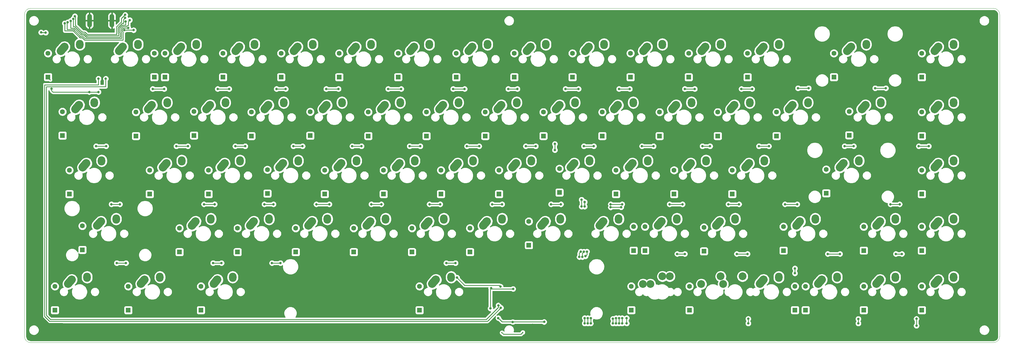
<source format=gbr>
G04 #@! TF.GenerationSoftware,KiCad,Pcbnew,(5.1.5)-3*
G04 #@! TF.CreationDate,2020-04-14T21:23:00-05:00*
G04 #@! TF.ProjectId,Without Led and Usb-c,57697468-6f75-4742-904c-656420616e64,rev?*
G04 #@! TF.SameCoordinates,Original*
G04 #@! TF.FileFunction,Copper,L1,Top*
G04 #@! TF.FilePolarity,Positive*
%FSLAX46Y46*%
G04 Gerber Fmt 4.6, Leading zero omitted, Abs format (unit mm)*
G04 Created by KiCad (PCBNEW (5.1.5)-3) date 2020-04-14 21:23:00*
%MOMM*%
%LPD*%
G04 APERTURE LIST*
%ADD10C,0.050000*%
%ADD11C,2.700000*%
%ADD12C,2.500000*%
%ADD13O,2.500000X3.000000*%
%ADD14C,1.600000*%
%ADD15R,1.600000X1.600000*%
%ADD16C,2.540000*%
%ADD17O,1.500000X4.400000*%
%ADD18C,0.800000*%
%ADD19C,0.444500*%
%ADD20C,0.254000*%
G04 APERTURE END LIST*
D10*
X9820000Y-147280000D02*
X9819976Y-41880000D01*
X326720000Y-39879976D02*
G75*
G02X328720024Y-41880000I0J-2000024D01*
G01*
X328720000Y-147280000D02*
G75*
G02X326720000Y-149280000I-2000000J0D01*
G01*
X11820000Y-149280000D02*
G75*
G02X9820000Y-147280000I0J2000000D01*
G01*
X9819976Y-41880000D02*
G75*
G02X11820000Y-39879976I2000024J0D01*
G01*
X11820000Y-39879976D02*
X15820000Y-39880000D01*
X326720000Y-149280000D02*
X11820000Y-149280000D01*
X328720024Y-41880000D02*
X328720000Y-147280000D01*
X15820000Y-39880000D02*
X326720000Y-39879976D01*
D11*
X25271703Y-128695761D02*
X24090797Y-130054239D01*
D12*
X25281250Y-128675000D03*
X24081250Y-130075000D03*
D13*
X30281250Y-127875000D03*
D11*
X308640453Y-52495761D02*
X307459547Y-53854239D01*
D12*
X308650000Y-52475000D03*
X307450000Y-53875000D03*
D13*
X313650000Y-51675000D03*
D14*
X43750000Y-130850000D03*
D15*
X43750000Y-138650000D03*
D11*
X49084203Y-128695761D02*
X47903297Y-130054239D01*
D12*
X49093750Y-128675000D03*
X47893750Y-130075000D03*
D13*
X54093750Y-127875000D03*
D16*
X231140000Y-130135000D03*
X237490000Y-127595000D03*
X212090000Y-130135000D03*
X218440000Y-127595000D03*
D11*
X251490453Y-128695761D02*
X250309547Y-130054239D01*
D12*
X251500000Y-128675000D03*
X250300000Y-130075000D03*
D13*
X256500000Y-127875000D03*
D11*
X84802953Y-109645761D02*
X83622047Y-111004239D01*
D12*
X84812500Y-109625000D03*
X83612500Y-111025000D03*
D13*
X89812500Y-108825000D03*
D11*
X70515453Y-71545761D02*
X69334547Y-72904239D01*
D12*
X70525000Y-71525000D03*
X69325000Y-72925000D03*
D13*
X75525000Y-70725000D03*
D14*
X261750000Y-130850000D03*
D15*
X261750000Y-138650000D03*
D14*
X303250000Y-73850000D03*
D15*
X303250000Y-81650000D03*
D14*
X303250000Y-54600000D03*
D15*
X303250000Y-62400000D03*
D14*
X303250000Y-130850000D03*
D15*
X303250000Y-138650000D03*
D14*
X303250000Y-111350000D03*
D15*
X303250000Y-119150000D03*
D14*
X303250000Y-92850000D03*
D15*
X303250000Y-100650000D03*
D14*
X279500000Y-73600000D03*
D15*
X279500000Y-81400000D03*
D14*
X274500000Y-54600000D03*
D15*
X274500000Y-62400000D03*
D14*
X284250000Y-130850000D03*
D15*
X284250000Y-138650000D03*
D14*
X284250000Y-111350000D03*
D15*
X284250000Y-119150000D03*
D14*
X272000000Y-92600000D03*
D15*
X272000000Y-100400000D03*
D14*
X255750000Y-73850000D03*
D15*
X255750000Y-81650000D03*
D14*
X246250000Y-54600000D03*
D15*
X246250000Y-62400000D03*
D14*
X265250000Y-130850000D03*
D15*
X265250000Y-138650000D03*
D14*
X258000000Y-111350000D03*
D15*
X258000000Y-119150000D03*
D14*
X241250000Y-92850000D03*
D15*
X241250000Y-100650000D03*
D14*
X236500000Y-73850000D03*
D15*
X236500000Y-81650000D03*
D14*
X227000000Y-54600000D03*
D15*
X227000000Y-62400000D03*
D14*
X227250000Y-130850000D03*
D15*
X227250000Y-138650000D03*
D14*
X232000000Y-111600000D03*
D15*
X232000000Y-119400000D03*
D14*
X222250000Y-92850000D03*
D15*
X222250000Y-100650000D03*
D14*
X217500000Y-73850000D03*
D15*
X217500000Y-81650000D03*
D14*
X208000000Y-54600000D03*
D15*
X208000000Y-62400000D03*
D14*
X208250000Y-130850000D03*
D15*
X208250000Y-138650000D03*
D14*
X212750000Y-111350000D03*
D15*
X212750000Y-119150000D03*
D14*
X203250000Y-92850000D03*
D15*
X203250000Y-100650000D03*
D14*
X198750000Y-73850000D03*
D15*
X198750000Y-81650000D03*
D14*
X189000000Y-54600000D03*
D15*
X189000000Y-62400000D03*
D14*
X209000000Y-111350000D03*
D15*
X209000000Y-119150000D03*
D14*
X184750000Y-92350000D03*
D15*
X184750000Y-100150000D03*
D14*
X179500000Y-73850000D03*
D15*
X179500000Y-81650000D03*
D14*
X170000000Y-54600000D03*
D15*
X170000000Y-62400000D03*
D14*
X174750000Y-109600000D03*
D15*
X174750000Y-117400000D03*
D14*
X165000000Y-92850000D03*
D15*
X165000000Y-100650000D03*
D14*
X160500000Y-73850000D03*
D15*
X160500000Y-81650000D03*
D14*
X151000000Y-54600000D03*
D15*
X151000000Y-62400000D03*
D14*
X155500000Y-111850000D03*
D15*
X155500000Y-119650000D03*
D14*
X146000000Y-92850000D03*
D15*
X146000000Y-100650000D03*
D14*
X141250000Y-73850000D03*
D15*
X141250000Y-81650000D03*
D14*
X132000000Y-54600000D03*
D15*
X132000000Y-62400000D03*
D14*
X139000000Y-130850000D03*
D15*
X139000000Y-138650000D03*
D14*
X136500000Y-111850000D03*
D15*
X136500000Y-119650000D03*
D14*
X127250000Y-92850000D03*
D15*
X127250000Y-100650000D03*
D14*
X122250000Y-73850000D03*
D15*
X122250000Y-81650000D03*
D14*
X112750000Y-54600000D03*
D15*
X112750000Y-62400000D03*
D14*
X117500000Y-111850000D03*
D15*
X117500000Y-119650000D03*
D14*
X108000000Y-92850000D03*
D15*
X108000000Y-100650000D03*
D14*
X103250000Y-73750000D03*
D15*
X103250000Y-81550000D03*
D14*
X93750000Y-54600000D03*
D15*
X93750000Y-62400000D03*
D14*
X98500000Y-111850000D03*
D15*
X98500000Y-119650000D03*
D14*
X89250000Y-92675000D03*
D15*
X89250000Y-100475000D03*
D14*
X84000000Y-73850000D03*
D15*
X84000000Y-81650000D03*
D14*
X74750000Y-54600000D03*
D15*
X74750000Y-62400000D03*
D14*
X67500000Y-130850000D03*
D15*
X67500000Y-138650000D03*
D14*
X79500000Y-111850000D03*
D15*
X79500000Y-119650000D03*
D14*
X70000000Y-92850000D03*
D15*
X70000000Y-100650000D03*
D14*
X65250000Y-73675000D03*
D15*
X65250000Y-81475000D03*
D14*
X55750000Y-54600000D03*
D15*
X55750000Y-62400000D03*
D14*
X60500000Y-111850000D03*
D15*
X60500000Y-119650000D03*
D14*
X50750000Y-92850000D03*
D15*
X50750000Y-100650000D03*
D14*
X46250000Y-73850000D03*
D15*
X46250000Y-81650000D03*
D14*
X52250000Y-54600000D03*
D15*
X52250000Y-62400000D03*
D14*
X19750000Y-130850000D03*
D15*
X19750000Y-138650000D03*
D14*
X28750000Y-111100000D03*
D15*
X28750000Y-118900000D03*
D14*
X24500000Y-92850000D03*
D15*
X24500000Y-100650000D03*
D14*
X22250000Y-73700000D03*
D15*
X22250000Y-81500000D03*
X17500000Y-62370000D03*
D14*
X17500000Y-54570000D03*
D16*
X244633750Y-127595000D03*
X238283750Y-130135000D03*
X220821250Y-127595000D03*
X214471250Y-130135000D03*
D11*
X34814281Y-109661450D02*
X33598219Y-110988550D01*
D12*
X33606250Y-111025000D03*
D13*
X39806250Y-108825000D03*
D12*
X34806250Y-109625000D03*
D11*
X30034203Y-90595761D02*
X28853297Y-91954239D01*
D12*
X30043750Y-90575000D03*
X28843750Y-91975000D03*
D13*
X35043750Y-89775000D03*
D11*
X27652953Y-71545761D02*
X26472047Y-72904239D01*
D12*
X27662500Y-71525000D03*
X26462500Y-72925000D03*
D13*
X32662500Y-70725000D03*
D11*
X22890453Y-52495761D02*
X21709547Y-53854239D01*
D12*
X22900000Y-52475000D03*
X21700000Y-53875000D03*
D13*
X27900000Y-51675000D03*
D11*
X170527953Y-90595761D02*
X169347047Y-91954239D01*
D12*
X170537500Y-90575000D03*
X169337500Y-91975000D03*
D13*
X175537500Y-89775000D03*
D11*
X146715453Y-71545761D02*
X145534547Y-72904239D01*
D12*
X146725000Y-71525000D03*
X145525000Y-72925000D03*
D13*
X151725000Y-70725000D03*
D11*
X151477953Y-90595761D02*
X150297047Y-91954239D01*
D12*
X151487500Y-90575000D03*
X150287500Y-91975000D03*
D13*
X156487500Y-89775000D03*
D11*
X227677953Y-90595761D02*
X226497047Y-91954239D01*
D12*
X227687500Y-90575000D03*
X226487500Y-91975000D03*
D13*
X232687500Y-89775000D03*
D11*
X308640453Y-71545761D02*
X307459547Y-72904239D01*
D12*
X308650000Y-71525000D03*
X307450000Y-72925000D03*
D13*
X313650000Y-70725000D03*
D11*
X308640453Y-128695761D02*
X307459547Y-130054239D01*
D12*
X308650000Y-128675000D03*
X307450000Y-130075000D03*
D13*
X313650000Y-127875000D03*
D11*
X308640453Y-109645761D02*
X307459547Y-111004239D01*
D12*
X308650000Y-109625000D03*
X307450000Y-111025000D03*
D13*
X313650000Y-108825000D03*
D11*
X308640453Y-90595761D02*
X307459547Y-91954239D01*
D12*
X308650000Y-90575000D03*
X307450000Y-91975000D03*
D13*
X313650000Y-89775000D03*
D11*
X284827953Y-71545761D02*
X283647047Y-72904239D01*
D12*
X284837500Y-71525000D03*
X283637500Y-72925000D03*
D13*
X289837500Y-70725000D03*
D11*
X280083031Y-52511450D02*
X278866969Y-53838550D01*
D12*
X278875000Y-53875000D03*
D13*
X285075000Y-51675000D03*
D12*
X280075000Y-52475000D03*
D11*
X289590453Y-128695761D02*
X288409547Y-130054239D01*
D12*
X289600000Y-128675000D03*
X288400000Y-130075000D03*
D13*
X294600000Y-127875000D03*
D11*
X289590453Y-109645761D02*
X288409547Y-111004239D01*
D12*
X289600000Y-109625000D03*
X288400000Y-111025000D03*
D13*
X294600000Y-108825000D03*
D11*
X277701781Y-90611450D02*
X276485719Y-91938550D01*
D12*
X276493750Y-91975000D03*
D13*
X282693750Y-89775000D03*
D12*
X277693750Y-90575000D03*
D11*
X261015453Y-71545761D02*
X259834547Y-72904239D01*
D12*
X261025000Y-71525000D03*
X259825000Y-72925000D03*
D13*
X266025000Y-70725000D03*
D11*
X251490453Y-52495761D02*
X250309547Y-53854239D01*
D12*
X251500000Y-52475000D03*
X250300000Y-53875000D03*
D13*
X256500000Y-51675000D03*
D11*
X270540453Y-128695761D02*
X269359547Y-130054239D01*
D12*
X270550000Y-128675000D03*
X269350000Y-130075000D03*
D13*
X275550000Y-127875000D03*
D11*
X263396703Y-109645761D02*
X262215797Y-111004239D01*
D12*
X263406250Y-109625000D03*
X262206250Y-111025000D03*
D13*
X268406250Y-108825000D03*
D11*
X246727953Y-90595761D02*
X245547047Y-91954239D01*
D12*
X246737500Y-90575000D03*
X245537500Y-91975000D03*
D13*
X251737500Y-89775000D03*
D11*
X241965453Y-71545761D02*
X240784547Y-72904239D01*
D12*
X241975000Y-71525000D03*
X240775000Y-72925000D03*
D13*
X246975000Y-70725000D03*
D11*
X232440453Y-52495761D02*
X231259547Y-53854239D01*
D12*
X232450000Y-52475000D03*
X231250000Y-53875000D03*
D13*
X237450000Y-51675000D03*
D11*
X237202953Y-109645761D02*
X236022047Y-111004239D01*
D12*
X237212500Y-109625000D03*
X236012500Y-111025000D03*
D13*
X242212500Y-108825000D03*
D11*
X222915453Y-71545761D02*
X221734547Y-72904239D01*
D12*
X222925000Y-71525000D03*
X221725000Y-72925000D03*
D13*
X227925000Y-70725000D03*
D11*
X213390453Y-52495761D02*
X212209547Y-53854239D01*
D12*
X213400000Y-52475000D03*
X212200000Y-53875000D03*
D13*
X218400000Y-51675000D03*
D11*
X218152953Y-109645761D02*
X216972047Y-111004239D01*
D12*
X218162500Y-109625000D03*
X216962500Y-111025000D03*
D13*
X223162500Y-108825000D03*
D11*
X208627953Y-90595761D02*
X207447047Y-91954239D01*
D12*
X208637500Y-90575000D03*
X207437500Y-91975000D03*
D13*
X213637500Y-89775000D03*
D11*
X203865453Y-71545761D02*
X202684547Y-72904239D01*
D12*
X203875000Y-71525000D03*
X202675000Y-72925000D03*
D13*
X208875000Y-70725000D03*
D11*
X194340453Y-52495761D02*
X193159547Y-53854239D01*
D12*
X194350000Y-52475000D03*
X193150000Y-53875000D03*
D13*
X199350000Y-51675000D03*
D11*
X199102953Y-109645761D02*
X197922047Y-111004239D01*
D12*
X199112500Y-109625000D03*
X197912500Y-111025000D03*
D13*
X204112500Y-108825000D03*
D11*
X189577953Y-90595761D02*
X188397047Y-91954239D01*
D12*
X189587500Y-90575000D03*
X188387500Y-91975000D03*
D13*
X194587500Y-89775000D03*
D11*
X184815453Y-71545761D02*
X183634547Y-72904239D01*
D12*
X184825000Y-71525000D03*
X183625000Y-72925000D03*
D13*
X189825000Y-70725000D03*
D11*
X175290453Y-52495761D02*
X174109547Y-53854239D01*
D12*
X175300000Y-52475000D03*
X174100000Y-53875000D03*
D13*
X180300000Y-51675000D03*
D11*
X180052953Y-109645761D02*
X178872047Y-111004239D01*
D12*
X180062500Y-109625000D03*
X178862500Y-111025000D03*
D13*
X185062500Y-108825000D03*
D11*
X165765453Y-71545761D02*
X164584547Y-72904239D01*
D12*
X165775000Y-71525000D03*
X164575000Y-72925000D03*
D13*
X170775000Y-70725000D03*
D11*
X156240453Y-52495761D02*
X155059547Y-53854239D01*
D12*
X156250000Y-52475000D03*
X155050000Y-53875000D03*
D13*
X161250000Y-51675000D03*
D11*
X161002953Y-109645761D02*
X159822047Y-111004239D01*
D12*
X161012500Y-109625000D03*
X159812500Y-111025000D03*
D13*
X166012500Y-108825000D03*
D11*
X137190453Y-52495761D02*
X136009547Y-53854239D01*
D12*
X137200000Y-52475000D03*
X136000000Y-53875000D03*
D13*
X142200000Y-51675000D03*
D11*
X144334203Y-128695761D02*
X143153297Y-130054239D01*
D12*
X143143750Y-130075000D03*
D13*
X149343750Y-127875000D03*
D12*
X144343750Y-128675000D03*
D11*
X141952953Y-109645761D02*
X140772047Y-111004239D01*
D12*
X141962500Y-109625000D03*
X140762500Y-111025000D03*
D13*
X146962500Y-108825000D03*
D11*
X132427953Y-90595761D02*
X131247047Y-91954239D01*
D12*
X132437500Y-90575000D03*
X131237500Y-91975000D03*
D13*
X137437500Y-89775000D03*
D11*
X127665453Y-71545761D02*
X126484547Y-72904239D01*
D12*
X127675000Y-71525000D03*
X126475000Y-72925000D03*
D13*
X132675000Y-70725000D03*
D11*
X118140453Y-52495761D02*
X116959547Y-53854239D01*
D12*
X118150000Y-52475000D03*
X116950000Y-53875000D03*
D13*
X123150000Y-51675000D03*
D11*
X122902953Y-109645761D02*
X121722047Y-111004239D01*
D12*
X122912500Y-109625000D03*
X121712500Y-111025000D03*
D13*
X127912500Y-108825000D03*
D11*
X113377953Y-90595761D02*
X112197047Y-91954239D01*
D12*
X113387500Y-90575000D03*
X112187500Y-91975000D03*
D13*
X118387500Y-89775000D03*
D11*
X108615453Y-71545761D02*
X107434547Y-72904239D01*
D12*
X108625000Y-71525000D03*
X107425000Y-72925000D03*
D13*
X113625000Y-70725000D03*
D11*
X99090453Y-52495761D02*
X97909547Y-53854239D01*
D12*
X99100000Y-52475000D03*
X97900000Y-53875000D03*
D13*
X104100000Y-51675000D03*
D11*
X103852953Y-109645761D02*
X102672047Y-111004239D01*
D12*
X103862500Y-109625000D03*
X102662500Y-111025000D03*
D13*
X108862500Y-108825000D03*
D11*
X94327953Y-90595761D02*
X93147047Y-91954239D01*
D12*
X94337500Y-90575000D03*
X93137500Y-91975000D03*
D13*
X99337500Y-89775000D03*
D11*
X89565453Y-71545761D02*
X88384547Y-72904239D01*
D12*
X89575000Y-71525000D03*
X88375000Y-72925000D03*
D13*
X94575000Y-70725000D03*
D11*
X80040453Y-52495761D02*
X78859547Y-53854239D01*
D12*
X80050000Y-52475000D03*
X78850000Y-53875000D03*
D13*
X85050000Y-51675000D03*
D11*
X72896703Y-128695761D02*
X71715797Y-130054239D01*
D12*
X72906250Y-128675000D03*
X71706250Y-130075000D03*
D13*
X77906250Y-127875000D03*
D11*
X75277953Y-90595761D02*
X74097047Y-91954239D01*
D12*
X75287500Y-90575000D03*
X74087500Y-91975000D03*
D13*
X80287500Y-89775000D03*
D11*
X60990453Y-52495761D02*
X59809547Y-53854239D01*
D12*
X61000000Y-52475000D03*
X59800000Y-53875000D03*
D13*
X66000000Y-51675000D03*
D11*
X65752953Y-109645761D02*
X64572047Y-111004239D01*
D12*
X65762500Y-109625000D03*
X64562500Y-111025000D03*
D13*
X70762500Y-108825000D03*
D11*
X56227953Y-90595761D02*
X55047047Y-91954239D01*
D12*
X56237500Y-90575000D03*
X55037500Y-91975000D03*
D13*
X61237500Y-89775000D03*
D11*
X51465453Y-71545761D02*
X50284547Y-72904239D01*
D12*
X51475000Y-71525000D03*
X50275000Y-72925000D03*
D13*
X56475000Y-70725000D03*
D11*
X41940453Y-52495761D02*
X40759547Y-53854239D01*
D12*
X41950000Y-52475000D03*
X40750000Y-53875000D03*
D13*
X46950000Y-51675000D03*
D17*
X31100000Y-43900000D03*
X38400000Y-43900000D03*
D18*
X16750000Y-47827000D03*
X15250000Y-47750000D03*
X169600000Y-131700000D03*
X162200000Y-138100000D03*
X162400000Y-131500000D03*
X164800000Y-137100000D03*
X36400000Y-62900000D03*
X45500000Y-47000000D03*
X42500000Y-47000000D03*
X204933772Y-104948685D03*
X201500000Y-105000000D03*
X165600000Y-137900000D03*
X34000000Y-62900000D03*
X261750000Y-126598000D03*
X261750000Y-125000000D03*
X31000000Y-67250000D03*
X34000000Y-67250000D03*
X51750000Y-66250000D03*
X55500000Y-66250000D03*
X73000000Y-66250000D03*
X76750000Y-66250000D03*
X92250000Y-66250000D03*
X95250000Y-66250000D03*
X108500000Y-66250000D03*
X112500000Y-66250000D03*
X128750000Y-66250000D03*
X133000000Y-66250000D03*
X150000000Y-66250000D03*
X153750000Y-66250000D03*
X168000000Y-66250000D03*
X171000000Y-66250000D03*
X186750000Y-66250000D03*
X191000000Y-66250000D03*
X204250000Y-66250000D03*
X207750000Y-66250000D03*
X225750000Y-66250000D03*
X229000000Y-66250000D03*
X244250000Y-66250000D03*
X247750000Y-66250000D03*
X262750000Y-66000000D03*
X262750000Y-66000000D03*
X266250000Y-66000000D03*
X288000000Y-66000000D03*
X291500000Y-66000000D03*
X183250000Y-84250000D03*
X183250000Y-86250000D03*
X192000000Y-102500000D03*
X192000000Y-104750000D03*
X191747564Y-119497564D03*
X191250000Y-121250000D03*
X18649999Y-66227000D03*
X33250000Y-85000000D03*
X36500000Y-85000000D03*
X59500000Y-85000000D03*
X63250000Y-85000000D03*
X78750000Y-85000000D03*
X82000000Y-85000000D03*
X97750000Y-85000000D03*
X100750000Y-85000000D03*
X117000000Y-85000000D03*
X120000000Y-85000000D03*
X135750000Y-85000000D03*
X139250000Y-85000000D03*
X154500000Y-85000000D03*
X158500000Y-85000000D03*
X173750000Y-85000000D03*
X177000000Y-85000000D03*
X192750000Y-85000000D03*
X196000000Y-85000000D03*
X211750000Y-85000000D03*
X215500000Y-85000000D03*
X231500000Y-85000000D03*
X234000000Y-85000000D03*
X250000000Y-85000000D03*
X253250000Y-85000000D03*
X278000000Y-85000000D03*
X281000000Y-85000000D03*
X302250000Y-85000000D03*
X305500000Y-85000000D03*
X193000000Y-103250000D03*
X193000000Y-104750000D03*
X192750263Y-119523000D03*
X192250000Y-121250000D03*
X38250000Y-104000000D03*
X41000000Y-104000000D03*
X68500000Y-104000000D03*
X72000000Y-104000000D03*
X88250000Y-104000000D03*
X91250000Y-104000000D03*
X105250000Y-104000000D03*
X109500000Y-104000000D03*
X123250000Y-104000000D03*
X126500000Y-104000000D03*
X142250000Y-104000000D03*
X145750000Y-104000000D03*
X162750000Y-104000000D03*
X166000000Y-104000000D03*
X182000000Y-104000000D03*
X185250000Y-104000000D03*
X201500000Y-104000000D03*
X205250000Y-104000000D03*
X220750000Y-104000000D03*
X225000000Y-104000000D03*
X240000000Y-104000000D03*
X243500000Y-104000000D03*
X258500000Y-104000000D03*
X262500000Y-104000000D03*
X293000000Y-104000000D03*
X296000000Y-104000000D03*
X193750000Y-119500000D03*
X193273000Y-121000000D03*
X40000000Y-123250000D03*
X43000000Y-123250000D03*
X71500000Y-123250000D03*
X74250000Y-123250000D03*
X90750000Y-123250000D03*
X93500000Y-123250000D03*
X147750000Y-123250000D03*
X150750000Y-123250000D03*
X223250000Y-120250000D03*
X225750000Y-120250000D03*
X242750000Y-120250000D03*
X246250000Y-120250000D03*
X272500000Y-120250000D03*
X276500000Y-120250000D03*
X294750000Y-120250000D03*
X296750000Y-120250000D03*
X164750000Y-141250000D03*
X179750000Y-142500000D03*
X169500000Y-142550002D03*
X43750000Y-46273000D03*
X23000000Y-44750000D03*
X44250000Y-43727000D03*
X23948685Y-44433772D03*
D19*
X165941518Y-146044123D03*
X172773440Y-145929800D03*
D18*
X24924527Y-43995674D03*
X42920827Y-44178988D03*
X25750265Y-43290811D03*
X42750000Y-43000003D03*
X151250000Y-128000000D03*
X165500000Y-130973000D03*
X26284470Y-42445453D03*
X42750000Y-42000000D03*
X42750000Y-42000000D03*
X193000000Y-141250000D03*
X193000000Y-143000000D03*
X194000003Y-143000000D03*
X194000000Y-141250000D03*
X195000006Y-143000000D03*
X195000000Y-141250000D03*
X246500000Y-141500000D03*
X246500000Y-143000000D03*
X206750000Y-143000000D03*
X206750000Y-141250000D03*
X205250000Y-143000000D03*
X205250000Y-141250000D03*
X282500000Y-141523000D03*
X282500000Y-143000000D03*
X301500000Y-141500000D03*
X301500000Y-143750000D03*
X204250000Y-143000000D03*
X204250000Y-141250000D03*
X203249997Y-143000000D03*
X203250000Y-141250000D03*
X202249994Y-143000000D03*
X202250000Y-141500000D03*
X33000000Y-64000000D03*
X176000000Y-143500000D03*
X160000000Y-127500000D03*
X161826567Y-127826567D03*
X164750000Y-134750000D03*
X165500000Y-136250000D03*
X169250000Y-136250000D03*
X169527000Y-139427000D03*
X171327000Y-133750000D03*
X182750000Y-144977000D03*
X182750000Y-143523000D03*
X182750000Y-141802000D03*
X182750000Y-140250000D03*
X168750000Y-123973000D03*
X177000000Y-124000000D03*
X171750000Y-120500000D03*
D20*
X16750000Y-47827000D02*
X15327000Y-47827000D01*
X15327000Y-47827000D02*
X15250000Y-47750000D01*
X169600000Y-131700000D02*
X162400000Y-131700000D01*
X162400000Y-131700000D02*
X162200000Y-131900000D01*
X162200000Y-131900000D02*
X162200000Y-138100000D01*
X162400000Y-131700000D02*
X162400000Y-131500000D01*
X164800000Y-137100000D02*
X164800000Y-137700000D01*
X164800000Y-137700000D02*
X160800000Y-141700000D01*
X18310929Y-141700000D02*
X17000000Y-140389071D01*
X160800000Y-141700000D02*
X18310929Y-141700000D01*
X17000000Y-140389071D02*
X17000000Y-65500000D01*
X17000000Y-65500000D02*
X36400000Y-65500000D01*
X36400000Y-65500000D02*
X36400000Y-62900000D01*
X45500000Y-47000000D02*
X42500000Y-47000000D01*
X204933772Y-104948685D02*
X201551315Y-104948685D01*
X201551315Y-104948685D02*
X201500000Y-105000000D01*
X212090000Y-130135000D02*
X214471250Y-130135000D01*
X165600000Y-137900000D02*
X161400000Y-142100000D01*
X161400000Y-142100000D02*
X161200000Y-142300000D01*
X161200000Y-142300000D02*
X18000000Y-142300000D01*
X18000000Y-142300000D02*
X16400000Y-140700000D01*
X16400000Y-140700000D02*
X16400000Y-64900000D01*
X16400000Y-64900000D02*
X17800000Y-64900000D01*
X17800000Y-64900000D02*
X34000000Y-64900000D01*
X34000000Y-64900000D02*
X34000000Y-62900000D01*
X261750000Y-126598000D02*
X261750000Y-125000000D01*
X31000000Y-67250000D02*
X34000000Y-67250000D01*
X51750000Y-66250000D02*
X55500000Y-66250000D01*
X73000000Y-66250000D02*
X76750000Y-66250000D01*
X92250000Y-66250000D02*
X95250000Y-66250000D01*
X108500000Y-66250000D02*
X112500000Y-66250000D01*
X128750000Y-66250000D02*
X133000000Y-66250000D01*
X150000000Y-66250000D02*
X153500000Y-66250000D01*
X153500000Y-66250000D02*
X153750000Y-66250000D01*
X168000000Y-66250000D02*
X171000000Y-66250000D01*
X186750000Y-66250000D02*
X191000000Y-66250000D01*
X204250000Y-66250000D02*
X207750000Y-66250000D01*
X225750000Y-66250000D02*
X229000000Y-66250000D01*
X244250000Y-66250000D02*
X247750000Y-66250000D01*
X262750000Y-66000000D02*
X266250000Y-66000000D01*
X288000000Y-66000000D02*
X291500000Y-66000000D01*
X183250000Y-84250000D02*
X183250000Y-86250000D01*
X192000000Y-102500000D02*
X192000000Y-104750000D01*
X191747564Y-119497564D02*
X191250000Y-119995128D01*
X191250000Y-119995128D02*
X191250000Y-121250000D01*
X16980000Y-62370000D02*
X17347000Y-62370000D01*
X17347000Y-62370000D02*
X18250000Y-63273000D01*
X18649999Y-66227000D02*
X18649999Y-66792685D01*
X18649999Y-66792685D02*
X19107314Y-67250000D01*
X19107314Y-67250000D02*
X31000000Y-67250000D01*
X33250000Y-85000000D02*
X36500000Y-85000000D01*
X59500000Y-85000000D02*
X63000000Y-85000000D01*
X63000000Y-85000000D02*
X63250000Y-85000000D01*
X78750000Y-85000000D02*
X82000000Y-85000000D01*
X97750000Y-85000000D02*
X100750000Y-85000000D01*
X117000000Y-85000000D02*
X120000000Y-85000000D01*
X135750000Y-85000000D02*
X139250000Y-85000000D01*
X154500000Y-85000000D02*
X158500000Y-85000000D01*
X173750000Y-85000000D02*
X177000000Y-85000000D01*
X192750000Y-85000000D02*
X196000000Y-85000000D01*
X211750000Y-85000000D02*
X215500000Y-85000000D01*
X231500000Y-85000000D02*
X234000000Y-85000000D01*
X250000000Y-85000000D02*
X253250000Y-85000000D01*
X278000000Y-85000000D02*
X281000000Y-85000000D01*
X302250000Y-85000000D02*
X305500000Y-85000000D01*
X193000000Y-103250000D02*
X193000000Y-104750000D01*
X192750263Y-119523000D02*
X192250000Y-120023263D01*
X192250000Y-120023263D02*
X192250000Y-121250000D01*
X38250000Y-104000000D02*
X41000000Y-104000000D01*
X68500000Y-104000000D02*
X72000000Y-104000000D01*
X88250000Y-104000000D02*
X91250000Y-104000000D01*
X105250000Y-104000000D02*
X109500000Y-104000000D01*
X123250000Y-104000000D02*
X126500000Y-104000000D01*
X142250000Y-104000000D02*
X145750000Y-104000000D01*
X162750000Y-104000000D02*
X166000000Y-104000000D01*
X182000000Y-104000000D02*
X185250000Y-104000000D01*
X201500000Y-104000000D02*
X205250000Y-104000000D01*
X220750000Y-104000000D02*
X225000000Y-104000000D01*
X240000000Y-104000000D02*
X243500000Y-104000000D01*
X258500000Y-104000000D02*
X262500000Y-104000000D01*
X293000000Y-104000000D02*
X296000000Y-104000000D01*
X193750000Y-119500000D02*
X193750000Y-120523000D01*
X193750000Y-120523000D02*
X193273000Y-121000000D01*
X40000000Y-123250000D02*
X43000000Y-123250000D01*
X71500000Y-123250000D02*
X74250000Y-123250000D01*
X90750000Y-123250000D02*
X93500000Y-123250000D01*
X147750000Y-123250000D02*
X150750000Y-123250000D01*
X223250000Y-120250000D02*
X225750000Y-120250000D01*
X242750000Y-120250000D02*
X246250000Y-120250000D01*
X272500000Y-120250000D02*
X276500000Y-120250000D01*
X294750000Y-120250000D02*
X296750000Y-120250000D01*
X164750000Y-141250000D02*
X165149999Y-141649999D01*
X165149999Y-141649999D02*
X166000000Y-142500000D01*
X172000000Y-142500000D02*
X179750000Y-142500000D01*
X169500000Y-142500000D02*
X169500000Y-142550002D01*
X169500000Y-142500000D02*
X172000000Y-142500000D01*
X166000000Y-142500000D02*
X169500000Y-142500000D01*
X23000000Y-47250000D02*
X23000000Y-44750000D01*
X41772999Y-47348961D02*
X42000000Y-47575962D01*
X28000000Y-49500000D02*
X25750000Y-47250000D01*
X41772999Y-46651039D02*
X41772999Y-47348961D01*
X43750000Y-46273000D02*
X42151038Y-46273000D01*
X42000000Y-47575962D02*
X42000000Y-50250000D01*
X29500000Y-50250000D02*
X28750000Y-49500000D01*
X42000000Y-50250000D02*
X29500000Y-50250000D01*
X28750000Y-49500000D02*
X28000000Y-49500000D01*
X42151038Y-46273000D02*
X41772999Y-46651039D01*
X25750000Y-47250000D02*
X23000000Y-47250000D01*
X43401039Y-45545999D02*
X43704001Y-45545999D01*
X43850001Y-44126999D02*
X44250000Y-43727000D01*
X43128048Y-45818990D02*
X43401039Y-45545999D01*
X43704001Y-45545999D02*
X43850001Y-45399999D01*
X41962981Y-45818990D02*
X43128048Y-45818990D01*
X41318989Y-47568989D02*
X41318989Y-46462982D01*
X41545990Y-47795990D02*
X41318989Y-47568989D01*
X25938057Y-46795991D02*
X28188056Y-49045990D01*
X23948685Y-44433772D02*
X23727001Y-44655456D01*
X23727001Y-44655456D02*
X23727001Y-46795990D01*
X41318989Y-46462982D02*
X41962981Y-45818990D01*
X29750000Y-49750000D02*
X29795990Y-49795990D01*
X23727001Y-46795990D02*
X25938057Y-46795991D01*
X28938057Y-49045990D02*
X29642066Y-49750000D01*
X29642066Y-49750000D02*
X29750000Y-49750000D01*
X29795990Y-49795990D02*
X41454010Y-49795990D01*
X43850001Y-45399999D02*
X43850001Y-44126999D01*
X41454010Y-49795990D02*
X41545990Y-49704010D01*
X28188056Y-49045990D02*
X28938057Y-49045990D01*
X41545990Y-49704010D02*
X41545990Y-47795990D01*
X172139499Y-146563741D02*
X172773440Y-145929800D01*
X165941518Y-146044123D02*
X166461136Y-146563741D01*
X166461136Y-146563741D02*
X172139499Y-146563741D01*
X42920827Y-45329173D02*
X42920827Y-44178988D01*
X41774924Y-45364980D02*
X42885020Y-45364980D01*
X28376112Y-48591980D02*
X29250000Y-48591980D01*
X42885020Y-45364980D02*
X42920827Y-45329173D01*
X24924527Y-43995674D02*
X24924527Y-46325473D01*
X40864979Y-47757046D02*
X40864979Y-46274925D01*
X26126114Y-46341981D02*
X28376112Y-48591980D01*
X41091980Y-47984047D02*
X40864979Y-47757046D01*
X24924527Y-46325473D02*
X24941035Y-46341981D01*
X29250000Y-48591980D02*
X30000000Y-49341980D01*
X41091980Y-49341980D02*
X41091980Y-47984047D01*
X24941035Y-46341981D02*
X26126114Y-46341981D01*
X30000000Y-49341980D02*
X41091980Y-49341980D01*
X40864979Y-46274925D02*
X41774924Y-45364980D01*
X25750265Y-45887706D02*
X25750265Y-43290811D01*
X25750000Y-45887971D02*
X25750265Y-45887706D01*
X26314171Y-45887971D02*
X25750000Y-45887971D01*
X28564168Y-48137970D02*
X26314171Y-45887971D01*
X30188056Y-48887970D02*
X29438057Y-48137970D01*
X30362030Y-48887970D02*
X30188056Y-48887970D01*
X29438057Y-48137970D02*
X28564168Y-48137970D01*
X42250000Y-44750000D02*
X41747837Y-44750000D01*
X30387970Y-48862030D02*
X30362030Y-48887970D01*
X42193826Y-43556177D02*
X42193826Y-44693826D01*
X42750000Y-43000003D02*
X42193826Y-43556177D01*
X40410969Y-46086868D02*
X40410969Y-47945103D01*
X41747837Y-44750000D02*
X40410969Y-46086868D01*
X42193826Y-44693826D02*
X42250000Y-44750000D01*
X40410969Y-47945103D02*
X40637970Y-48172104D01*
X40637970Y-48172104D02*
X40637970Y-48862030D01*
X40637970Y-48862030D02*
X30387970Y-48862030D01*
X151250000Y-128000000D02*
X153750000Y-130500000D01*
X153750000Y-130500000D02*
X165027000Y-130500000D01*
X165027000Y-130500000D02*
X165500000Y-130973000D01*
X26477266Y-42638249D02*
X26284470Y-42445453D01*
X28752225Y-47683960D02*
X26477266Y-45409000D01*
X41500000Y-43174041D02*
X41500000Y-44355770D01*
X42476998Y-42273002D02*
X42401039Y-42273002D01*
X39956959Y-48206959D02*
X40000000Y-48250000D01*
X41500000Y-44355770D02*
X39956959Y-45898811D01*
X29626114Y-47683960D02*
X28752225Y-47683960D01*
X30350172Y-48408020D02*
X29626114Y-47683960D01*
X42401039Y-42273002D02*
X41500000Y-43174041D01*
X42750000Y-42000000D02*
X42476998Y-42273002D01*
X26477266Y-45409000D02*
X26477266Y-42638249D01*
X39956959Y-45898811D02*
X39956959Y-48206959D01*
X40000000Y-48250000D02*
X40000000Y-48408020D01*
X40000000Y-48408020D02*
X30350172Y-48408020D01*
X193000000Y-143000000D02*
X193000000Y-141250000D01*
X194000003Y-143000000D02*
X194000003Y-141250003D01*
X194000003Y-141250003D02*
X194000000Y-141250000D01*
X195000006Y-143000000D02*
X195000006Y-141250006D01*
X195000006Y-141250006D02*
X195000000Y-141250000D01*
X246500000Y-141500000D02*
X246500000Y-143000000D01*
X206750000Y-143000000D02*
X206750000Y-141250000D01*
X205250000Y-143000000D02*
X205250000Y-141250000D01*
X282500000Y-141523000D02*
X282500000Y-143000000D01*
X301500000Y-141500000D02*
X301500000Y-143750000D01*
X204250000Y-143000000D02*
X204250000Y-141250000D01*
X203249997Y-143000000D02*
X203249997Y-141250003D01*
X203249997Y-141250003D02*
X203250000Y-141250000D01*
X202249994Y-143000000D02*
X202249994Y-141500006D01*
X202249994Y-141500006D02*
X202250000Y-141500000D01*
X33000000Y-64000000D02*
X15750000Y-64000000D01*
X15750000Y-64000000D02*
X15750000Y-74500000D01*
X15750000Y-74500000D02*
X15750000Y-86000000D01*
X15750000Y-86000000D02*
X15750000Y-86750000D01*
X15750000Y-86750000D02*
X15750000Y-141000000D01*
X15750000Y-141000000D02*
X17750000Y-143000000D01*
X17750000Y-143000000D02*
X22250000Y-143000000D01*
X22250000Y-143000000D02*
X22750000Y-143500000D01*
X22750000Y-143500000D02*
X176000000Y-143500000D01*
X160000000Y-127500000D02*
X161500000Y-127500000D01*
X161500000Y-127500000D02*
X161826567Y-127826567D01*
X165149999Y-135149999D02*
X165149999Y-135899999D01*
X164750000Y-134750000D02*
X165149999Y-135149999D01*
X165149999Y-135899999D02*
X165500000Y-136250000D01*
X169649999Y-136649999D02*
X169649999Y-139100001D01*
X169250000Y-136250000D02*
X169649999Y-136649999D01*
X169649999Y-139100001D02*
X169527000Y-139223000D01*
X169527000Y-139223000D02*
X169527000Y-139427000D01*
X169250000Y-136250000D02*
X171327000Y-134173000D01*
X171327000Y-134173000D02*
X171327000Y-133750000D01*
X182750000Y-144977000D02*
X182750000Y-143523000D01*
X182750000Y-141802000D02*
X182750000Y-140250000D01*
X168750000Y-123973000D02*
X170223000Y-123973000D01*
X170223000Y-123973000D02*
X170750000Y-123446000D01*
X170750000Y-119250000D02*
X170750000Y-118750000D01*
X170750000Y-118750000D02*
X178500000Y-118750000D01*
X178500000Y-118750000D02*
X178500000Y-124000000D01*
X178500000Y-124000000D02*
X177000000Y-124000000D01*
X171500000Y-120250000D02*
X171750000Y-120500000D01*
X170750000Y-120250000D02*
X171500000Y-120250000D01*
X170750000Y-120250000D02*
X170750000Y-119250000D01*
X170750000Y-123446000D02*
X170750000Y-120250000D01*
G36*
X326979662Y-40568601D02*
G01*
X327229438Y-40644013D01*
X327459808Y-40766503D01*
X327661994Y-40931401D01*
X327828308Y-41132441D01*
X327952402Y-41361950D01*
X328029554Y-41611188D01*
X328060025Y-41901105D01*
X328060000Y-147247721D01*
X328031375Y-147539660D01*
X327955965Y-147789429D01*
X327833477Y-148019794D01*
X327668579Y-148221979D01*
X327467546Y-148388288D01*
X327238046Y-148512378D01*
X326988805Y-148589531D01*
X326698911Y-148620000D01*
X11852279Y-148620000D01*
X11560340Y-148591375D01*
X11310571Y-148515965D01*
X11080206Y-148393477D01*
X10878021Y-148228579D01*
X10711712Y-148027546D01*
X10587622Y-147798046D01*
X10510469Y-147548805D01*
X10480000Y-147258911D01*
X10480000Y-145020782D01*
X11207980Y-145020782D01*
X11207980Y-145352698D01*
X11272734Y-145678236D01*
X11399752Y-145984887D01*
X11584155Y-146260865D01*
X11818855Y-146495565D01*
X12094833Y-146679968D01*
X12401484Y-146806986D01*
X12727022Y-146871740D01*
X13058938Y-146871740D01*
X13384476Y-146806986D01*
X13691127Y-146679968D01*
X13967105Y-146495565D01*
X14201805Y-146260865D01*
X14386208Y-145984887D01*
X14396644Y-145959691D01*
X165084268Y-145959691D01*
X165084268Y-146128555D01*
X165117212Y-146294174D01*
X165181833Y-146450183D01*
X165275648Y-146590588D01*
X165395053Y-146709993D01*
X165535458Y-146803808D01*
X165685879Y-146866114D01*
X165895856Y-147076092D01*
X165919714Y-147105163D01*
X165948784Y-147129020D01*
X166035743Y-147200386D01*
X166081745Y-147224974D01*
X166168121Y-147271143D01*
X166311758Y-147314715D01*
X166423710Y-147325741D01*
X166423713Y-147325741D01*
X166461136Y-147329427D01*
X166498559Y-147325741D01*
X172102076Y-147325741D01*
X172139499Y-147329427D01*
X172176922Y-147325741D01*
X172176925Y-147325741D01*
X172288877Y-147314715D01*
X172432514Y-147271143D01*
X172564891Y-147200386D01*
X172680921Y-147105163D01*
X172704782Y-147076088D01*
X173029079Y-146751791D01*
X173179500Y-146689485D01*
X173319905Y-146595670D01*
X173439310Y-146476265D01*
X173533125Y-146335860D01*
X173597746Y-146179851D01*
X173630690Y-146014232D01*
X173630690Y-145845368D01*
X173597746Y-145679749D01*
X173533125Y-145523740D01*
X173439310Y-145383335D01*
X173319905Y-145263930D01*
X173179500Y-145170115D01*
X173023491Y-145105494D01*
X172857872Y-145072550D01*
X172689008Y-145072550D01*
X172523389Y-145105494D01*
X172367380Y-145170115D01*
X172226975Y-145263930D01*
X172107570Y-145383335D01*
X172013755Y-145523740D01*
X171951449Y-145674161D01*
X171823869Y-145801741D01*
X169856729Y-145801741D01*
X169907886Y-145678236D01*
X169972640Y-145352698D01*
X169972640Y-145028402D01*
X322004920Y-145028402D01*
X322004920Y-145360318D01*
X322069674Y-145685856D01*
X322196692Y-145992507D01*
X322381095Y-146268485D01*
X322615795Y-146503185D01*
X322891773Y-146687588D01*
X323198424Y-146814606D01*
X323523962Y-146879360D01*
X323855878Y-146879360D01*
X324181416Y-146814606D01*
X324488067Y-146687588D01*
X324764045Y-146503185D01*
X324998745Y-146268485D01*
X325183148Y-145992507D01*
X325310166Y-145685856D01*
X325374920Y-145360318D01*
X325374920Y-145028402D01*
X325310166Y-144702864D01*
X325183148Y-144396213D01*
X324998745Y-144120235D01*
X324764045Y-143885535D01*
X324488067Y-143701132D01*
X324181416Y-143574114D01*
X323855878Y-143509360D01*
X323523962Y-143509360D01*
X323198424Y-143574114D01*
X322891773Y-143701132D01*
X322615795Y-143885535D01*
X322381095Y-144120235D01*
X322196692Y-144396213D01*
X322069674Y-144702864D01*
X322004920Y-145028402D01*
X169972640Y-145028402D01*
X169972640Y-145020782D01*
X169907886Y-144695244D01*
X169780868Y-144388593D01*
X169596465Y-144112615D01*
X169361765Y-143877915D01*
X169085787Y-143693512D01*
X168779136Y-143566494D01*
X168453598Y-143501740D01*
X168121682Y-143501740D01*
X167796144Y-143566494D01*
X167489493Y-143693512D01*
X167213515Y-143877915D01*
X166978815Y-144112615D01*
X166794412Y-144388593D01*
X166667394Y-144695244D01*
X166602640Y-145020782D01*
X166602640Y-145352698D01*
X166641685Y-145548987D01*
X166607388Y-145497658D01*
X166487983Y-145378253D01*
X166347578Y-145284438D01*
X166191569Y-145219817D01*
X166025950Y-145186873D01*
X165857086Y-145186873D01*
X165691467Y-145219817D01*
X165535458Y-145284438D01*
X165395053Y-145378253D01*
X165275648Y-145497658D01*
X165181833Y-145638063D01*
X165117212Y-145794072D01*
X165084268Y-145959691D01*
X14396644Y-145959691D01*
X14513226Y-145678236D01*
X14577980Y-145352698D01*
X14577980Y-145020782D01*
X14513226Y-144695244D01*
X14386208Y-144388593D01*
X14201805Y-144112615D01*
X13967105Y-143877915D01*
X13691127Y-143693512D01*
X13384476Y-143566494D01*
X13058938Y-143501740D01*
X12727022Y-143501740D01*
X12401484Y-143566494D01*
X12094833Y-143693512D01*
X11818855Y-143877915D01*
X11584155Y-144112615D01*
X11399752Y-144388593D01*
X11272734Y-144695244D01*
X11207980Y-145020782D01*
X10480000Y-145020782D01*
X10479982Y-64900000D01*
X15634314Y-64900000D01*
X15638001Y-64937436D01*
X15638000Y-140662577D01*
X15634314Y-140700000D01*
X15638000Y-140737423D01*
X15638000Y-140737425D01*
X15649026Y-140849377D01*
X15692598Y-140993014D01*
X15703470Y-141013354D01*
X15763355Y-141125392D01*
X15802983Y-141173678D01*
X15858578Y-141241422D01*
X15887654Y-141265284D01*
X17434716Y-142812346D01*
X17458578Y-142841422D01*
X17527593Y-142898061D01*
X17574607Y-142936645D01*
X17645364Y-142974465D01*
X17706985Y-143007402D01*
X17850622Y-143050974D01*
X17962574Y-143062000D01*
X17962577Y-143062000D01*
X18000000Y-143065686D01*
X18037423Y-143062000D01*
X161162577Y-143062000D01*
X161200000Y-143065686D01*
X161237423Y-143062000D01*
X161237426Y-143062000D01*
X161349378Y-143050974D01*
X161493015Y-143007402D01*
X161625392Y-142936645D01*
X161741422Y-142841422D01*
X161765285Y-142812345D01*
X161912351Y-142665279D01*
X163862816Y-140714815D01*
X163832795Y-140759744D01*
X163754774Y-140948102D01*
X163715000Y-141148061D01*
X163715000Y-141351939D01*
X163754774Y-141551898D01*
X163832795Y-141740256D01*
X163946063Y-141909774D01*
X164090226Y-142053937D01*
X164259744Y-142167205D01*
X164448102Y-142245226D01*
X164648061Y-142285000D01*
X164707370Y-142285000D01*
X165434720Y-143012351D01*
X165458578Y-143041422D01*
X165487648Y-143065279D01*
X165574607Y-143136645D01*
X165617879Y-143159774D01*
X165706985Y-143207402D01*
X165850622Y-143250974D01*
X165962574Y-143262000D01*
X165962577Y-143262000D01*
X166000000Y-143265686D01*
X166037423Y-143262000D01*
X168748287Y-143262000D01*
X168840226Y-143353939D01*
X169009744Y-143467207D01*
X169198102Y-143545228D01*
X169398061Y-143585002D01*
X169601939Y-143585002D01*
X169801898Y-143545228D01*
X169990256Y-143467207D01*
X170159774Y-143353939D01*
X170251713Y-143262000D01*
X179048289Y-143262000D01*
X179090226Y-143303937D01*
X179259744Y-143417205D01*
X179448102Y-143495226D01*
X179648061Y-143535000D01*
X179851939Y-143535000D01*
X180051898Y-143495226D01*
X180240256Y-143417205D01*
X180409774Y-143303937D01*
X180553937Y-143159774D01*
X180667205Y-142990256D01*
X180745226Y-142801898D01*
X180785000Y-142601939D01*
X180785000Y-142398061D01*
X180745226Y-142198102D01*
X180667205Y-142009744D01*
X180553937Y-141840226D01*
X180409774Y-141696063D01*
X180240256Y-141582795D01*
X180051898Y-141504774D01*
X179851939Y-141465000D01*
X179648061Y-141465000D01*
X179448102Y-141504774D01*
X179259744Y-141582795D01*
X179090226Y-141696063D01*
X179048289Y-141738000D01*
X170147704Y-141738000D01*
X169990256Y-141632797D01*
X169801898Y-141554776D01*
X169601939Y-141515002D01*
X169398061Y-141515002D01*
X169198102Y-141554776D01*
X169009744Y-141632797D01*
X168852296Y-141738000D01*
X166315631Y-141738000D01*
X165785000Y-141207370D01*
X165785000Y-141148061D01*
X191965000Y-141148061D01*
X191965000Y-141351939D01*
X192004774Y-141551898D01*
X192082795Y-141740256D01*
X192196063Y-141909774D01*
X192238001Y-141951712D01*
X192238000Y-142298289D01*
X192196063Y-142340226D01*
X192082795Y-142509744D01*
X192004774Y-142698102D01*
X191965000Y-142898061D01*
X191965000Y-143101939D01*
X192004774Y-143301898D01*
X192082795Y-143490256D01*
X192196063Y-143659774D01*
X192340226Y-143803937D01*
X192509744Y-143917205D01*
X192698102Y-143995226D01*
X192898061Y-144035000D01*
X193101939Y-144035000D01*
X193301898Y-143995226D01*
X193490256Y-143917205D01*
X193500002Y-143910693D01*
X193509747Y-143917205D01*
X193698105Y-143995226D01*
X193898064Y-144035000D01*
X194101942Y-144035000D01*
X194301901Y-143995226D01*
X194490259Y-143917205D01*
X194500005Y-143910693D01*
X194509750Y-143917205D01*
X194698108Y-143995226D01*
X194898067Y-144035000D01*
X195101945Y-144035000D01*
X195301904Y-143995226D01*
X195490262Y-143917205D01*
X195659780Y-143803937D01*
X195803943Y-143659774D01*
X195917211Y-143490256D01*
X195995232Y-143301898D01*
X196035006Y-143101939D01*
X196035006Y-142898061D01*
X201214994Y-142898061D01*
X201214994Y-143101939D01*
X201254768Y-143301898D01*
X201332789Y-143490256D01*
X201446057Y-143659774D01*
X201590220Y-143803937D01*
X201759738Y-143917205D01*
X201948096Y-143995226D01*
X202148055Y-144035000D01*
X202351933Y-144035000D01*
X202551892Y-143995226D01*
X202740250Y-143917205D01*
X202749996Y-143910693D01*
X202759741Y-143917205D01*
X202948099Y-143995226D01*
X203148058Y-144035000D01*
X203351936Y-144035000D01*
X203551895Y-143995226D01*
X203740253Y-143917205D01*
X203749999Y-143910693D01*
X203759744Y-143917205D01*
X203948102Y-143995226D01*
X204148061Y-144035000D01*
X204351939Y-144035000D01*
X204551898Y-143995226D01*
X204740256Y-143917205D01*
X204750000Y-143910694D01*
X204759744Y-143917205D01*
X204948102Y-143995226D01*
X205148061Y-144035000D01*
X205351939Y-144035000D01*
X205551898Y-143995226D01*
X205740256Y-143917205D01*
X205909774Y-143803937D01*
X206000000Y-143713711D01*
X206090226Y-143803937D01*
X206259744Y-143917205D01*
X206448102Y-143995226D01*
X206648061Y-144035000D01*
X206851939Y-144035000D01*
X207051898Y-143995226D01*
X207240256Y-143917205D01*
X207409774Y-143803937D01*
X207553937Y-143659774D01*
X207667205Y-143490256D01*
X207745226Y-143301898D01*
X207785000Y-143101939D01*
X207785000Y-142898061D01*
X207745226Y-142698102D01*
X207667205Y-142509744D01*
X207553937Y-142340226D01*
X207512000Y-142298289D01*
X207512000Y-141951711D01*
X207553937Y-141909774D01*
X207667205Y-141740256D01*
X207745226Y-141551898D01*
X207775825Y-141398061D01*
X245465000Y-141398061D01*
X245465000Y-141601939D01*
X245504774Y-141801898D01*
X245582795Y-141990256D01*
X245696063Y-142159774D01*
X245738000Y-142201711D01*
X245738001Y-142298288D01*
X245696063Y-142340226D01*
X245582795Y-142509744D01*
X245504774Y-142698102D01*
X245465000Y-142898061D01*
X245465000Y-143101939D01*
X245504774Y-143301898D01*
X245582795Y-143490256D01*
X245696063Y-143659774D01*
X245840226Y-143803937D01*
X246009744Y-143917205D01*
X246198102Y-143995226D01*
X246398061Y-144035000D01*
X246601939Y-144035000D01*
X246801898Y-143995226D01*
X246990256Y-143917205D01*
X247159774Y-143803937D01*
X247303937Y-143659774D01*
X247417205Y-143490256D01*
X247495226Y-143301898D01*
X247535000Y-143101939D01*
X247535000Y-142898061D01*
X247495226Y-142698102D01*
X247417205Y-142509744D01*
X247303937Y-142340226D01*
X247262000Y-142298289D01*
X247262000Y-142201711D01*
X247303937Y-142159774D01*
X247417205Y-141990256D01*
X247495226Y-141801898D01*
X247535000Y-141601939D01*
X247535000Y-141421061D01*
X281465000Y-141421061D01*
X281465000Y-141624939D01*
X281504774Y-141824898D01*
X281582795Y-142013256D01*
X281696063Y-142182774D01*
X281738000Y-142224711D01*
X281738001Y-142298288D01*
X281696063Y-142340226D01*
X281582795Y-142509744D01*
X281504774Y-142698102D01*
X281465000Y-142898061D01*
X281465000Y-143101939D01*
X281504774Y-143301898D01*
X281582795Y-143490256D01*
X281696063Y-143659774D01*
X281840226Y-143803937D01*
X282009744Y-143917205D01*
X282198102Y-143995226D01*
X282398061Y-144035000D01*
X282601939Y-144035000D01*
X282801898Y-143995226D01*
X282990256Y-143917205D01*
X283159774Y-143803937D01*
X283303937Y-143659774D01*
X283417205Y-143490256D01*
X283495226Y-143301898D01*
X283535000Y-143101939D01*
X283535000Y-142898061D01*
X283495226Y-142698102D01*
X283417205Y-142509744D01*
X283303937Y-142340226D01*
X283262000Y-142298289D01*
X283262000Y-142224711D01*
X283303937Y-142182774D01*
X283417205Y-142013256D01*
X283495226Y-141824898D01*
X283535000Y-141624939D01*
X283535000Y-141421061D01*
X283530426Y-141398061D01*
X300465000Y-141398061D01*
X300465000Y-141601939D01*
X300504774Y-141801898D01*
X300582795Y-141990256D01*
X300696063Y-142159774D01*
X300738000Y-142201711D01*
X300738001Y-143048288D01*
X300696063Y-143090226D01*
X300582795Y-143259744D01*
X300504774Y-143448102D01*
X300465000Y-143648061D01*
X300465000Y-143851939D01*
X300504774Y-144051898D01*
X300582795Y-144240256D01*
X300696063Y-144409774D01*
X300840226Y-144553937D01*
X301009744Y-144667205D01*
X301198102Y-144745226D01*
X301398061Y-144785000D01*
X301601939Y-144785000D01*
X301801898Y-144745226D01*
X301990256Y-144667205D01*
X302159774Y-144553937D01*
X302303937Y-144409774D01*
X302417205Y-144240256D01*
X302495226Y-144051898D01*
X302535000Y-143851939D01*
X302535000Y-143648061D01*
X302495226Y-143448102D01*
X302417205Y-143259744D01*
X302303937Y-143090226D01*
X302262000Y-143048289D01*
X302262000Y-142201711D01*
X302303937Y-142159774D01*
X302417205Y-141990256D01*
X302495226Y-141801898D01*
X302535000Y-141601939D01*
X302535000Y-141398061D01*
X302495226Y-141198102D01*
X302417205Y-141009744D01*
X302303937Y-140840226D01*
X302159774Y-140696063D01*
X301990256Y-140582795D01*
X301801898Y-140504774D01*
X301601939Y-140465000D01*
X301398061Y-140465000D01*
X301198102Y-140504774D01*
X301009744Y-140582795D01*
X300840226Y-140696063D01*
X300696063Y-140840226D01*
X300582795Y-141009744D01*
X300504774Y-141198102D01*
X300465000Y-141398061D01*
X283530426Y-141398061D01*
X283495226Y-141221102D01*
X283417205Y-141032744D01*
X283303937Y-140863226D01*
X283159774Y-140719063D01*
X282990256Y-140605795D01*
X282801898Y-140527774D01*
X282601939Y-140488000D01*
X282398061Y-140488000D01*
X282198102Y-140527774D01*
X282009744Y-140605795D01*
X281840226Y-140719063D01*
X281696063Y-140863226D01*
X281582795Y-141032744D01*
X281504774Y-141221102D01*
X281465000Y-141421061D01*
X247535000Y-141421061D01*
X247535000Y-141398061D01*
X247495226Y-141198102D01*
X247417205Y-141009744D01*
X247303937Y-140840226D01*
X247159774Y-140696063D01*
X246990256Y-140582795D01*
X246801898Y-140504774D01*
X246601939Y-140465000D01*
X246398061Y-140465000D01*
X246198102Y-140504774D01*
X246009744Y-140582795D01*
X245840226Y-140696063D01*
X245696063Y-140840226D01*
X245582795Y-141009744D01*
X245504774Y-141198102D01*
X245465000Y-141398061D01*
X207775825Y-141398061D01*
X207785000Y-141351939D01*
X207785000Y-141148061D01*
X207745226Y-140948102D01*
X207667205Y-140759744D01*
X207553937Y-140590226D01*
X207409774Y-140446063D01*
X207240256Y-140332795D01*
X207051898Y-140254774D01*
X206851939Y-140215000D01*
X206648061Y-140215000D01*
X206448102Y-140254774D01*
X206259744Y-140332795D01*
X206090226Y-140446063D01*
X206000000Y-140536289D01*
X205909774Y-140446063D01*
X205740256Y-140332795D01*
X205551898Y-140254774D01*
X205351939Y-140215000D01*
X205148061Y-140215000D01*
X204948102Y-140254774D01*
X204759744Y-140332795D01*
X204750000Y-140339306D01*
X204740256Y-140332795D01*
X204551898Y-140254774D01*
X204351939Y-140215000D01*
X204148061Y-140215000D01*
X203948102Y-140254774D01*
X203759744Y-140332795D01*
X203750000Y-140339306D01*
X203740256Y-140332795D01*
X203551898Y-140254774D01*
X203351939Y-140215000D01*
X203148061Y-140215000D01*
X202948102Y-140254774D01*
X202759744Y-140332795D01*
X202590226Y-140446063D01*
X202534897Y-140501392D01*
X202351939Y-140465000D01*
X202148061Y-140465000D01*
X201948102Y-140504774D01*
X201759744Y-140582795D01*
X201590226Y-140696063D01*
X201446063Y-140840226D01*
X201332795Y-141009744D01*
X201254774Y-141198102D01*
X201215000Y-141398061D01*
X201215000Y-141601939D01*
X201254774Y-141801898D01*
X201332795Y-141990256D01*
X201446063Y-142159774D01*
X201487995Y-142201706D01*
X201487994Y-142298289D01*
X201446057Y-142340226D01*
X201332789Y-142509744D01*
X201254768Y-142698102D01*
X201214994Y-142898061D01*
X196035006Y-142898061D01*
X195995232Y-142698102D01*
X195917211Y-142509744D01*
X195803943Y-142340226D01*
X195762006Y-142298289D01*
X195762006Y-141951705D01*
X195803937Y-141909774D01*
X195917205Y-141740256D01*
X195962424Y-141631087D01*
X196251993Y-141751030D01*
X196669107Y-141834000D01*
X197094393Y-141834000D01*
X197511507Y-141751030D01*
X197904420Y-141588281D01*
X198258032Y-141352004D01*
X198558754Y-141051282D01*
X198795031Y-140697670D01*
X198957780Y-140304757D01*
X199040750Y-139887643D01*
X199040750Y-139462357D01*
X198957780Y-139045243D01*
X198795031Y-138652330D01*
X198558754Y-138298718D01*
X198258032Y-137997996D01*
X198036542Y-137850000D01*
X206811928Y-137850000D01*
X206811928Y-139450000D01*
X206824188Y-139574482D01*
X206860498Y-139694180D01*
X206919463Y-139804494D01*
X206998815Y-139901185D01*
X207095506Y-139980537D01*
X207205820Y-140039502D01*
X207325518Y-140075812D01*
X207450000Y-140088072D01*
X209050000Y-140088072D01*
X209174482Y-140075812D01*
X209294180Y-140039502D01*
X209404494Y-139980537D01*
X209501185Y-139901185D01*
X209580537Y-139804494D01*
X209639502Y-139694180D01*
X209675812Y-139574482D01*
X209688072Y-139450000D01*
X209688072Y-137850000D01*
X225811928Y-137850000D01*
X225811928Y-139450000D01*
X225824188Y-139574482D01*
X225860498Y-139694180D01*
X225919463Y-139804494D01*
X225998815Y-139901185D01*
X226095506Y-139980537D01*
X226205820Y-140039502D01*
X226325518Y-140075812D01*
X226450000Y-140088072D01*
X228050000Y-140088072D01*
X228174482Y-140075812D01*
X228294180Y-140039502D01*
X228404494Y-139980537D01*
X228501185Y-139901185D01*
X228580537Y-139804494D01*
X228639502Y-139694180D01*
X228675812Y-139574482D01*
X228688072Y-139450000D01*
X228688072Y-137850000D01*
X260311928Y-137850000D01*
X260311928Y-139450000D01*
X260324188Y-139574482D01*
X260360498Y-139694180D01*
X260419463Y-139804494D01*
X260498815Y-139901185D01*
X260595506Y-139980537D01*
X260705820Y-140039502D01*
X260825518Y-140075812D01*
X260950000Y-140088072D01*
X262550000Y-140088072D01*
X262674482Y-140075812D01*
X262794180Y-140039502D01*
X262904494Y-139980537D01*
X263001185Y-139901185D01*
X263080537Y-139804494D01*
X263139502Y-139694180D01*
X263175812Y-139574482D01*
X263188072Y-139450000D01*
X263188072Y-137850000D01*
X263811928Y-137850000D01*
X263811928Y-139450000D01*
X263824188Y-139574482D01*
X263860498Y-139694180D01*
X263919463Y-139804494D01*
X263998815Y-139901185D01*
X264095506Y-139980537D01*
X264205820Y-140039502D01*
X264325518Y-140075812D01*
X264450000Y-140088072D01*
X266050000Y-140088072D01*
X266174482Y-140075812D01*
X266294180Y-140039502D01*
X266404494Y-139980537D01*
X266501185Y-139901185D01*
X266580537Y-139804494D01*
X266639502Y-139694180D01*
X266675812Y-139574482D01*
X266688072Y-139450000D01*
X266688072Y-137850000D01*
X282811928Y-137850000D01*
X282811928Y-139450000D01*
X282824188Y-139574482D01*
X282860498Y-139694180D01*
X282919463Y-139804494D01*
X282998815Y-139901185D01*
X283095506Y-139980537D01*
X283205820Y-140039502D01*
X283325518Y-140075812D01*
X283450000Y-140088072D01*
X285050000Y-140088072D01*
X285174482Y-140075812D01*
X285294180Y-140039502D01*
X285404494Y-139980537D01*
X285501185Y-139901185D01*
X285580537Y-139804494D01*
X285639502Y-139694180D01*
X285675812Y-139574482D01*
X285688072Y-139450000D01*
X285688072Y-137850000D01*
X301811928Y-137850000D01*
X301811928Y-139450000D01*
X301824188Y-139574482D01*
X301860498Y-139694180D01*
X301919463Y-139804494D01*
X301998815Y-139901185D01*
X302095506Y-139980537D01*
X302205820Y-140039502D01*
X302325518Y-140075812D01*
X302450000Y-140088072D01*
X304050000Y-140088072D01*
X304174482Y-140075812D01*
X304294180Y-140039502D01*
X304404494Y-139980537D01*
X304501185Y-139901185D01*
X304580537Y-139804494D01*
X304639502Y-139694180D01*
X304675812Y-139574482D01*
X304688072Y-139450000D01*
X304688072Y-137850000D01*
X304675812Y-137725518D01*
X304639502Y-137605820D01*
X304580537Y-137495506D01*
X304501185Y-137398815D01*
X304404494Y-137319463D01*
X304294180Y-137260498D01*
X304174482Y-137224188D01*
X304050000Y-137211928D01*
X302450000Y-137211928D01*
X302325518Y-137224188D01*
X302205820Y-137260498D01*
X302095506Y-137319463D01*
X301998815Y-137398815D01*
X301919463Y-137495506D01*
X301860498Y-137605820D01*
X301824188Y-137725518D01*
X301811928Y-137850000D01*
X285688072Y-137850000D01*
X285675812Y-137725518D01*
X285639502Y-137605820D01*
X285580537Y-137495506D01*
X285501185Y-137398815D01*
X285404494Y-137319463D01*
X285294180Y-137260498D01*
X285174482Y-137224188D01*
X285050000Y-137211928D01*
X283450000Y-137211928D01*
X283325518Y-137224188D01*
X283205820Y-137260498D01*
X283095506Y-137319463D01*
X282998815Y-137398815D01*
X282919463Y-137495506D01*
X282860498Y-137605820D01*
X282824188Y-137725518D01*
X282811928Y-137850000D01*
X266688072Y-137850000D01*
X266675812Y-137725518D01*
X266639502Y-137605820D01*
X266580537Y-137495506D01*
X266501185Y-137398815D01*
X266404494Y-137319463D01*
X266294180Y-137260498D01*
X266174482Y-137224188D01*
X266050000Y-137211928D01*
X264450000Y-137211928D01*
X264325518Y-137224188D01*
X264205820Y-137260498D01*
X264095506Y-137319463D01*
X263998815Y-137398815D01*
X263919463Y-137495506D01*
X263860498Y-137605820D01*
X263824188Y-137725518D01*
X263811928Y-137850000D01*
X263188072Y-137850000D01*
X263175812Y-137725518D01*
X263139502Y-137605820D01*
X263080537Y-137495506D01*
X263001185Y-137398815D01*
X262904494Y-137319463D01*
X262794180Y-137260498D01*
X262674482Y-137224188D01*
X262550000Y-137211928D01*
X260950000Y-137211928D01*
X260825518Y-137224188D01*
X260705820Y-137260498D01*
X260595506Y-137319463D01*
X260498815Y-137398815D01*
X260419463Y-137495506D01*
X260360498Y-137605820D01*
X260324188Y-137725518D01*
X260311928Y-137850000D01*
X228688072Y-137850000D01*
X228675812Y-137725518D01*
X228639502Y-137605820D01*
X228580537Y-137495506D01*
X228501185Y-137398815D01*
X228404494Y-137319463D01*
X228294180Y-137260498D01*
X228174482Y-137224188D01*
X228050000Y-137211928D01*
X226450000Y-137211928D01*
X226325518Y-137224188D01*
X226205820Y-137260498D01*
X226095506Y-137319463D01*
X225998815Y-137398815D01*
X225919463Y-137495506D01*
X225860498Y-137605820D01*
X225824188Y-137725518D01*
X225811928Y-137850000D01*
X209688072Y-137850000D01*
X209675812Y-137725518D01*
X209639502Y-137605820D01*
X209580537Y-137495506D01*
X209501185Y-137398815D01*
X209404494Y-137319463D01*
X209294180Y-137260498D01*
X209174482Y-137224188D01*
X209050000Y-137211928D01*
X207450000Y-137211928D01*
X207325518Y-137224188D01*
X207205820Y-137260498D01*
X207095506Y-137319463D01*
X206998815Y-137398815D01*
X206919463Y-137495506D01*
X206860498Y-137605820D01*
X206824188Y-137725518D01*
X206811928Y-137850000D01*
X198036542Y-137850000D01*
X197904420Y-137761719D01*
X197511507Y-137598970D01*
X197094393Y-137516000D01*
X196669107Y-137516000D01*
X196251993Y-137598970D01*
X195859080Y-137761719D01*
X195505468Y-137997996D01*
X195204746Y-138298718D01*
X194968469Y-138652330D01*
X194805720Y-139045243D01*
X194722750Y-139462357D01*
X194722750Y-139887643D01*
X194792060Y-140236085D01*
X194698102Y-140254774D01*
X194509744Y-140332795D01*
X194500000Y-140339306D01*
X194490256Y-140332795D01*
X194301898Y-140254774D01*
X194101939Y-140215000D01*
X193898061Y-140215000D01*
X193698102Y-140254774D01*
X193509744Y-140332795D01*
X193500000Y-140339306D01*
X193490256Y-140332795D01*
X193301898Y-140254774D01*
X193101939Y-140215000D01*
X192898061Y-140215000D01*
X192698102Y-140254774D01*
X192509744Y-140332795D01*
X192340226Y-140446063D01*
X192196063Y-140590226D01*
X192082795Y-140759744D01*
X192004774Y-140948102D01*
X191965000Y-141148061D01*
X165785000Y-141148061D01*
X165745226Y-140948102D01*
X165667205Y-140759744D01*
X165553937Y-140590226D01*
X165409774Y-140446063D01*
X165240256Y-140332795D01*
X165051898Y-140254774D01*
X164851939Y-140215000D01*
X164648061Y-140215000D01*
X164448102Y-140254774D01*
X164259744Y-140332795D01*
X164214815Y-140362815D01*
X165642631Y-138935000D01*
X165701939Y-138935000D01*
X165901898Y-138895226D01*
X166090256Y-138817205D01*
X166259774Y-138703937D01*
X166403937Y-138559774D01*
X166517205Y-138390256D01*
X166595226Y-138201898D01*
X166635000Y-138001939D01*
X166635000Y-137798061D01*
X166595226Y-137598102D01*
X166517205Y-137409744D01*
X166403937Y-137240226D01*
X166259774Y-137096063D01*
X166090256Y-136982795D01*
X165901898Y-136904774D01*
X165812924Y-136887076D01*
X165795226Y-136798102D01*
X165717205Y-136609744D01*
X165603937Y-136440226D01*
X165459774Y-136296063D01*
X165290256Y-136182795D01*
X165101898Y-136104774D01*
X164901939Y-136065000D01*
X164698061Y-136065000D01*
X164498102Y-136104774D01*
X164309744Y-136182795D01*
X164140226Y-136296063D01*
X163996063Y-136440226D01*
X163882795Y-136609744D01*
X163804774Y-136798102D01*
X163765000Y-136998061D01*
X163765000Y-137201939D01*
X163804774Y-137401898D01*
X163867951Y-137554419D01*
X163235000Y-138187369D01*
X163235000Y-137998061D01*
X163195226Y-137798102D01*
X163117205Y-137609744D01*
X163003937Y-137440226D01*
X162962000Y-137398289D01*
X162962000Y-132462000D01*
X168898289Y-132462000D01*
X168940226Y-132503937D01*
X169109744Y-132617205D01*
X169298102Y-132695226D01*
X169498061Y-132735000D01*
X169701939Y-132735000D01*
X169901898Y-132695226D01*
X170090256Y-132617205D01*
X170222785Y-132528652D01*
X209334100Y-132528652D01*
X209334100Y-132821348D01*
X209391202Y-133108421D01*
X209503212Y-133378838D01*
X209665826Y-133622206D01*
X209872794Y-133829174D01*
X210116162Y-133991788D01*
X210386579Y-134103798D01*
X210673652Y-134160900D01*
X210966348Y-134160900D01*
X211253421Y-134103798D01*
X211523838Y-133991788D01*
X211767206Y-133829174D01*
X211974174Y-133622206D01*
X212010625Y-133567653D01*
X212047076Y-133622206D01*
X212254044Y-133829174D01*
X212497412Y-133991788D01*
X212767829Y-134103798D01*
X213054902Y-134160900D01*
X213347598Y-134160900D01*
X213634671Y-134103798D01*
X213680310Y-134084894D01*
X213858000Y-134350826D01*
X214224174Y-134717000D01*
X214654749Y-135004701D01*
X215133178Y-135202873D01*
X215641076Y-135303900D01*
X216158924Y-135303900D01*
X216666822Y-135202873D01*
X217090625Y-135027328D01*
X217514428Y-135202873D01*
X218022326Y-135303900D01*
X218540174Y-135303900D01*
X219048072Y-135202873D01*
X219526501Y-135004701D01*
X219957076Y-134717000D01*
X220323250Y-134350826D01*
X220500940Y-134084894D01*
X220546579Y-134103798D01*
X220833652Y-134160900D01*
X221126348Y-134160900D01*
X221413421Y-134103798D01*
X221683838Y-133991788D01*
X221927206Y-133829174D01*
X222134174Y-133622206D01*
X222170625Y-133567653D01*
X222207076Y-133622206D01*
X222414044Y-133829174D01*
X222657412Y-133991788D01*
X222927829Y-134103798D01*
X223214902Y-134160900D01*
X223507598Y-134160900D01*
X223794671Y-134103798D01*
X224065088Y-133991788D01*
X224308456Y-133829174D01*
X224515424Y-133622206D01*
X224678038Y-133378838D01*
X224790048Y-133108421D01*
X224847150Y-132821348D01*
X224847150Y-132528652D01*
X228384100Y-132528652D01*
X228384100Y-132821348D01*
X228441202Y-133108421D01*
X228553212Y-133378838D01*
X228715826Y-133622206D01*
X228922794Y-133829174D01*
X229166162Y-133991788D01*
X229436579Y-134103798D01*
X229723652Y-134160900D01*
X230016348Y-134160900D01*
X230303421Y-134103798D01*
X230573838Y-133991788D01*
X230817206Y-133829174D01*
X231024174Y-133622206D01*
X231186788Y-133378838D01*
X231298798Y-133108421D01*
X231355900Y-132821348D01*
X231355900Y-132528652D01*
X231333508Y-132416076D01*
X232321100Y-132416076D01*
X232321100Y-132933924D01*
X232422127Y-133441822D01*
X232620299Y-133920251D01*
X232908000Y-134350826D01*
X233274174Y-134717000D01*
X233704749Y-135004701D01*
X234183178Y-135202873D01*
X234691076Y-135303900D01*
X235208924Y-135303900D01*
X235716822Y-135202873D01*
X236195251Y-135004701D01*
X236625826Y-134717000D01*
X236992000Y-134350826D01*
X237118904Y-134160900D01*
X237160098Y-134160900D01*
X237447171Y-134103798D01*
X237717588Y-133991788D01*
X237960956Y-133829174D01*
X238167924Y-133622206D01*
X238330538Y-133378838D01*
X238442548Y-133108421D01*
X238499650Y-132821348D01*
X238499650Y-132528652D01*
X238442548Y-132241579D01*
X238359052Y-132040000D01*
X238471376Y-132040000D01*
X238703853Y-131993757D01*
X238601202Y-132241579D01*
X238544100Y-132528652D01*
X238544100Y-132821348D01*
X238601202Y-133108421D01*
X238713212Y-133378838D01*
X238875826Y-133622206D01*
X239082794Y-133829174D01*
X239326162Y-133991788D01*
X239596579Y-134103798D01*
X239883652Y-134160900D01*
X239924846Y-134160900D01*
X240051750Y-134350826D01*
X240417924Y-134717000D01*
X240848499Y-135004701D01*
X241326928Y-135202873D01*
X241834826Y-135303900D01*
X242352674Y-135303900D01*
X242860572Y-135202873D01*
X243339001Y-135004701D01*
X243769576Y-134717000D01*
X244135750Y-134350826D01*
X244423451Y-133920251D01*
X244621623Y-133441822D01*
X244722650Y-132933924D01*
X244722650Y-132528652D01*
X245687850Y-132528652D01*
X245687850Y-132821348D01*
X245744952Y-133108421D01*
X245856962Y-133378838D01*
X246019576Y-133622206D01*
X246226544Y-133829174D01*
X246469912Y-133991788D01*
X246740329Y-134103798D01*
X247027402Y-134160900D01*
X247320098Y-134160900D01*
X247607171Y-134103798D01*
X247877588Y-133991788D01*
X248046875Y-133878674D01*
X248216162Y-133991788D01*
X248486579Y-134103798D01*
X248773652Y-134160900D01*
X249066348Y-134160900D01*
X249353421Y-134103798D01*
X249623838Y-133991788D01*
X249867206Y-133829174D01*
X250074174Y-133622206D01*
X250236788Y-133378838D01*
X250348798Y-133108421D01*
X250405900Y-132821348D01*
X250405900Y-132528652D01*
X250348798Y-132241579D01*
X250264791Y-132038767D01*
X250448684Y-132043984D01*
X250834190Y-131978608D01*
X251199535Y-131839278D01*
X251530678Y-131631351D01*
X251622875Y-131544241D01*
X251472127Y-131908178D01*
X251371100Y-132416076D01*
X251371100Y-132933924D01*
X251472127Y-133441822D01*
X251670299Y-133920251D01*
X251958000Y-134350826D01*
X252324174Y-134717000D01*
X252754749Y-135004701D01*
X253233178Y-135202873D01*
X253741076Y-135303900D01*
X254258924Y-135303900D01*
X254766822Y-135202873D01*
X255245251Y-135004701D01*
X255675826Y-134717000D01*
X256042000Y-134350826D01*
X256329701Y-133920251D01*
X256527873Y-133441822D01*
X256628900Y-132933924D01*
X256628900Y-132528652D01*
X257594100Y-132528652D01*
X257594100Y-132821348D01*
X257651202Y-133108421D01*
X257763212Y-133378838D01*
X257925826Y-133622206D01*
X258132794Y-133829174D01*
X258376162Y-133991788D01*
X258646579Y-134103798D01*
X258933652Y-134160900D01*
X259226348Y-134160900D01*
X259513421Y-134103798D01*
X259783838Y-133991788D01*
X260027206Y-133829174D01*
X260234174Y-133622206D01*
X260396788Y-133378838D01*
X260508798Y-133108421D01*
X260565900Y-132821348D01*
X260565900Y-132528652D01*
X266484100Y-132528652D01*
X266484100Y-132821348D01*
X266541202Y-133108421D01*
X266653212Y-133378838D01*
X266815826Y-133622206D01*
X267022794Y-133829174D01*
X267266162Y-133991788D01*
X267536579Y-134103798D01*
X267823652Y-134160900D01*
X268116348Y-134160900D01*
X268403421Y-134103798D01*
X268673838Y-133991788D01*
X268917206Y-133829174D01*
X269124174Y-133622206D01*
X269286788Y-133378838D01*
X269398798Y-133108421D01*
X269455900Y-132821348D01*
X269455900Y-132528652D01*
X269398798Y-132241579D01*
X269314791Y-132038767D01*
X269498684Y-132043984D01*
X269884190Y-131978608D01*
X270249535Y-131839278D01*
X270580678Y-131631351D01*
X270672875Y-131544241D01*
X270522127Y-131908178D01*
X270421100Y-132416076D01*
X270421100Y-132933924D01*
X270522127Y-133441822D01*
X270720299Y-133920251D01*
X271008000Y-134350826D01*
X271374174Y-134717000D01*
X271804749Y-135004701D01*
X272283178Y-135202873D01*
X272791076Y-135303900D01*
X273308924Y-135303900D01*
X273816822Y-135202873D01*
X274295251Y-135004701D01*
X274725826Y-134717000D01*
X275092000Y-134350826D01*
X275379701Y-133920251D01*
X275577873Y-133441822D01*
X275678900Y-132933924D01*
X275678900Y-132528652D01*
X276644100Y-132528652D01*
X276644100Y-132821348D01*
X276701202Y-133108421D01*
X276813212Y-133378838D01*
X276975826Y-133622206D01*
X277182794Y-133829174D01*
X277426162Y-133991788D01*
X277696579Y-134103798D01*
X277983652Y-134160900D01*
X278276348Y-134160900D01*
X278563421Y-134103798D01*
X278833838Y-133991788D01*
X279077206Y-133829174D01*
X279284174Y-133622206D01*
X279446788Y-133378838D01*
X279558798Y-133108421D01*
X279615900Y-132821348D01*
X279615900Y-132528652D01*
X285534100Y-132528652D01*
X285534100Y-132821348D01*
X285591202Y-133108421D01*
X285703212Y-133378838D01*
X285865826Y-133622206D01*
X286072794Y-133829174D01*
X286316162Y-133991788D01*
X286586579Y-134103798D01*
X286873652Y-134160900D01*
X287166348Y-134160900D01*
X287453421Y-134103798D01*
X287723838Y-133991788D01*
X287967206Y-133829174D01*
X288174174Y-133622206D01*
X288336788Y-133378838D01*
X288448798Y-133108421D01*
X288505900Y-132821348D01*
X288505900Y-132528652D01*
X288448798Y-132241579D01*
X288364791Y-132038767D01*
X288548684Y-132043984D01*
X288934190Y-131978608D01*
X289299535Y-131839278D01*
X289630678Y-131631351D01*
X289722875Y-131544241D01*
X289572127Y-131908178D01*
X289471100Y-132416076D01*
X289471100Y-132933924D01*
X289572127Y-133441822D01*
X289770299Y-133920251D01*
X290058000Y-134350826D01*
X290424174Y-134717000D01*
X290854749Y-135004701D01*
X291333178Y-135202873D01*
X291841076Y-135303900D01*
X292358924Y-135303900D01*
X292866822Y-135202873D01*
X293345251Y-135004701D01*
X293775826Y-134717000D01*
X294142000Y-134350826D01*
X294429701Y-133920251D01*
X294627873Y-133441822D01*
X294728900Y-132933924D01*
X294728900Y-132528652D01*
X295694100Y-132528652D01*
X295694100Y-132821348D01*
X295751202Y-133108421D01*
X295863212Y-133378838D01*
X296025826Y-133622206D01*
X296232794Y-133829174D01*
X296476162Y-133991788D01*
X296746579Y-134103798D01*
X297033652Y-134160900D01*
X297326348Y-134160900D01*
X297613421Y-134103798D01*
X297883838Y-133991788D01*
X298127206Y-133829174D01*
X298334174Y-133622206D01*
X298496788Y-133378838D01*
X298608798Y-133108421D01*
X298665900Y-132821348D01*
X298665900Y-132528652D01*
X304584100Y-132528652D01*
X304584100Y-132821348D01*
X304641202Y-133108421D01*
X304753212Y-133378838D01*
X304915826Y-133622206D01*
X305122794Y-133829174D01*
X305366162Y-133991788D01*
X305636579Y-134103798D01*
X305923652Y-134160900D01*
X306216348Y-134160900D01*
X306503421Y-134103798D01*
X306773838Y-133991788D01*
X307017206Y-133829174D01*
X307224174Y-133622206D01*
X307386788Y-133378838D01*
X307498798Y-133108421D01*
X307555900Y-132821348D01*
X307555900Y-132528652D01*
X307498798Y-132241579D01*
X307414791Y-132038767D01*
X307598684Y-132043984D01*
X307984190Y-131978608D01*
X308349535Y-131839278D01*
X308680678Y-131631351D01*
X308772875Y-131544241D01*
X308622127Y-131908178D01*
X308521100Y-132416076D01*
X308521100Y-132933924D01*
X308622127Y-133441822D01*
X308820299Y-133920251D01*
X309108000Y-134350826D01*
X309474174Y-134717000D01*
X309904749Y-135004701D01*
X310383178Y-135202873D01*
X310891076Y-135303900D01*
X311408924Y-135303900D01*
X311916822Y-135202873D01*
X312395251Y-135004701D01*
X312825826Y-134717000D01*
X313192000Y-134350826D01*
X313479701Y-133920251D01*
X313677873Y-133441822D01*
X313778900Y-132933924D01*
X313778900Y-132528652D01*
X314744100Y-132528652D01*
X314744100Y-132821348D01*
X314801202Y-133108421D01*
X314913212Y-133378838D01*
X315075826Y-133622206D01*
X315282794Y-133829174D01*
X315526162Y-133991788D01*
X315796579Y-134103798D01*
X316083652Y-134160900D01*
X316376348Y-134160900D01*
X316663421Y-134103798D01*
X316933838Y-133991788D01*
X317177206Y-133829174D01*
X317384174Y-133622206D01*
X317546788Y-133378838D01*
X317658798Y-133108421D01*
X317715900Y-132821348D01*
X317715900Y-132528652D01*
X317658798Y-132241579D01*
X317546788Y-131971162D01*
X317384174Y-131727794D01*
X317177206Y-131520826D01*
X316933838Y-131358212D01*
X316663421Y-131246202D01*
X316376348Y-131189100D01*
X316083652Y-131189100D01*
X315796579Y-131246202D01*
X315526162Y-131358212D01*
X315282794Y-131520826D01*
X315075826Y-131727794D01*
X314913212Y-131971162D01*
X314801202Y-132241579D01*
X314744100Y-132528652D01*
X313778900Y-132528652D01*
X313778900Y-132416076D01*
X313677873Y-131908178D01*
X313479701Y-131429749D01*
X313192000Y-130999174D01*
X312825826Y-130633000D01*
X312395251Y-130345299D01*
X311916822Y-130147127D01*
X311408924Y-130046100D01*
X310891076Y-130046100D01*
X310383178Y-130147127D01*
X309904749Y-130345299D01*
X309742362Y-130453802D01*
X310202524Y-129924447D01*
X310372165Y-129685516D01*
X310531983Y-129328658D01*
X310619110Y-128947478D01*
X310630197Y-128556625D01*
X310564821Y-128171118D01*
X310425492Y-127805773D01*
X310253841Y-127532403D01*
X311765000Y-127532403D01*
X311765000Y-128217596D01*
X311792275Y-128494523D01*
X311900061Y-128849847D01*
X312075097Y-129177317D01*
X312310655Y-129464345D01*
X312597683Y-129699903D01*
X312925152Y-129874939D01*
X313280476Y-129982725D01*
X313650000Y-130019120D01*
X314019523Y-129982725D01*
X314374847Y-129874939D01*
X314702317Y-129699903D01*
X314989345Y-129464345D01*
X315224903Y-129177317D01*
X315399939Y-128849848D01*
X315507725Y-128494524D01*
X315535000Y-128217597D01*
X315535000Y-127532404D01*
X315507725Y-127255477D01*
X315399939Y-126900152D01*
X315224903Y-126572683D01*
X314989345Y-126285655D01*
X314702317Y-126050097D01*
X314374848Y-125875061D01*
X314019524Y-125767275D01*
X313650000Y-125730880D01*
X313280477Y-125767275D01*
X312925153Y-125875061D01*
X312597684Y-126050097D01*
X312310655Y-126285655D01*
X312075097Y-126572683D01*
X311900061Y-126900152D01*
X311792275Y-127255476D01*
X311765000Y-127532403D01*
X310253841Y-127532403D01*
X310217564Y-127474630D01*
X309949030Y-127190415D01*
X309630207Y-126964049D01*
X309273349Y-126804231D01*
X308892168Y-126717104D01*
X308501315Y-126706017D01*
X308115808Y-126771393D01*
X307750464Y-126910722D01*
X307419322Y-127118650D01*
X307206327Y-127319893D01*
X305897476Y-128825555D01*
X305727834Y-129064485D01*
X305568017Y-129421343D01*
X305480890Y-129802523D01*
X305469802Y-130193376D01*
X305535178Y-130578882D01*
X305674508Y-130944227D01*
X305838856Y-131205967D01*
X305636579Y-131246202D01*
X305366162Y-131358212D01*
X305122794Y-131520826D01*
X304915826Y-131727794D01*
X304753212Y-131971162D01*
X304641202Y-132241579D01*
X304584100Y-132528652D01*
X298665900Y-132528652D01*
X298608798Y-132241579D01*
X298496788Y-131971162D01*
X298334174Y-131727794D01*
X298127206Y-131520826D01*
X297883838Y-131358212D01*
X297613421Y-131246202D01*
X297326348Y-131189100D01*
X297033652Y-131189100D01*
X296746579Y-131246202D01*
X296476162Y-131358212D01*
X296232794Y-131520826D01*
X296025826Y-131727794D01*
X295863212Y-131971162D01*
X295751202Y-132241579D01*
X295694100Y-132528652D01*
X294728900Y-132528652D01*
X294728900Y-132416076D01*
X294627873Y-131908178D01*
X294429701Y-131429749D01*
X294142000Y-130999174D01*
X293851491Y-130708665D01*
X301815000Y-130708665D01*
X301815000Y-130991335D01*
X301870147Y-131268574D01*
X301978320Y-131529727D01*
X302135363Y-131764759D01*
X302335241Y-131964637D01*
X302570273Y-132121680D01*
X302831426Y-132229853D01*
X303108665Y-132285000D01*
X303391335Y-132285000D01*
X303668574Y-132229853D01*
X303929727Y-132121680D01*
X304164759Y-131964637D01*
X304364637Y-131764759D01*
X304521680Y-131529727D01*
X304629853Y-131268574D01*
X304685000Y-130991335D01*
X304685000Y-130708665D01*
X304629853Y-130431426D01*
X304521680Y-130170273D01*
X304364637Y-129935241D01*
X304164759Y-129735363D01*
X303929727Y-129578320D01*
X303668574Y-129470147D01*
X303391335Y-129415000D01*
X303108665Y-129415000D01*
X302831426Y-129470147D01*
X302570273Y-129578320D01*
X302335241Y-129735363D01*
X302135363Y-129935241D01*
X301978320Y-130170273D01*
X301870147Y-130431426D01*
X301815000Y-130708665D01*
X293851491Y-130708665D01*
X293775826Y-130633000D01*
X293345251Y-130345299D01*
X292866822Y-130147127D01*
X292358924Y-130046100D01*
X291841076Y-130046100D01*
X291333178Y-130147127D01*
X290854749Y-130345299D01*
X290692362Y-130453802D01*
X291152524Y-129924447D01*
X291322165Y-129685516D01*
X291481983Y-129328658D01*
X291569110Y-128947478D01*
X291580197Y-128556625D01*
X291514821Y-128171118D01*
X291375492Y-127805773D01*
X291203841Y-127532403D01*
X292715000Y-127532403D01*
X292715000Y-128217596D01*
X292742275Y-128494523D01*
X292850061Y-128849847D01*
X293025097Y-129177317D01*
X293260655Y-129464345D01*
X293547683Y-129699903D01*
X293875152Y-129874939D01*
X294230476Y-129982725D01*
X294600000Y-130019120D01*
X294969523Y-129982725D01*
X295324847Y-129874939D01*
X295652317Y-129699903D01*
X295939345Y-129464345D01*
X296174903Y-129177317D01*
X296349939Y-128849848D01*
X296457725Y-128494524D01*
X296485000Y-128217597D01*
X296485000Y-127532404D01*
X296457725Y-127255477D01*
X296349939Y-126900152D01*
X296174903Y-126572683D01*
X295939345Y-126285655D01*
X295652317Y-126050097D01*
X295324848Y-125875061D01*
X294969524Y-125767275D01*
X294600000Y-125730880D01*
X294230477Y-125767275D01*
X293875153Y-125875061D01*
X293547684Y-126050097D01*
X293260655Y-126285655D01*
X293025097Y-126572683D01*
X292850061Y-126900152D01*
X292742275Y-127255476D01*
X292715000Y-127532403D01*
X291203841Y-127532403D01*
X291167564Y-127474630D01*
X290899030Y-127190415D01*
X290580207Y-126964049D01*
X290223349Y-126804231D01*
X289842168Y-126717104D01*
X289451315Y-126706017D01*
X289065808Y-126771393D01*
X288700464Y-126910722D01*
X288369322Y-127118650D01*
X288156327Y-127319893D01*
X286847476Y-128825555D01*
X286677834Y-129064485D01*
X286518017Y-129421343D01*
X286430890Y-129802523D01*
X286419802Y-130193376D01*
X286485178Y-130578882D01*
X286624508Y-130944227D01*
X286788856Y-131205967D01*
X286586579Y-131246202D01*
X286316162Y-131358212D01*
X286072794Y-131520826D01*
X285865826Y-131727794D01*
X285703212Y-131971162D01*
X285591202Y-132241579D01*
X285534100Y-132528652D01*
X279615900Y-132528652D01*
X279558798Y-132241579D01*
X279446788Y-131971162D01*
X279284174Y-131727794D01*
X279077206Y-131520826D01*
X278833838Y-131358212D01*
X278563421Y-131246202D01*
X278276348Y-131189100D01*
X277983652Y-131189100D01*
X277696579Y-131246202D01*
X277426162Y-131358212D01*
X277182794Y-131520826D01*
X276975826Y-131727794D01*
X276813212Y-131971162D01*
X276701202Y-132241579D01*
X276644100Y-132528652D01*
X275678900Y-132528652D01*
X275678900Y-132416076D01*
X275577873Y-131908178D01*
X275379701Y-131429749D01*
X275092000Y-130999174D01*
X274801491Y-130708665D01*
X282815000Y-130708665D01*
X282815000Y-130991335D01*
X282870147Y-131268574D01*
X282978320Y-131529727D01*
X283135363Y-131764759D01*
X283335241Y-131964637D01*
X283570273Y-132121680D01*
X283831426Y-132229853D01*
X284108665Y-132285000D01*
X284391335Y-132285000D01*
X284668574Y-132229853D01*
X284929727Y-132121680D01*
X285164759Y-131964637D01*
X285364637Y-131764759D01*
X285521680Y-131529727D01*
X285629853Y-131268574D01*
X285685000Y-130991335D01*
X285685000Y-130708665D01*
X285629853Y-130431426D01*
X285521680Y-130170273D01*
X285364637Y-129935241D01*
X285164759Y-129735363D01*
X284929727Y-129578320D01*
X284668574Y-129470147D01*
X284391335Y-129415000D01*
X284108665Y-129415000D01*
X283831426Y-129470147D01*
X283570273Y-129578320D01*
X283335241Y-129735363D01*
X283135363Y-129935241D01*
X282978320Y-130170273D01*
X282870147Y-130431426D01*
X282815000Y-130708665D01*
X274801491Y-130708665D01*
X274725826Y-130633000D01*
X274295251Y-130345299D01*
X273816822Y-130147127D01*
X273308924Y-130046100D01*
X272791076Y-130046100D01*
X272283178Y-130147127D01*
X271804749Y-130345299D01*
X271642362Y-130453802D01*
X272102524Y-129924447D01*
X272272165Y-129685516D01*
X272431983Y-129328658D01*
X272519110Y-128947478D01*
X272530197Y-128556625D01*
X272464821Y-128171118D01*
X272325492Y-127805773D01*
X272153841Y-127532403D01*
X273665000Y-127532403D01*
X273665000Y-128217596D01*
X273692275Y-128494523D01*
X273800061Y-128849847D01*
X273975097Y-129177317D01*
X274210655Y-129464345D01*
X274497683Y-129699903D01*
X274825152Y-129874939D01*
X275180476Y-129982725D01*
X275550000Y-130019120D01*
X275919523Y-129982725D01*
X276274847Y-129874939D01*
X276602317Y-129699903D01*
X276889345Y-129464345D01*
X277124903Y-129177317D01*
X277299939Y-128849848D01*
X277407725Y-128494524D01*
X277435000Y-128217597D01*
X277435000Y-127532404D01*
X277407725Y-127255477D01*
X277299939Y-126900152D01*
X277124903Y-126572683D01*
X276889345Y-126285655D01*
X276602317Y-126050097D01*
X276274848Y-125875061D01*
X275919524Y-125767275D01*
X275550000Y-125730880D01*
X275180477Y-125767275D01*
X274825153Y-125875061D01*
X274497684Y-126050097D01*
X274210655Y-126285655D01*
X273975097Y-126572683D01*
X273800061Y-126900152D01*
X273692275Y-127255476D01*
X273665000Y-127532403D01*
X272153841Y-127532403D01*
X272117564Y-127474630D01*
X271849030Y-127190415D01*
X271530207Y-126964049D01*
X271173349Y-126804231D01*
X270792168Y-126717104D01*
X270401315Y-126706017D01*
X270015808Y-126771393D01*
X269650464Y-126910722D01*
X269319322Y-127118650D01*
X269106327Y-127319893D01*
X267797476Y-128825555D01*
X267627834Y-129064485D01*
X267468017Y-129421343D01*
X267380890Y-129802523D01*
X267369802Y-130193376D01*
X267435178Y-130578882D01*
X267574508Y-130944227D01*
X267738856Y-131205967D01*
X267536579Y-131246202D01*
X267266162Y-131358212D01*
X267022794Y-131520826D01*
X266815826Y-131727794D01*
X266653212Y-131971162D01*
X266541202Y-132241579D01*
X266484100Y-132528652D01*
X260565900Y-132528652D01*
X260508798Y-132241579D01*
X260396788Y-131971162D01*
X260234174Y-131727794D01*
X260027206Y-131520826D01*
X259783838Y-131358212D01*
X259513421Y-131246202D01*
X259226348Y-131189100D01*
X258933652Y-131189100D01*
X258646579Y-131246202D01*
X258376162Y-131358212D01*
X258132794Y-131520826D01*
X257925826Y-131727794D01*
X257763212Y-131971162D01*
X257651202Y-132241579D01*
X257594100Y-132528652D01*
X256628900Y-132528652D01*
X256628900Y-132416076D01*
X256527873Y-131908178D01*
X256329701Y-131429749D01*
X256042000Y-130999174D01*
X255751491Y-130708665D01*
X260315000Y-130708665D01*
X260315000Y-130991335D01*
X260370147Y-131268574D01*
X260478320Y-131529727D01*
X260635363Y-131764759D01*
X260835241Y-131964637D01*
X261070273Y-132121680D01*
X261331426Y-132229853D01*
X261608665Y-132285000D01*
X261891335Y-132285000D01*
X262168574Y-132229853D01*
X262429727Y-132121680D01*
X262664759Y-131964637D01*
X262864637Y-131764759D01*
X263021680Y-131529727D01*
X263129853Y-131268574D01*
X263185000Y-130991335D01*
X263185000Y-130708665D01*
X263815000Y-130708665D01*
X263815000Y-130991335D01*
X263870147Y-131268574D01*
X263978320Y-131529727D01*
X264135363Y-131764759D01*
X264335241Y-131964637D01*
X264570273Y-132121680D01*
X264831426Y-132229853D01*
X265108665Y-132285000D01*
X265391335Y-132285000D01*
X265668574Y-132229853D01*
X265929727Y-132121680D01*
X266164759Y-131964637D01*
X266364637Y-131764759D01*
X266521680Y-131529727D01*
X266629853Y-131268574D01*
X266685000Y-130991335D01*
X266685000Y-130708665D01*
X266629853Y-130431426D01*
X266521680Y-130170273D01*
X266364637Y-129935241D01*
X266164759Y-129735363D01*
X265929727Y-129578320D01*
X265668574Y-129470147D01*
X265391335Y-129415000D01*
X265108665Y-129415000D01*
X264831426Y-129470147D01*
X264570273Y-129578320D01*
X264335241Y-129735363D01*
X264135363Y-129935241D01*
X263978320Y-130170273D01*
X263870147Y-130431426D01*
X263815000Y-130708665D01*
X263185000Y-130708665D01*
X263129853Y-130431426D01*
X263021680Y-130170273D01*
X262864637Y-129935241D01*
X262664759Y-129735363D01*
X262429727Y-129578320D01*
X262168574Y-129470147D01*
X261891335Y-129415000D01*
X261608665Y-129415000D01*
X261331426Y-129470147D01*
X261070273Y-129578320D01*
X260835241Y-129735363D01*
X260635363Y-129935241D01*
X260478320Y-130170273D01*
X260370147Y-130431426D01*
X260315000Y-130708665D01*
X255751491Y-130708665D01*
X255675826Y-130633000D01*
X255245251Y-130345299D01*
X254766822Y-130147127D01*
X254258924Y-130046100D01*
X253741076Y-130046100D01*
X253233178Y-130147127D01*
X252754749Y-130345299D01*
X252592362Y-130453802D01*
X253052524Y-129924447D01*
X253222165Y-129685516D01*
X253381983Y-129328658D01*
X253469110Y-128947478D01*
X253480197Y-128556625D01*
X253414821Y-128171118D01*
X253275492Y-127805773D01*
X253103841Y-127532403D01*
X254615000Y-127532403D01*
X254615000Y-128217596D01*
X254642275Y-128494523D01*
X254750061Y-128849847D01*
X254925097Y-129177317D01*
X255160655Y-129464345D01*
X255447683Y-129699903D01*
X255775152Y-129874939D01*
X256130476Y-129982725D01*
X256500000Y-130019120D01*
X256869523Y-129982725D01*
X257224847Y-129874939D01*
X257552317Y-129699903D01*
X257839345Y-129464345D01*
X258074903Y-129177317D01*
X258249939Y-128849848D01*
X258357725Y-128494524D01*
X258385000Y-128217597D01*
X258385000Y-127532404D01*
X258357725Y-127255477D01*
X258249939Y-126900152D01*
X258074903Y-126572683D01*
X257839345Y-126285655D01*
X257552317Y-126050097D01*
X257224848Y-125875061D01*
X256869524Y-125767275D01*
X256500000Y-125730880D01*
X256130477Y-125767275D01*
X255775153Y-125875061D01*
X255447684Y-126050097D01*
X255160655Y-126285655D01*
X254925097Y-126572683D01*
X254750061Y-126900152D01*
X254642275Y-127255476D01*
X254615000Y-127532403D01*
X253103841Y-127532403D01*
X253067564Y-127474630D01*
X252799030Y-127190415D01*
X252480207Y-126964049D01*
X252123349Y-126804231D01*
X251742168Y-126717104D01*
X251351315Y-126706017D01*
X250965808Y-126771393D01*
X250600464Y-126910722D01*
X250269322Y-127118650D01*
X250056327Y-127319893D01*
X248747476Y-128825555D01*
X248577834Y-129064485D01*
X248418017Y-129421343D01*
X248330890Y-129802523D01*
X248319802Y-130193376D01*
X248385178Y-130578882D01*
X248524508Y-130944227D01*
X248688856Y-131205967D01*
X248486579Y-131246202D01*
X248216162Y-131358212D01*
X248046875Y-131471326D01*
X247877588Y-131358212D01*
X247607171Y-131246202D01*
X247320098Y-131189100D01*
X247027402Y-131189100D01*
X246740329Y-131246202D01*
X246469912Y-131358212D01*
X246226544Y-131520826D01*
X246019576Y-131727794D01*
X245856962Y-131971162D01*
X245744952Y-132241579D01*
X245687850Y-132528652D01*
X244722650Y-132528652D01*
X244722650Y-132416076D01*
X244621623Y-131908178D01*
X244423451Y-131429749D01*
X244135750Y-130999174D01*
X243769576Y-130633000D01*
X243339001Y-130345299D01*
X242860572Y-130147127D01*
X242352674Y-130046100D01*
X241834826Y-130046100D01*
X241326928Y-130147127D01*
X240848499Y-130345299D01*
X240417924Y-130633000D01*
X240051750Y-130999174D01*
X239924846Y-131189100D01*
X239883652Y-131189100D01*
X239868538Y-131192106D01*
X239971939Y-131037356D01*
X240115541Y-130690668D01*
X240188750Y-130322626D01*
X240188750Y-129947374D01*
X240115541Y-129579332D01*
X239971939Y-129232644D01*
X239763460Y-128920634D01*
X239498116Y-128655290D01*
X239196303Y-128453624D01*
X239321791Y-128150668D01*
X239395000Y-127782626D01*
X239395000Y-127407374D01*
X242728750Y-127407374D01*
X242728750Y-127782626D01*
X242801959Y-128150668D01*
X242945561Y-128497356D01*
X243154040Y-128809366D01*
X243419384Y-129074710D01*
X243731394Y-129283189D01*
X244078082Y-129426791D01*
X244446124Y-129500000D01*
X244821376Y-129500000D01*
X245189418Y-129426791D01*
X245536106Y-129283189D01*
X245848116Y-129074710D01*
X246113460Y-128809366D01*
X246321939Y-128497356D01*
X246465541Y-128150668D01*
X246538750Y-127782626D01*
X246538750Y-127407374D01*
X246465541Y-127039332D01*
X246321939Y-126692644D01*
X246113460Y-126380634D01*
X245848116Y-126115290D01*
X245536106Y-125906811D01*
X245189418Y-125763209D01*
X244821376Y-125690000D01*
X244446124Y-125690000D01*
X244078082Y-125763209D01*
X243731394Y-125906811D01*
X243419384Y-126115290D01*
X243154040Y-126380634D01*
X242945561Y-126692644D01*
X242801959Y-127039332D01*
X242728750Y-127407374D01*
X239395000Y-127407374D01*
X239321791Y-127039332D01*
X239178189Y-126692644D01*
X238969710Y-126380634D01*
X238704366Y-126115290D01*
X238392356Y-125906811D01*
X238045668Y-125763209D01*
X237677626Y-125690000D01*
X237302374Y-125690000D01*
X236934332Y-125763209D01*
X236587644Y-125906811D01*
X236275634Y-126115290D01*
X236010290Y-126380634D01*
X235801811Y-126692644D01*
X235658209Y-127039332D01*
X235585000Y-127407374D01*
X235585000Y-127782626D01*
X235658209Y-128150668D01*
X235801811Y-128497356D01*
X236010290Y-128809366D01*
X236275634Y-129074710D01*
X236577447Y-129276376D01*
X236451959Y-129579332D01*
X236378750Y-129947374D01*
X236378750Y-130322626D01*
X236412079Y-130490179D01*
X236195251Y-130345299D01*
X235716822Y-130147127D01*
X235208924Y-130046100D01*
X234691076Y-130046100D01*
X234183178Y-130147127D01*
X233704749Y-130345299D01*
X233274174Y-130633000D01*
X232908000Y-130999174D01*
X232620299Y-131429749D01*
X232422127Y-131908178D01*
X232321100Y-132416076D01*
X231333508Y-132416076D01*
X231298798Y-132241579D01*
X231215302Y-132040000D01*
X231327626Y-132040000D01*
X231695668Y-131966791D01*
X232042356Y-131823189D01*
X232354366Y-131614710D01*
X232619710Y-131349366D01*
X232828189Y-131037356D01*
X232971791Y-130690668D01*
X233045000Y-130322626D01*
X233045000Y-129947374D01*
X232971791Y-129579332D01*
X232828189Y-129232644D01*
X232619710Y-128920634D01*
X232354366Y-128655290D01*
X232042356Y-128446811D01*
X231695668Y-128303209D01*
X231327626Y-128230000D01*
X230952374Y-128230000D01*
X230584332Y-128303209D01*
X230237644Y-128446811D01*
X229925634Y-128655290D01*
X229660290Y-128920634D01*
X229451811Y-129232644D01*
X229308209Y-129579332D01*
X229235000Y-129947374D01*
X229235000Y-130322626D01*
X229308209Y-130690668D01*
X229451811Y-131037356D01*
X229573200Y-131219027D01*
X229436579Y-131246202D01*
X229166162Y-131358212D01*
X228922794Y-131520826D01*
X228715826Y-131727794D01*
X228553212Y-131971162D01*
X228441202Y-132241579D01*
X228384100Y-132528652D01*
X224847150Y-132528652D01*
X224790048Y-132241579D01*
X224678038Y-131971162D01*
X224515424Y-131727794D01*
X224308456Y-131520826D01*
X224065088Y-131358212D01*
X223794671Y-131246202D01*
X223507598Y-131189100D01*
X223214902Y-131189100D01*
X222927829Y-131246202D01*
X222657412Y-131358212D01*
X222414044Y-131520826D01*
X222207076Y-131727794D01*
X222170625Y-131782347D01*
X222134174Y-131727794D01*
X221927206Y-131520826D01*
X221683838Y-131358212D01*
X221413421Y-131246202D01*
X221126348Y-131189100D01*
X220833652Y-131189100D01*
X220546579Y-131246202D01*
X220500940Y-131265106D01*
X220323250Y-130999174D01*
X220032741Y-130708665D01*
X225815000Y-130708665D01*
X225815000Y-130991335D01*
X225870147Y-131268574D01*
X225978320Y-131529727D01*
X226135363Y-131764759D01*
X226335241Y-131964637D01*
X226570273Y-132121680D01*
X226831426Y-132229853D01*
X227108665Y-132285000D01*
X227391335Y-132285000D01*
X227668574Y-132229853D01*
X227929727Y-132121680D01*
X228164759Y-131964637D01*
X228364637Y-131764759D01*
X228521680Y-131529727D01*
X228629853Y-131268574D01*
X228685000Y-130991335D01*
X228685000Y-130708665D01*
X228629853Y-130431426D01*
X228521680Y-130170273D01*
X228364637Y-129935241D01*
X228164759Y-129735363D01*
X227929727Y-129578320D01*
X227668574Y-129470147D01*
X227391335Y-129415000D01*
X227108665Y-129415000D01*
X226831426Y-129470147D01*
X226570273Y-129578320D01*
X226335241Y-129735363D01*
X226135363Y-129935241D01*
X225978320Y-130170273D01*
X225870147Y-130431426D01*
X225815000Y-130708665D01*
X220032741Y-130708665D01*
X219957076Y-130633000D01*
X219526501Y-130345299D01*
X219048072Y-130147127D01*
X218540174Y-130046100D01*
X218022326Y-130046100D01*
X217514428Y-130147127D01*
X217090625Y-130322672D01*
X216666822Y-130147127D01*
X216376250Y-130089329D01*
X216376250Y-129947374D01*
X216303041Y-129579332D01*
X216159439Y-129232644D01*
X215950960Y-128920634D01*
X215685616Y-128655290D01*
X215373606Y-128446811D01*
X215026918Y-128303209D01*
X214658876Y-128230000D01*
X214283624Y-128230000D01*
X213915582Y-128303209D01*
X213568894Y-128446811D01*
X213280625Y-128639427D01*
X212992356Y-128446811D01*
X212645668Y-128303209D01*
X212277626Y-128230000D01*
X211902374Y-128230000D01*
X211534332Y-128303209D01*
X211187644Y-128446811D01*
X210875634Y-128655290D01*
X210610290Y-128920634D01*
X210401811Y-129232644D01*
X210258209Y-129579332D01*
X210185000Y-129947374D01*
X210185000Y-130322626D01*
X210258209Y-130690668D01*
X210401811Y-131037356D01*
X210523200Y-131219027D01*
X210386579Y-131246202D01*
X210116162Y-131358212D01*
X209872794Y-131520826D01*
X209665826Y-131727794D01*
X209503212Y-131971162D01*
X209391202Y-132241579D01*
X209334100Y-132528652D01*
X170222785Y-132528652D01*
X170259774Y-132503937D01*
X170403937Y-132359774D01*
X170517205Y-132190256D01*
X170595226Y-132001898D01*
X170635000Y-131801939D01*
X170635000Y-131598061D01*
X170595226Y-131398102D01*
X170517205Y-131209744D01*
X170403937Y-131040226D01*
X170259774Y-130896063D01*
X170090256Y-130782795D01*
X169911292Y-130708665D01*
X206815000Y-130708665D01*
X206815000Y-130991335D01*
X206870147Y-131268574D01*
X206978320Y-131529727D01*
X207135363Y-131764759D01*
X207335241Y-131964637D01*
X207570273Y-132121680D01*
X207831426Y-132229853D01*
X208108665Y-132285000D01*
X208391335Y-132285000D01*
X208668574Y-132229853D01*
X208929727Y-132121680D01*
X209164759Y-131964637D01*
X209364637Y-131764759D01*
X209521680Y-131529727D01*
X209629853Y-131268574D01*
X209685000Y-130991335D01*
X209685000Y-130708665D01*
X209629853Y-130431426D01*
X209521680Y-130170273D01*
X209364637Y-129935241D01*
X209164759Y-129735363D01*
X208929727Y-129578320D01*
X208668574Y-129470147D01*
X208391335Y-129415000D01*
X208108665Y-129415000D01*
X207831426Y-129470147D01*
X207570273Y-129578320D01*
X207335241Y-129735363D01*
X207135363Y-129935241D01*
X206978320Y-130170273D01*
X206870147Y-130431426D01*
X206815000Y-130708665D01*
X169911292Y-130708665D01*
X169901898Y-130704774D01*
X169701939Y-130665000D01*
X169498061Y-130665000D01*
X169298102Y-130704774D01*
X169109744Y-130782795D01*
X168940226Y-130896063D01*
X168898289Y-130938000D01*
X166535000Y-130938000D01*
X166535000Y-130871061D01*
X166495226Y-130671102D01*
X166417205Y-130482744D01*
X166303937Y-130313226D01*
X166159774Y-130169063D01*
X165990256Y-130055795D01*
X165801898Y-129977774D01*
X165601939Y-129938000D01*
X165543348Y-129938000D01*
X165452392Y-129863355D01*
X165320015Y-129792598D01*
X165176378Y-129749026D01*
X165064426Y-129738000D01*
X165064423Y-129738000D01*
X165027000Y-129734314D01*
X164989577Y-129738000D01*
X154065631Y-129738000D01*
X152285000Y-127957370D01*
X152285000Y-127898061D01*
X152245226Y-127698102D01*
X152167205Y-127509744D01*
X152098804Y-127407374D01*
X216535000Y-127407374D01*
X216535000Y-127782626D01*
X216608209Y-128150668D01*
X216751811Y-128497356D01*
X216960290Y-128809366D01*
X217225634Y-129074710D01*
X217537644Y-129283189D01*
X217884332Y-129426791D01*
X218252374Y-129500000D01*
X218627626Y-129500000D01*
X218995668Y-129426791D01*
X219342356Y-129283189D01*
X219630625Y-129090573D01*
X219918894Y-129283189D01*
X220265582Y-129426791D01*
X220633624Y-129500000D01*
X221008876Y-129500000D01*
X221376918Y-129426791D01*
X221723606Y-129283189D01*
X222035616Y-129074710D01*
X222300960Y-128809366D01*
X222509439Y-128497356D01*
X222653041Y-128150668D01*
X222726250Y-127782626D01*
X222726250Y-127407374D01*
X222653041Y-127039332D01*
X222509439Y-126692644D01*
X222300960Y-126380634D01*
X222035616Y-126115290D01*
X221723606Y-125906811D01*
X221376918Y-125763209D01*
X221008876Y-125690000D01*
X220633624Y-125690000D01*
X220265582Y-125763209D01*
X219918894Y-125906811D01*
X219630625Y-126099427D01*
X219342356Y-125906811D01*
X218995668Y-125763209D01*
X218627626Y-125690000D01*
X218252374Y-125690000D01*
X217884332Y-125763209D01*
X217537644Y-125906811D01*
X217225634Y-126115290D01*
X216960290Y-126380634D01*
X216751811Y-126692644D01*
X216608209Y-127039332D01*
X216535000Y-127407374D01*
X152098804Y-127407374D01*
X152053937Y-127340226D01*
X151909774Y-127196063D01*
X151740256Y-127082795D01*
X151551898Y-127004774D01*
X151351939Y-126965000D01*
X151148061Y-126965000D01*
X151115335Y-126971510D01*
X151093689Y-126900152D01*
X150918653Y-126572683D01*
X150683095Y-126285655D01*
X150396067Y-126050097D01*
X150068598Y-125875061D01*
X149713274Y-125767275D01*
X149343750Y-125730880D01*
X148974227Y-125767275D01*
X148618903Y-125875061D01*
X148291434Y-126050097D01*
X148004405Y-126285655D01*
X147768847Y-126572683D01*
X147593811Y-126900152D01*
X147486025Y-127255476D01*
X147458750Y-127532403D01*
X147458750Y-128217596D01*
X147486025Y-128494523D01*
X147593811Y-128849847D01*
X147768847Y-129177317D01*
X148004405Y-129464345D01*
X148291433Y-129699903D01*
X148618902Y-129874939D01*
X148974226Y-129982725D01*
X149343750Y-130019120D01*
X149713273Y-129982725D01*
X150068597Y-129874939D01*
X150396067Y-129699903D01*
X150683095Y-129464345D01*
X150918653Y-129177317D01*
X151009459Y-129007431D01*
X151148061Y-129035000D01*
X151207370Y-129035000D01*
X153184720Y-131012351D01*
X153208578Y-131041422D01*
X153237648Y-131065279D01*
X153324607Y-131136645D01*
X153395364Y-131174465D01*
X153456985Y-131207402D01*
X153600622Y-131250974D01*
X153712574Y-131262000D01*
X153712577Y-131262000D01*
X153750000Y-131265686D01*
X153787423Y-131262000D01*
X161392064Y-131262000D01*
X161365000Y-131398061D01*
X161365000Y-131601939D01*
X161404774Y-131801898D01*
X161436446Y-131878359D01*
X161434314Y-131900000D01*
X161438000Y-131937423D01*
X161438001Y-137398288D01*
X161396063Y-137440226D01*
X161282795Y-137609744D01*
X161204774Y-137798102D01*
X161165000Y-137998061D01*
X161165000Y-138201939D01*
X161204774Y-138401898D01*
X161282795Y-138590256D01*
X161396063Y-138759774D01*
X161540226Y-138903937D01*
X161709744Y-139017205D01*
X161898102Y-139095226D01*
X162098061Y-139135000D01*
X162287369Y-139135000D01*
X160484370Y-140938000D01*
X98548424Y-140938000D01*
X98719031Y-140682670D01*
X98881780Y-140289757D01*
X98964750Y-139872643D01*
X98964750Y-139447357D01*
X98881780Y-139030243D01*
X98719031Y-138637330D01*
X98482754Y-138283718D01*
X98182032Y-137982996D01*
X97982991Y-137850000D01*
X137561928Y-137850000D01*
X137561928Y-139450000D01*
X137574188Y-139574482D01*
X137610498Y-139694180D01*
X137669463Y-139804494D01*
X137748815Y-139901185D01*
X137845506Y-139980537D01*
X137955820Y-140039502D01*
X138075518Y-140075812D01*
X138200000Y-140088072D01*
X139800000Y-140088072D01*
X139924482Y-140075812D01*
X140044180Y-140039502D01*
X140154494Y-139980537D01*
X140251185Y-139901185D01*
X140330537Y-139804494D01*
X140389502Y-139694180D01*
X140425812Y-139574482D01*
X140438072Y-139450000D01*
X140438072Y-137850000D01*
X140425812Y-137725518D01*
X140389502Y-137605820D01*
X140330537Y-137495506D01*
X140251185Y-137398815D01*
X140154494Y-137319463D01*
X140044180Y-137260498D01*
X139924482Y-137224188D01*
X139800000Y-137211928D01*
X138200000Y-137211928D01*
X138075518Y-137224188D01*
X137955820Y-137260498D01*
X137845506Y-137319463D01*
X137748815Y-137398815D01*
X137669463Y-137495506D01*
X137610498Y-137605820D01*
X137574188Y-137725518D01*
X137561928Y-137850000D01*
X97982991Y-137850000D01*
X97828420Y-137746719D01*
X97435507Y-137583970D01*
X97018393Y-137501000D01*
X96593107Y-137501000D01*
X96175993Y-137583970D01*
X95783080Y-137746719D01*
X95429468Y-137982996D01*
X95128746Y-138283718D01*
X94892469Y-138637330D01*
X94729720Y-139030243D01*
X94646750Y-139447357D01*
X94646750Y-139872643D01*
X94729720Y-140289757D01*
X94892469Y-140682670D01*
X95063076Y-140938000D01*
X18626559Y-140938000D01*
X17762000Y-140073441D01*
X17762000Y-137850000D01*
X18311928Y-137850000D01*
X18311928Y-139450000D01*
X18324188Y-139574482D01*
X18360498Y-139694180D01*
X18419463Y-139804494D01*
X18498815Y-139901185D01*
X18595506Y-139980537D01*
X18705820Y-140039502D01*
X18825518Y-140075812D01*
X18950000Y-140088072D01*
X20550000Y-140088072D01*
X20674482Y-140075812D01*
X20794180Y-140039502D01*
X20904494Y-139980537D01*
X21001185Y-139901185D01*
X21080537Y-139804494D01*
X21139502Y-139694180D01*
X21175812Y-139574482D01*
X21188072Y-139450000D01*
X21188072Y-137850000D01*
X42311928Y-137850000D01*
X42311928Y-139450000D01*
X42324188Y-139574482D01*
X42360498Y-139694180D01*
X42419463Y-139804494D01*
X42498815Y-139901185D01*
X42595506Y-139980537D01*
X42705820Y-140039502D01*
X42825518Y-140075812D01*
X42950000Y-140088072D01*
X44550000Y-140088072D01*
X44674482Y-140075812D01*
X44794180Y-140039502D01*
X44904494Y-139980537D01*
X45001185Y-139901185D01*
X45080537Y-139804494D01*
X45139502Y-139694180D01*
X45175812Y-139574482D01*
X45188072Y-139450000D01*
X45188072Y-137850000D01*
X66061928Y-137850000D01*
X66061928Y-139450000D01*
X66074188Y-139574482D01*
X66110498Y-139694180D01*
X66169463Y-139804494D01*
X66248815Y-139901185D01*
X66345506Y-139980537D01*
X66455820Y-140039502D01*
X66575518Y-140075812D01*
X66700000Y-140088072D01*
X68300000Y-140088072D01*
X68424482Y-140075812D01*
X68544180Y-140039502D01*
X68654494Y-139980537D01*
X68751185Y-139901185D01*
X68830537Y-139804494D01*
X68889502Y-139694180D01*
X68925812Y-139574482D01*
X68938072Y-139450000D01*
X68938072Y-137850000D01*
X68925812Y-137725518D01*
X68889502Y-137605820D01*
X68830537Y-137495506D01*
X68751185Y-137398815D01*
X68654494Y-137319463D01*
X68544180Y-137260498D01*
X68424482Y-137224188D01*
X68300000Y-137211928D01*
X66700000Y-137211928D01*
X66575518Y-137224188D01*
X66455820Y-137260498D01*
X66345506Y-137319463D01*
X66248815Y-137398815D01*
X66169463Y-137495506D01*
X66110498Y-137605820D01*
X66074188Y-137725518D01*
X66061928Y-137850000D01*
X45188072Y-137850000D01*
X45175812Y-137725518D01*
X45139502Y-137605820D01*
X45080537Y-137495506D01*
X45001185Y-137398815D01*
X44904494Y-137319463D01*
X44794180Y-137260498D01*
X44674482Y-137224188D01*
X44550000Y-137211928D01*
X42950000Y-137211928D01*
X42825518Y-137224188D01*
X42705820Y-137260498D01*
X42595506Y-137319463D01*
X42498815Y-137398815D01*
X42419463Y-137495506D01*
X42360498Y-137605820D01*
X42324188Y-137725518D01*
X42311928Y-137850000D01*
X21188072Y-137850000D01*
X21175812Y-137725518D01*
X21139502Y-137605820D01*
X21080537Y-137495506D01*
X21001185Y-137398815D01*
X20904494Y-137319463D01*
X20794180Y-137260498D01*
X20674482Y-137224188D01*
X20550000Y-137211928D01*
X18950000Y-137211928D01*
X18825518Y-137224188D01*
X18705820Y-137260498D01*
X18595506Y-137319463D01*
X18498815Y-137398815D01*
X18419463Y-137495506D01*
X18360498Y-137605820D01*
X18324188Y-137725518D01*
X18311928Y-137850000D01*
X17762000Y-137850000D01*
X17762000Y-132528652D01*
X21215350Y-132528652D01*
X21215350Y-132821348D01*
X21272452Y-133108421D01*
X21384462Y-133378838D01*
X21547076Y-133622206D01*
X21754044Y-133829174D01*
X21997412Y-133991788D01*
X22267829Y-134103798D01*
X22554902Y-134160900D01*
X22847598Y-134160900D01*
X23134671Y-134103798D01*
X23405088Y-133991788D01*
X23648456Y-133829174D01*
X23855424Y-133622206D01*
X24018038Y-133378838D01*
X24130048Y-133108421D01*
X24187150Y-132821348D01*
X24187150Y-132528652D01*
X24130048Y-132241579D01*
X24046041Y-132038767D01*
X24229934Y-132043984D01*
X24615440Y-131978608D01*
X24980785Y-131839278D01*
X25311928Y-131631351D01*
X25404125Y-131544241D01*
X25253377Y-131908178D01*
X25152350Y-132416076D01*
X25152350Y-132933924D01*
X25253377Y-133441822D01*
X25451549Y-133920251D01*
X25739250Y-134350826D01*
X26105424Y-134717000D01*
X26535999Y-135004701D01*
X27014428Y-135202873D01*
X27522326Y-135303900D01*
X28040174Y-135303900D01*
X28548072Y-135202873D01*
X29026501Y-135004701D01*
X29457076Y-134717000D01*
X29823250Y-134350826D01*
X30110951Y-133920251D01*
X30309123Y-133441822D01*
X30410150Y-132933924D01*
X30410150Y-132528652D01*
X31375350Y-132528652D01*
X31375350Y-132821348D01*
X31432452Y-133108421D01*
X31544462Y-133378838D01*
X31707076Y-133622206D01*
X31914044Y-133829174D01*
X32157412Y-133991788D01*
X32427829Y-134103798D01*
X32714902Y-134160900D01*
X33007598Y-134160900D01*
X33294671Y-134103798D01*
X33565088Y-133991788D01*
X33808456Y-133829174D01*
X34015424Y-133622206D01*
X34178038Y-133378838D01*
X34290048Y-133108421D01*
X34347150Y-132821348D01*
X34347150Y-132528652D01*
X45027850Y-132528652D01*
X45027850Y-132821348D01*
X45084952Y-133108421D01*
X45196962Y-133378838D01*
X45359576Y-133622206D01*
X45566544Y-133829174D01*
X45809912Y-133991788D01*
X46080329Y-134103798D01*
X46367402Y-134160900D01*
X46660098Y-134160900D01*
X46947171Y-134103798D01*
X47217588Y-133991788D01*
X47460956Y-133829174D01*
X47667924Y-133622206D01*
X47830538Y-133378838D01*
X47942548Y-133108421D01*
X47999650Y-132821348D01*
X47999650Y-132528652D01*
X47942548Y-132241579D01*
X47858541Y-132038767D01*
X48042434Y-132043984D01*
X48427940Y-131978608D01*
X48793285Y-131839278D01*
X49124428Y-131631351D01*
X49216625Y-131544241D01*
X49065877Y-131908178D01*
X48964850Y-132416076D01*
X48964850Y-132933924D01*
X49065877Y-133441822D01*
X49264049Y-133920251D01*
X49551750Y-134350826D01*
X49917924Y-134717000D01*
X50348499Y-135004701D01*
X50826928Y-135202873D01*
X51334826Y-135303900D01*
X51852674Y-135303900D01*
X52360572Y-135202873D01*
X52839001Y-135004701D01*
X53269576Y-134717000D01*
X53635750Y-134350826D01*
X53923451Y-133920251D01*
X54121623Y-133441822D01*
X54222650Y-132933924D01*
X54222650Y-132528652D01*
X55187850Y-132528652D01*
X55187850Y-132821348D01*
X55244952Y-133108421D01*
X55356962Y-133378838D01*
X55519576Y-133622206D01*
X55726544Y-133829174D01*
X55969912Y-133991788D01*
X56240329Y-134103798D01*
X56527402Y-134160900D01*
X56820098Y-134160900D01*
X57107171Y-134103798D01*
X57377588Y-133991788D01*
X57620956Y-133829174D01*
X57827924Y-133622206D01*
X57990538Y-133378838D01*
X58102548Y-133108421D01*
X58159650Y-132821348D01*
X58159650Y-132528652D01*
X68840350Y-132528652D01*
X68840350Y-132821348D01*
X68897452Y-133108421D01*
X69009462Y-133378838D01*
X69172076Y-133622206D01*
X69379044Y-133829174D01*
X69622412Y-133991788D01*
X69892829Y-134103798D01*
X70179902Y-134160900D01*
X70472598Y-134160900D01*
X70759671Y-134103798D01*
X71030088Y-133991788D01*
X71273456Y-133829174D01*
X71480424Y-133622206D01*
X71643038Y-133378838D01*
X71755048Y-133108421D01*
X71812150Y-132821348D01*
X71812150Y-132528652D01*
X71755048Y-132241579D01*
X71671041Y-132038767D01*
X71854934Y-132043984D01*
X72240440Y-131978608D01*
X72605785Y-131839278D01*
X72936928Y-131631351D01*
X73029125Y-131544241D01*
X72878377Y-131908178D01*
X72777350Y-132416076D01*
X72777350Y-132933924D01*
X72878377Y-133441822D01*
X73076549Y-133920251D01*
X73364250Y-134350826D01*
X73730424Y-134717000D01*
X74160999Y-135004701D01*
X74639428Y-135202873D01*
X75147326Y-135303900D01*
X75665174Y-135303900D01*
X76173072Y-135202873D01*
X76651501Y-135004701D01*
X77082076Y-134717000D01*
X77448250Y-134350826D01*
X77735951Y-133920251D01*
X77934123Y-133441822D01*
X78035150Y-132933924D01*
X78035150Y-132528652D01*
X79000350Y-132528652D01*
X79000350Y-132821348D01*
X79057452Y-133108421D01*
X79169462Y-133378838D01*
X79332076Y-133622206D01*
X79539044Y-133829174D01*
X79782412Y-133991788D01*
X80052829Y-134103798D01*
X80339902Y-134160900D01*
X80632598Y-134160900D01*
X80919671Y-134103798D01*
X81190088Y-133991788D01*
X81433456Y-133829174D01*
X81640424Y-133622206D01*
X81803038Y-133378838D01*
X81915048Y-133108421D01*
X81972150Y-132821348D01*
X81972150Y-132528652D01*
X140277850Y-132528652D01*
X140277850Y-132821348D01*
X140334952Y-133108421D01*
X140446962Y-133378838D01*
X140609576Y-133622206D01*
X140816544Y-133829174D01*
X141059912Y-133991788D01*
X141330329Y-134103798D01*
X141617402Y-134160900D01*
X141910098Y-134160900D01*
X142197171Y-134103798D01*
X142467588Y-133991788D01*
X142710956Y-133829174D01*
X142917924Y-133622206D01*
X143080538Y-133378838D01*
X143192548Y-133108421D01*
X143249650Y-132821348D01*
X143249650Y-132528652D01*
X143192548Y-132241579D01*
X143108541Y-132038767D01*
X143292434Y-132043984D01*
X143677940Y-131978608D01*
X144043285Y-131839278D01*
X144374428Y-131631351D01*
X144466625Y-131544241D01*
X144315877Y-131908178D01*
X144214850Y-132416076D01*
X144214850Y-132933924D01*
X144315877Y-133441822D01*
X144514049Y-133920251D01*
X144801750Y-134350826D01*
X145167924Y-134717000D01*
X145598499Y-135004701D01*
X146076928Y-135202873D01*
X146584826Y-135303900D01*
X147102674Y-135303900D01*
X147610572Y-135202873D01*
X148089001Y-135004701D01*
X148519576Y-134717000D01*
X148885750Y-134350826D01*
X149173451Y-133920251D01*
X149371623Y-133441822D01*
X149472650Y-132933924D01*
X149472650Y-132528652D01*
X150437850Y-132528652D01*
X150437850Y-132821348D01*
X150494952Y-133108421D01*
X150606962Y-133378838D01*
X150769576Y-133622206D01*
X150976544Y-133829174D01*
X151219912Y-133991788D01*
X151490329Y-134103798D01*
X151777402Y-134160900D01*
X152070098Y-134160900D01*
X152357171Y-134103798D01*
X152627588Y-133991788D01*
X152870956Y-133829174D01*
X153077924Y-133622206D01*
X153240538Y-133378838D01*
X153352548Y-133108421D01*
X153409650Y-132821348D01*
X153409650Y-132528652D01*
X153352548Y-132241579D01*
X153240538Y-131971162D01*
X153077924Y-131727794D01*
X152870956Y-131520826D01*
X152627588Y-131358212D01*
X152357171Y-131246202D01*
X152070098Y-131189100D01*
X151777402Y-131189100D01*
X151490329Y-131246202D01*
X151219912Y-131358212D01*
X150976544Y-131520826D01*
X150769576Y-131727794D01*
X150606962Y-131971162D01*
X150494952Y-132241579D01*
X150437850Y-132528652D01*
X149472650Y-132528652D01*
X149472650Y-132416076D01*
X149371623Y-131908178D01*
X149173451Y-131429749D01*
X148885750Y-130999174D01*
X148519576Y-130633000D01*
X148089001Y-130345299D01*
X147610572Y-130147127D01*
X147102674Y-130046100D01*
X146584826Y-130046100D01*
X146076928Y-130147127D01*
X145598499Y-130345299D01*
X145436112Y-130453802D01*
X145896274Y-129924447D01*
X146065915Y-129685516D01*
X146225733Y-129328658D01*
X146312860Y-128947478D01*
X146323947Y-128556625D01*
X146258571Y-128171118D01*
X146119242Y-127805773D01*
X145911314Y-127474630D01*
X145642780Y-127190415D01*
X145323957Y-126964049D01*
X144967099Y-126804231D01*
X144585918Y-126717104D01*
X144195065Y-126706017D01*
X143809558Y-126771393D01*
X143444214Y-126910722D01*
X143113072Y-127118650D01*
X142900077Y-127319893D01*
X141591226Y-128825555D01*
X141421584Y-129064485D01*
X141261767Y-129421343D01*
X141174640Y-129802523D01*
X141163552Y-130193376D01*
X141228928Y-130578882D01*
X141368258Y-130944227D01*
X141532606Y-131205967D01*
X141330329Y-131246202D01*
X141059912Y-131358212D01*
X140816544Y-131520826D01*
X140609576Y-131727794D01*
X140446962Y-131971162D01*
X140334952Y-132241579D01*
X140277850Y-132528652D01*
X81972150Y-132528652D01*
X81915048Y-132241579D01*
X81803038Y-131971162D01*
X81640424Y-131727794D01*
X81433456Y-131520826D01*
X81190088Y-131358212D01*
X80919671Y-131246202D01*
X80632598Y-131189100D01*
X80339902Y-131189100D01*
X80052829Y-131246202D01*
X79782412Y-131358212D01*
X79539044Y-131520826D01*
X79332076Y-131727794D01*
X79169462Y-131971162D01*
X79057452Y-132241579D01*
X79000350Y-132528652D01*
X78035150Y-132528652D01*
X78035150Y-132416076D01*
X77934123Y-131908178D01*
X77735951Y-131429749D01*
X77448250Y-130999174D01*
X77157741Y-130708665D01*
X137565000Y-130708665D01*
X137565000Y-130991335D01*
X137620147Y-131268574D01*
X137728320Y-131529727D01*
X137885363Y-131764759D01*
X138085241Y-131964637D01*
X138320273Y-132121680D01*
X138581426Y-132229853D01*
X138858665Y-132285000D01*
X139141335Y-132285000D01*
X139418574Y-132229853D01*
X139679727Y-132121680D01*
X139914759Y-131964637D01*
X140114637Y-131764759D01*
X140271680Y-131529727D01*
X140379853Y-131268574D01*
X140435000Y-130991335D01*
X140435000Y-130708665D01*
X140379853Y-130431426D01*
X140271680Y-130170273D01*
X140114637Y-129935241D01*
X139914759Y-129735363D01*
X139679727Y-129578320D01*
X139418574Y-129470147D01*
X139141335Y-129415000D01*
X138858665Y-129415000D01*
X138581426Y-129470147D01*
X138320273Y-129578320D01*
X138085241Y-129735363D01*
X137885363Y-129935241D01*
X137728320Y-130170273D01*
X137620147Y-130431426D01*
X137565000Y-130708665D01*
X77157741Y-130708665D01*
X77082076Y-130633000D01*
X76651501Y-130345299D01*
X76173072Y-130147127D01*
X75665174Y-130046100D01*
X75147326Y-130046100D01*
X74639428Y-130147127D01*
X74160999Y-130345299D01*
X73998612Y-130453802D01*
X74458774Y-129924447D01*
X74628415Y-129685516D01*
X74788233Y-129328658D01*
X74875360Y-128947478D01*
X74886447Y-128556625D01*
X74821071Y-128171118D01*
X74681742Y-127805773D01*
X74510091Y-127532403D01*
X76021250Y-127532403D01*
X76021250Y-128217596D01*
X76048525Y-128494523D01*
X76156311Y-128849847D01*
X76331347Y-129177317D01*
X76566905Y-129464345D01*
X76853933Y-129699903D01*
X77181402Y-129874939D01*
X77536726Y-129982725D01*
X77906250Y-130019120D01*
X78275773Y-129982725D01*
X78631097Y-129874939D01*
X78958567Y-129699903D01*
X79245595Y-129464345D01*
X79481153Y-129177317D01*
X79656189Y-128849848D01*
X79763975Y-128494524D01*
X79791250Y-128217597D01*
X79791250Y-127532404D01*
X79763975Y-127255477D01*
X79656189Y-126900152D01*
X79481153Y-126572683D01*
X79245595Y-126285655D01*
X78958567Y-126050097D01*
X78631098Y-125875061D01*
X78275774Y-125767275D01*
X77906250Y-125730880D01*
X77536727Y-125767275D01*
X77181403Y-125875061D01*
X76853934Y-126050097D01*
X76566905Y-126285655D01*
X76331347Y-126572683D01*
X76156311Y-126900152D01*
X76048525Y-127255476D01*
X76021250Y-127532403D01*
X74510091Y-127532403D01*
X74473814Y-127474630D01*
X74205280Y-127190415D01*
X73886457Y-126964049D01*
X73529599Y-126804231D01*
X73148418Y-126717104D01*
X72757565Y-126706017D01*
X72372058Y-126771393D01*
X72006714Y-126910722D01*
X71675572Y-127118650D01*
X71462577Y-127319893D01*
X70153726Y-128825555D01*
X69984084Y-129064485D01*
X69824267Y-129421343D01*
X69737140Y-129802523D01*
X69726052Y-130193376D01*
X69791428Y-130578882D01*
X69930758Y-130944227D01*
X70095106Y-131205967D01*
X69892829Y-131246202D01*
X69622412Y-131358212D01*
X69379044Y-131520826D01*
X69172076Y-131727794D01*
X69009462Y-131971162D01*
X68897452Y-132241579D01*
X68840350Y-132528652D01*
X58159650Y-132528652D01*
X58102548Y-132241579D01*
X57990538Y-131971162D01*
X57827924Y-131727794D01*
X57620956Y-131520826D01*
X57377588Y-131358212D01*
X57107171Y-131246202D01*
X56820098Y-131189100D01*
X56527402Y-131189100D01*
X56240329Y-131246202D01*
X55969912Y-131358212D01*
X55726544Y-131520826D01*
X55519576Y-131727794D01*
X55356962Y-131971162D01*
X55244952Y-132241579D01*
X55187850Y-132528652D01*
X54222650Y-132528652D01*
X54222650Y-132416076D01*
X54121623Y-131908178D01*
X53923451Y-131429749D01*
X53635750Y-130999174D01*
X53345241Y-130708665D01*
X66065000Y-130708665D01*
X66065000Y-130991335D01*
X66120147Y-131268574D01*
X66228320Y-131529727D01*
X66385363Y-131764759D01*
X66585241Y-131964637D01*
X66820273Y-132121680D01*
X67081426Y-132229853D01*
X67358665Y-132285000D01*
X67641335Y-132285000D01*
X67918574Y-132229853D01*
X68179727Y-132121680D01*
X68414759Y-131964637D01*
X68614637Y-131764759D01*
X68771680Y-131529727D01*
X68879853Y-131268574D01*
X68935000Y-130991335D01*
X68935000Y-130708665D01*
X68879853Y-130431426D01*
X68771680Y-130170273D01*
X68614637Y-129935241D01*
X68414759Y-129735363D01*
X68179727Y-129578320D01*
X67918574Y-129470147D01*
X67641335Y-129415000D01*
X67358665Y-129415000D01*
X67081426Y-129470147D01*
X66820273Y-129578320D01*
X66585241Y-129735363D01*
X66385363Y-129935241D01*
X66228320Y-130170273D01*
X66120147Y-130431426D01*
X66065000Y-130708665D01*
X53345241Y-130708665D01*
X53269576Y-130633000D01*
X52839001Y-130345299D01*
X52360572Y-130147127D01*
X51852674Y-130046100D01*
X51334826Y-130046100D01*
X50826928Y-130147127D01*
X50348499Y-130345299D01*
X50186112Y-130453802D01*
X50646274Y-129924447D01*
X50815915Y-129685516D01*
X50975733Y-129328658D01*
X51062860Y-128947478D01*
X51073947Y-128556625D01*
X51008571Y-128171118D01*
X50869242Y-127805773D01*
X50697591Y-127532403D01*
X52208750Y-127532403D01*
X52208750Y-128217596D01*
X52236025Y-128494523D01*
X52343811Y-128849847D01*
X52518847Y-129177317D01*
X52754405Y-129464345D01*
X53041433Y-129699903D01*
X53368902Y-129874939D01*
X53724226Y-129982725D01*
X54093750Y-130019120D01*
X54463273Y-129982725D01*
X54818597Y-129874939D01*
X55146067Y-129699903D01*
X55433095Y-129464345D01*
X55668653Y-129177317D01*
X55843689Y-128849848D01*
X55951475Y-128494524D01*
X55978750Y-128217597D01*
X55978750Y-127532404D01*
X55951475Y-127255477D01*
X55843689Y-126900152D01*
X55668653Y-126572683D01*
X55433095Y-126285655D01*
X55146067Y-126050097D01*
X54818598Y-125875061D01*
X54463274Y-125767275D01*
X54093750Y-125730880D01*
X53724227Y-125767275D01*
X53368903Y-125875061D01*
X53041434Y-126050097D01*
X52754405Y-126285655D01*
X52518847Y-126572683D01*
X52343811Y-126900152D01*
X52236025Y-127255476D01*
X52208750Y-127532403D01*
X50697591Y-127532403D01*
X50661314Y-127474630D01*
X50392780Y-127190415D01*
X50073957Y-126964049D01*
X49717099Y-126804231D01*
X49335918Y-126717104D01*
X48945065Y-126706017D01*
X48559558Y-126771393D01*
X48194214Y-126910722D01*
X47863072Y-127118650D01*
X47650077Y-127319893D01*
X46341226Y-128825555D01*
X46171584Y-129064485D01*
X46011767Y-129421343D01*
X45924640Y-129802523D01*
X45913552Y-130193376D01*
X45978928Y-130578882D01*
X46118258Y-130944227D01*
X46282606Y-131205967D01*
X46080329Y-131246202D01*
X45809912Y-131358212D01*
X45566544Y-131520826D01*
X45359576Y-131727794D01*
X45196962Y-131971162D01*
X45084952Y-132241579D01*
X45027850Y-132528652D01*
X34347150Y-132528652D01*
X34290048Y-132241579D01*
X34178038Y-131971162D01*
X34015424Y-131727794D01*
X33808456Y-131520826D01*
X33565088Y-131358212D01*
X33294671Y-131246202D01*
X33007598Y-131189100D01*
X32714902Y-131189100D01*
X32427829Y-131246202D01*
X32157412Y-131358212D01*
X31914044Y-131520826D01*
X31707076Y-131727794D01*
X31544462Y-131971162D01*
X31432452Y-132241579D01*
X31375350Y-132528652D01*
X30410150Y-132528652D01*
X30410150Y-132416076D01*
X30309123Y-131908178D01*
X30110951Y-131429749D01*
X29823250Y-130999174D01*
X29532741Y-130708665D01*
X42315000Y-130708665D01*
X42315000Y-130991335D01*
X42370147Y-131268574D01*
X42478320Y-131529727D01*
X42635363Y-131764759D01*
X42835241Y-131964637D01*
X43070273Y-132121680D01*
X43331426Y-132229853D01*
X43608665Y-132285000D01*
X43891335Y-132285000D01*
X44168574Y-132229853D01*
X44429727Y-132121680D01*
X44664759Y-131964637D01*
X44864637Y-131764759D01*
X45021680Y-131529727D01*
X45129853Y-131268574D01*
X45185000Y-130991335D01*
X45185000Y-130708665D01*
X45129853Y-130431426D01*
X45021680Y-130170273D01*
X44864637Y-129935241D01*
X44664759Y-129735363D01*
X44429727Y-129578320D01*
X44168574Y-129470147D01*
X43891335Y-129415000D01*
X43608665Y-129415000D01*
X43331426Y-129470147D01*
X43070273Y-129578320D01*
X42835241Y-129735363D01*
X42635363Y-129935241D01*
X42478320Y-130170273D01*
X42370147Y-130431426D01*
X42315000Y-130708665D01*
X29532741Y-130708665D01*
X29457076Y-130633000D01*
X29026501Y-130345299D01*
X28548072Y-130147127D01*
X28040174Y-130046100D01*
X27522326Y-130046100D01*
X27014428Y-130147127D01*
X26535999Y-130345299D01*
X26373612Y-130453802D01*
X26833774Y-129924447D01*
X27003415Y-129685516D01*
X27163233Y-129328658D01*
X27250360Y-128947478D01*
X27261447Y-128556625D01*
X27196071Y-128171118D01*
X27056742Y-127805773D01*
X26885091Y-127532403D01*
X28396250Y-127532403D01*
X28396250Y-128217596D01*
X28423525Y-128494523D01*
X28531311Y-128849847D01*
X28706347Y-129177317D01*
X28941905Y-129464345D01*
X29228933Y-129699903D01*
X29556402Y-129874939D01*
X29911726Y-129982725D01*
X30281250Y-130019120D01*
X30650773Y-129982725D01*
X31006097Y-129874939D01*
X31333567Y-129699903D01*
X31620595Y-129464345D01*
X31856153Y-129177317D01*
X32031189Y-128849848D01*
X32138975Y-128494524D01*
X32166250Y-128217597D01*
X32166250Y-127532404D01*
X32138975Y-127255477D01*
X32031189Y-126900152D01*
X31856153Y-126572683D01*
X31620595Y-126285655D01*
X31333567Y-126050097D01*
X31006098Y-125875061D01*
X30650774Y-125767275D01*
X30281250Y-125730880D01*
X29911727Y-125767275D01*
X29556403Y-125875061D01*
X29228934Y-126050097D01*
X28941905Y-126285655D01*
X28706347Y-126572683D01*
X28531311Y-126900152D01*
X28423525Y-127255476D01*
X28396250Y-127532403D01*
X26885091Y-127532403D01*
X26848814Y-127474630D01*
X26580280Y-127190415D01*
X26261457Y-126964049D01*
X25904599Y-126804231D01*
X25523418Y-126717104D01*
X25132565Y-126706017D01*
X24747058Y-126771393D01*
X24381714Y-126910722D01*
X24050572Y-127118650D01*
X23837577Y-127319893D01*
X22528726Y-128825555D01*
X22359084Y-129064485D01*
X22199267Y-129421343D01*
X22112140Y-129802523D01*
X22101052Y-130193376D01*
X22166428Y-130578882D01*
X22305758Y-130944227D01*
X22470106Y-131205967D01*
X22267829Y-131246202D01*
X21997412Y-131358212D01*
X21754044Y-131520826D01*
X21547076Y-131727794D01*
X21384462Y-131971162D01*
X21272452Y-132241579D01*
X21215350Y-132528652D01*
X17762000Y-132528652D01*
X17762000Y-130708665D01*
X18315000Y-130708665D01*
X18315000Y-130991335D01*
X18370147Y-131268574D01*
X18478320Y-131529727D01*
X18635363Y-131764759D01*
X18835241Y-131964637D01*
X19070273Y-132121680D01*
X19331426Y-132229853D01*
X19608665Y-132285000D01*
X19891335Y-132285000D01*
X20168574Y-132229853D01*
X20429727Y-132121680D01*
X20664759Y-131964637D01*
X20864637Y-131764759D01*
X21021680Y-131529727D01*
X21129853Y-131268574D01*
X21185000Y-130991335D01*
X21185000Y-130708665D01*
X21129853Y-130431426D01*
X21021680Y-130170273D01*
X20864637Y-129935241D01*
X20664759Y-129735363D01*
X20429727Y-129578320D01*
X20168574Y-129470147D01*
X19891335Y-129415000D01*
X19608665Y-129415000D01*
X19331426Y-129470147D01*
X19070273Y-129578320D01*
X18835241Y-129735363D01*
X18635363Y-129935241D01*
X18478320Y-130170273D01*
X18370147Y-130431426D01*
X18315000Y-130708665D01*
X17762000Y-130708665D01*
X17762000Y-123148061D01*
X38965000Y-123148061D01*
X38965000Y-123351939D01*
X39004774Y-123551898D01*
X39082795Y-123740256D01*
X39196063Y-123909774D01*
X39340226Y-124053937D01*
X39509744Y-124167205D01*
X39698102Y-124245226D01*
X39898061Y-124285000D01*
X40101939Y-124285000D01*
X40301898Y-124245226D01*
X40490256Y-124167205D01*
X40659774Y-124053937D01*
X40701711Y-124012000D01*
X42298289Y-124012000D01*
X42340226Y-124053937D01*
X42509744Y-124167205D01*
X42698102Y-124245226D01*
X42898061Y-124285000D01*
X43101939Y-124285000D01*
X43301898Y-124245226D01*
X43490256Y-124167205D01*
X43659774Y-124053937D01*
X43803937Y-123909774D01*
X43917205Y-123740256D01*
X43995226Y-123551898D01*
X44035000Y-123351939D01*
X44035000Y-123148061D01*
X70465000Y-123148061D01*
X70465000Y-123351939D01*
X70504774Y-123551898D01*
X70582795Y-123740256D01*
X70696063Y-123909774D01*
X70840226Y-124053937D01*
X71009744Y-124167205D01*
X71198102Y-124245226D01*
X71398061Y-124285000D01*
X71601939Y-124285000D01*
X71801898Y-124245226D01*
X71990256Y-124167205D01*
X72159774Y-124053937D01*
X72201711Y-124012000D01*
X73548289Y-124012000D01*
X73590226Y-124053937D01*
X73759744Y-124167205D01*
X73948102Y-124245226D01*
X74148061Y-124285000D01*
X74351939Y-124285000D01*
X74551898Y-124245226D01*
X74740256Y-124167205D01*
X74909774Y-124053937D01*
X75053937Y-123909774D01*
X75167205Y-123740256D01*
X75245226Y-123551898D01*
X75285000Y-123351939D01*
X75285000Y-123148061D01*
X89715000Y-123148061D01*
X89715000Y-123351939D01*
X89754774Y-123551898D01*
X89832795Y-123740256D01*
X89946063Y-123909774D01*
X90090226Y-124053937D01*
X90259744Y-124167205D01*
X90448102Y-124245226D01*
X90648061Y-124285000D01*
X90851939Y-124285000D01*
X91051898Y-124245226D01*
X91240256Y-124167205D01*
X91409774Y-124053937D01*
X91451711Y-124012000D01*
X92798289Y-124012000D01*
X92840226Y-124053937D01*
X93009744Y-124167205D01*
X93198102Y-124245226D01*
X93398061Y-124285000D01*
X93601939Y-124285000D01*
X93801898Y-124245226D01*
X93990256Y-124167205D01*
X94159774Y-124053937D01*
X94207693Y-124006018D01*
X94176850Y-124161076D01*
X94176850Y-124678924D01*
X94277877Y-125186822D01*
X94476049Y-125665251D01*
X94763750Y-126095826D01*
X95129924Y-126462000D01*
X95560499Y-126749701D01*
X96038928Y-126947873D01*
X96546826Y-127048900D01*
X97064674Y-127048900D01*
X97572572Y-126947873D01*
X98051001Y-126749701D01*
X98481576Y-126462000D01*
X98847750Y-126095826D01*
X99135451Y-125665251D01*
X99333623Y-125186822D01*
X99434650Y-124678924D01*
X99434650Y-124161076D01*
X99333623Y-123653178D01*
X99135451Y-123174749D01*
X99117619Y-123148061D01*
X146715000Y-123148061D01*
X146715000Y-123351939D01*
X146754774Y-123551898D01*
X146832795Y-123740256D01*
X146946063Y-123909774D01*
X147090226Y-124053937D01*
X147259744Y-124167205D01*
X147448102Y-124245226D01*
X147648061Y-124285000D01*
X147851939Y-124285000D01*
X148051898Y-124245226D01*
X148240256Y-124167205D01*
X148409774Y-124053937D01*
X148451711Y-124012000D01*
X150048289Y-124012000D01*
X150090226Y-124053937D01*
X150259744Y-124167205D01*
X150448102Y-124245226D01*
X150648061Y-124285000D01*
X150851939Y-124285000D01*
X151051898Y-124245226D01*
X151240256Y-124167205D01*
X151249428Y-124161076D01*
X194252850Y-124161076D01*
X194252850Y-124678924D01*
X194353877Y-125186822D01*
X194552049Y-125665251D01*
X194839750Y-126095826D01*
X195205924Y-126462000D01*
X195636499Y-126749701D01*
X196114928Y-126947873D01*
X196622826Y-127048900D01*
X197140674Y-127048900D01*
X197648572Y-126947873D01*
X198127001Y-126749701D01*
X198557576Y-126462000D01*
X198923750Y-126095826D01*
X199211451Y-125665251D01*
X199409623Y-125186822D01*
X199467061Y-124898061D01*
X260715000Y-124898061D01*
X260715000Y-125101939D01*
X260754774Y-125301898D01*
X260832795Y-125490256D01*
X260946063Y-125659774D01*
X260988001Y-125701712D01*
X260988000Y-125896289D01*
X260946063Y-125938226D01*
X260832795Y-126107744D01*
X260754774Y-126296102D01*
X260715000Y-126496061D01*
X260715000Y-126699939D01*
X260754774Y-126899898D01*
X260832795Y-127088256D01*
X260946063Y-127257774D01*
X261090226Y-127401937D01*
X261259744Y-127515205D01*
X261448102Y-127593226D01*
X261648061Y-127633000D01*
X261851939Y-127633000D01*
X262051898Y-127593226D01*
X262240256Y-127515205D01*
X262409774Y-127401937D01*
X262553937Y-127257774D01*
X262667205Y-127088256D01*
X262745226Y-126899898D01*
X262785000Y-126699939D01*
X262785000Y-126496061D01*
X262745226Y-126296102D01*
X262667205Y-126107744D01*
X262553937Y-125938226D01*
X262512000Y-125896289D01*
X262512000Y-125701711D01*
X262553937Y-125659774D01*
X262667205Y-125490256D01*
X262745226Y-125301898D01*
X262785000Y-125101939D01*
X262785000Y-124898061D01*
X262745226Y-124698102D01*
X262667205Y-124509744D01*
X262553937Y-124340226D01*
X262409774Y-124196063D01*
X262240256Y-124082795D01*
X262051898Y-124004774D01*
X261851939Y-123965000D01*
X261648061Y-123965000D01*
X261448102Y-124004774D01*
X261259744Y-124082795D01*
X261090226Y-124196063D01*
X260946063Y-124340226D01*
X260832795Y-124509744D01*
X260754774Y-124698102D01*
X260715000Y-124898061D01*
X199467061Y-124898061D01*
X199510650Y-124678924D01*
X199510650Y-124161076D01*
X199409623Y-123653178D01*
X199211451Y-123174749D01*
X198923750Y-122744174D01*
X198557576Y-122378000D01*
X198127001Y-122090299D01*
X197648572Y-121892127D01*
X197140674Y-121791100D01*
X196622826Y-121791100D01*
X196114928Y-121892127D01*
X195636499Y-122090299D01*
X195205924Y-122378000D01*
X194839750Y-122744174D01*
X194552049Y-123174749D01*
X194353877Y-123653178D01*
X194252850Y-124161076D01*
X151249428Y-124161076D01*
X151409774Y-124053937D01*
X151553937Y-123909774D01*
X151667205Y-123740256D01*
X151745226Y-123551898D01*
X151785000Y-123351939D01*
X151785000Y-123148061D01*
X151745226Y-122948102D01*
X151667205Y-122759744D01*
X151553937Y-122590226D01*
X151409774Y-122446063D01*
X151240256Y-122332795D01*
X151051898Y-122254774D01*
X150851939Y-122215000D01*
X150648061Y-122215000D01*
X150448102Y-122254774D01*
X150259744Y-122332795D01*
X150090226Y-122446063D01*
X150048289Y-122488000D01*
X148451711Y-122488000D01*
X148409774Y-122446063D01*
X148240256Y-122332795D01*
X148051898Y-122254774D01*
X147851939Y-122215000D01*
X147648061Y-122215000D01*
X147448102Y-122254774D01*
X147259744Y-122332795D01*
X147090226Y-122446063D01*
X146946063Y-122590226D01*
X146832795Y-122759744D01*
X146754774Y-122948102D01*
X146715000Y-123148061D01*
X99117619Y-123148061D01*
X98847750Y-122744174D01*
X98481576Y-122378000D01*
X98051001Y-122090299D01*
X97572572Y-121892127D01*
X97064674Y-121791100D01*
X96546826Y-121791100D01*
X96038928Y-121892127D01*
X95560499Y-122090299D01*
X95129924Y-122378000D01*
X94763750Y-122744174D01*
X94525567Y-123100640D01*
X94495226Y-122948102D01*
X94417205Y-122759744D01*
X94303937Y-122590226D01*
X94159774Y-122446063D01*
X93990256Y-122332795D01*
X93801898Y-122254774D01*
X93601939Y-122215000D01*
X93398061Y-122215000D01*
X93198102Y-122254774D01*
X93009744Y-122332795D01*
X92840226Y-122446063D01*
X92798289Y-122488000D01*
X91451711Y-122488000D01*
X91409774Y-122446063D01*
X91240256Y-122332795D01*
X91051898Y-122254774D01*
X90851939Y-122215000D01*
X90648061Y-122215000D01*
X90448102Y-122254774D01*
X90259744Y-122332795D01*
X90090226Y-122446063D01*
X89946063Y-122590226D01*
X89832795Y-122759744D01*
X89754774Y-122948102D01*
X89715000Y-123148061D01*
X75285000Y-123148061D01*
X75245226Y-122948102D01*
X75167205Y-122759744D01*
X75053937Y-122590226D01*
X74909774Y-122446063D01*
X74740256Y-122332795D01*
X74551898Y-122254774D01*
X74351939Y-122215000D01*
X74148061Y-122215000D01*
X73948102Y-122254774D01*
X73759744Y-122332795D01*
X73590226Y-122446063D01*
X73548289Y-122488000D01*
X72201711Y-122488000D01*
X72159774Y-122446063D01*
X71990256Y-122332795D01*
X71801898Y-122254774D01*
X71601939Y-122215000D01*
X71398061Y-122215000D01*
X71198102Y-122254774D01*
X71009744Y-122332795D01*
X70840226Y-122446063D01*
X70696063Y-122590226D01*
X70582795Y-122759744D01*
X70504774Y-122948102D01*
X70465000Y-123148061D01*
X44035000Y-123148061D01*
X43995226Y-122948102D01*
X43917205Y-122759744D01*
X43803937Y-122590226D01*
X43659774Y-122446063D01*
X43490256Y-122332795D01*
X43301898Y-122254774D01*
X43101939Y-122215000D01*
X42898061Y-122215000D01*
X42698102Y-122254774D01*
X42509744Y-122332795D01*
X42340226Y-122446063D01*
X42298289Y-122488000D01*
X40701711Y-122488000D01*
X40659774Y-122446063D01*
X40490256Y-122332795D01*
X40301898Y-122254774D01*
X40101939Y-122215000D01*
X39898061Y-122215000D01*
X39698102Y-122254774D01*
X39509744Y-122332795D01*
X39340226Y-122446063D01*
X39196063Y-122590226D01*
X39082795Y-122759744D01*
X39004774Y-122948102D01*
X38965000Y-123148061D01*
X17762000Y-123148061D01*
X17762000Y-120397357D01*
X23209250Y-120397357D01*
X23209250Y-120822643D01*
X23292220Y-121239757D01*
X23454969Y-121632670D01*
X23691246Y-121986282D01*
X23991968Y-122287004D01*
X24345580Y-122523281D01*
X24738493Y-122686030D01*
X25155607Y-122769000D01*
X25580893Y-122769000D01*
X25998007Y-122686030D01*
X26390920Y-122523281D01*
X26744532Y-122287004D01*
X27045254Y-121986282D01*
X27281531Y-121632670D01*
X27444280Y-121239757D01*
X27527250Y-120822643D01*
X27527250Y-120397357D01*
X47085250Y-120397357D01*
X47085250Y-120822643D01*
X47168220Y-121239757D01*
X47330969Y-121632670D01*
X47567246Y-121986282D01*
X47867968Y-122287004D01*
X48221580Y-122523281D01*
X48614493Y-122686030D01*
X49031607Y-122769000D01*
X49456893Y-122769000D01*
X49874007Y-122686030D01*
X50266920Y-122523281D01*
X50620532Y-122287004D01*
X50921254Y-121986282D01*
X51157531Y-121632670D01*
X51320280Y-121239757D01*
X51338519Y-121148061D01*
X190215000Y-121148061D01*
X190215000Y-121351939D01*
X190254774Y-121551898D01*
X190332795Y-121740256D01*
X190446063Y-121909774D01*
X190590226Y-122053937D01*
X190759744Y-122167205D01*
X190948102Y-122245226D01*
X191148061Y-122285000D01*
X191351939Y-122285000D01*
X191551898Y-122245226D01*
X191740256Y-122167205D01*
X191750000Y-122160694D01*
X191759744Y-122167205D01*
X191948102Y-122245226D01*
X192148061Y-122285000D01*
X192351939Y-122285000D01*
X192551898Y-122245226D01*
X192740256Y-122167205D01*
X192909774Y-122053937D01*
X192969252Y-121994459D01*
X192971102Y-121995226D01*
X193171061Y-122035000D01*
X193374939Y-122035000D01*
X193574898Y-121995226D01*
X193763256Y-121917205D01*
X193932774Y-121803937D01*
X194076937Y-121659774D01*
X194190205Y-121490256D01*
X194268226Y-121301898D01*
X194308000Y-121101939D01*
X194308000Y-121044222D01*
X194351857Y-120990781D01*
X194386645Y-120948393D01*
X194457401Y-120816016D01*
X194457402Y-120816015D01*
X194500974Y-120672378D01*
X194512000Y-120560426D01*
X194512000Y-120560423D01*
X194515686Y-120523000D01*
X194512000Y-120485577D01*
X194512000Y-120201711D01*
X194553937Y-120159774D01*
X194667205Y-119990256D01*
X194745226Y-119801898D01*
X194785000Y-119601939D01*
X194785000Y-119398061D01*
X194745226Y-119198102D01*
X194667205Y-119009744D01*
X194553937Y-118840226D01*
X194409774Y-118696063D01*
X194240256Y-118582795D01*
X194051898Y-118504774D01*
X193851939Y-118465000D01*
X193648061Y-118465000D01*
X193448102Y-118504774D01*
X193259744Y-118582795D01*
X193231138Y-118601909D01*
X193052161Y-118527774D01*
X192852202Y-118488000D01*
X192648324Y-118488000D01*
X192448365Y-118527774D01*
X192269810Y-118601734D01*
X192237820Y-118580359D01*
X192049462Y-118502338D01*
X191849503Y-118462564D01*
X191645625Y-118462564D01*
X191445666Y-118502338D01*
X191257308Y-118580359D01*
X191087790Y-118693627D01*
X190943627Y-118837790D01*
X190830359Y-119007308D01*
X190752338Y-119195666D01*
X190712564Y-119395625D01*
X190712564Y-119450435D01*
X190708578Y-119453706D01*
X190661631Y-119510912D01*
X190613355Y-119569736D01*
X190583849Y-119624939D01*
X190542598Y-119702114D01*
X190499026Y-119845751D01*
X190491422Y-119922957D01*
X190484314Y-119995128D01*
X190488000Y-120032552D01*
X190488000Y-120548289D01*
X190446063Y-120590226D01*
X190332795Y-120759744D01*
X190254774Y-120948102D01*
X190215000Y-121148061D01*
X51338519Y-121148061D01*
X51403250Y-120822643D01*
X51403250Y-120397357D01*
X51320280Y-119980243D01*
X51157531Y-119587330D01*
X50921254Y-119233718D01*
X50620532Y-118932996D01*
X50496321Y-118850000D01*
X59061928Y-118850000D01*
X59061928Y-120450000D01*
X59074188Y-120574482D01*
X59110498Y-120694180D01*
X59169463Y-120804494D01*
X59248815Y-120901185D01*
X59345506Y-120980537D01*
X59455820Y-121039502D01*
X59575518Y-121075812D01*
X59700000Y-121088072D01*
X61300000Y-121088072D01*
X61424482Y-121075812D01*
X61544180Y-121039502D01*
X61654494Y-120980537D01*
X61751185Y-120901185D01*
X61830537Y-120804494D01*
X61889502Y-120694180D01*
X61925812Y-120574482D01*
X61938072Y-120450000D01*
X61938072Y-118850000D01*
X78061928Y-118850000D01*
X78061928Y-120450000D01*
X78074188Y-120574482D01*
X78110498Y-120694180D01*
X78169463Y-120804494D01*
X78248815Y-120901185D01*
X78345506Y-120980537D01*
X78455820Y-121039502D01*
X78575518Y-121075812D01*
X78700000Y-121088072D01*
X80300000Y-121088072D01*
X80424482Y-121075812D01*
X80544180Y-121039502D01*
X80654494Y-120980537D01*
X80751185Y-120901185D01*
X80830537Y-120804494D01*
X80889502Y-120694180D01*
X80925812Y-120574482D01*
X80938072Y-120450000D01*
X80938072Y-118850000D01*
X97061928Y-118850000D01*
X97061928Y-120450000D01*
X97074188Y-120574482D01*
X97110498Y-120694180D01*
X97169463Y-120804494D01*
X97248815Y-120901185D01*
X97345506Y-120980537D01*
X97455820Y-121039502D01*
X97575518Y-121075812D01*
X97700000Y-121088072D01*
X99300000Y-121088072D01*
X99424482Y-121075812D01*
X99544180Y-121039502D01*
X99654494Y-120980537D01*
X99751185Y-120901185D01*
X99830537Y-120804494D01*
X99889502Y-120694180D01*
X99925812Y-120574482D01*
X99938072Y-120450000D01*
X99938072Y-118850000D01*
X116061928Y-118850000D01*
X116061928Y-120450000D01*
X116074188Y-120574482D01*
X116110498Y-120694180D01*
X116169463Y-120804494D01*
X116248815Y-120901185D01*
X116345506Y-120980537D01*
X116455820Y-121039502D01*
X116575518Y-121075812D01*
X116700000Y-121088072D01*
X118300000Y-121088072D01*
X118424482Y-121075812D01*
X118544180Y-121039502D01*
X118654494Y-120980537D01*
X118751185Y-120901185D01*
X118830537Y-120804494D01*
X118889502Y-120694180D01*
X118925812Y-120574482D01*
X118938072Y-120450000D01*
X118938072Y-118850000D01*
X135061928Y-118850000D01*
X135061928Y-120450000D01*
X135074188Y-120574482D01*
X135110498Y-120694180D01*
X135169463Y-120804494D01*
X135248815Y-120901185D01*
X135345506Y-120980537D01*
X135455820Y-121039502D01*
X135575518Y-121075812D01*
X135700000Y-121088072D01*
X137300000Y-121088072D01*
X137424482Y-121075812D01*
X137544180Y-121039502D01*
X137654494Y-120980537D01*
X137751185Y-120901185D01*
X137830537Y-120804494D01*
X137889502Y-120694180D01*
X137925812Y-120574482D01*
X137938072Y-120450000D01*
X137938072Y-118850000D01*
X154061928Y-118850000D01*
X154061928Y-120450000D01*
X154074188Y-120574482D01*
X154110498Y-120694180D01*
X154169463Y-120804494D01*
X154248815Y-120901185D01*
X154345506Y-120980537D01*
X154455820Y-121039502D01*
X154575518Y-121075812D01*
X154700000Y-121088072D01*
X156300000Y-121088072D01*
X156424482Y-121075812D01*
X156544180Y-121039502D01*
X156654494Y-120980537D01*
X156751185Y-120901185D01*
X156830537Y-120804494D01*
X156889502Y-120694180D01*
X156925812Y-120574482D01*
X156938072Y-120450000D01*
X156938072Y-118850000D01*
X156925812Y-118725518D01*
X156889502Y-118605820D01*
X156830537Y-118495506D01*
X156751185Y-118398815D01*
X156654494Y-118319463D01*
X156544180Y-118260498D01*
X156424482Y-118224188D01*
X156300000Y-118211928D01*
X154700000Y-118211928D01*
X154575518Y-118224188D01*
X154455820Y-118260498D01*
X154345506Y-118319463D01*
X154248815Y-118398815D01*
X154169463Y-118495506D01*
X154110498Y-118605820D01*
X154074188Y-118725518D01*
X154061928Y-118850000D01*
X137938072Y-118850000D01*
X137925812Y-118725518D01*
X137889502Y-118605820D01*
X137830537Y-118495506D01*
X137751185Y-118398815D01*
X137654494Y-118319463D01*
X137544180Y-118260498D01*
X137424482Y-118224188D01*
X137300000Y-118211928D01*
X135700000Y-118211928D01*
X135575518Y-118224188D01*
X135455820Y-118260498D01*
X135345506Y-118319463D01*
X135248815Y-118398815D01*
X135169463Y-118495506D01*
X135110498Y-118605820D01*
X135074188Y-118725518D01*
X135061928Y-118850000D01*
X118938072Y-118850000D01*
X118925812Y-118725518D01*
X118889502Y-118605820D01*
X118830537Y-118495506D01*
X118751185Y-118398815D01*
X118654494Y-118319463D01*
X118544180Y-118260498D01*
X118424482Y-118224188D01*
X118300000Y-118211928D01*
X116700000Y-118211928D01*
X116575518Y-118224188D01*
X116455820Y-118260498D01*
X116345506Y-118319463D01*
X116248815Y-118398815D01*
X116169463Y-118495506D01*
X116110498Y-118605820D01*
X116074188Y-118725518D01*
X116061928Y-118850000D01*
X99938072Y-118850000D01*
X99925812Y-118725518D01*
X99889502Y-118605820D01*
X99830537Y-118495506D01*
X99751185Y-118398815D01*
X99654494Y-118319463D01*
X99544180Y-118260498D01*
X99424482Y-118224188D01*
X99300000Y-118211928D01*
X97700000Y-118211928D01*
X97575518Y-118224188D01*
X97455820Y-118260498D01*
X97345506Y-118319463D01*
X97248815Y-118398815D01*
X97169463Y-118495506D01*
X97110498Y-118605820D01*
X97074188Y-118725518D01*
X97061928Y-118850000D01*
X80938072Y-118850000D01*
X80925812Y-118725518D01*
X80889502Y-118605820D01*
X80830537Y-118495506D01*
X80751185Y-118398815D01*
X80654494Y-118319463D01*
X80544180Y-118260498D01*
X80424482Y-118224188D01*
X80300000Y-118211928D01*
X78700000Y-118211928D01*
X78575518Y-118224188D01*
X78455820Y-118260498D01*
X78345506Y-118319463D01*
X78248815Y-118398815D01*
X78169463Y-118495506D01*
X78110498Y-118605820D01*
X78074188Y-118725518D01*
X78061928Y-118850000D01*
X61938072Y-118850000D01*
X61925812Y-118725518D01*
X61889502Y-118605820D01*
X61830537Y-118495506D01*
X61751185Y-118398815D01*
X61654494Y-118319463D01*
X61544180Y-118260498D01*
X61424482Y-118224188D01*
X61300000Y-118211928D01*
X59700000Y-118211928D01*
X59575518Y-118224188D01*
X59455820Y-118260498D01*
X59345506Y-118319463D01*
X59248815Y-118398815D01*
X59169463Y-118495506D01*
X59110498Y-118605820D01*
X59074188Y-118725518D01*
X59061928Y-118850000D01*
X50496321Y-118850000D01*
X50266920Y-118696719D01*
X49874007Y-118533970D01*
X49456893Y-118451000D01*
X49031607Y-118451000D01*
X48614493Y-118533970D01*
X48221580Y-118696719D01*
X47867968Y-118932996D01*
X47567246Y-119233718D01*
X47330969Y-119587330D01*
X47168220Y-119980243D01*
X47085250Y-120397357D01*
X27527250Y-120397357D01*
X27471714Y-120118162D01*
X27498815Y-120151185D01*
X27595506Y-120230537D01*
X27705820Y-120289502D01*
X27825518Y-120325812D01*
X27950000Y-120338072D01*
X29550000Y-120338072D01*
X29674482Y-120325812D01*
X29794180Y-120289502D01*
X29904494Y-120230537D01*
X30001185Y-120151185D01*
X30080537Y-120054494D01*
X30139502Y-119944180D01*
X30175812Y-119824482D01*
X30188072Y-119700000D01*
X30188072Y-118100000D01*
X30175812Y-117975518D01*
X30139502Y-117855820D01*
X30080537Y-117745506D01*
X30001185Y-117648815D01*
X29904494Y-117569463D01*
X29794180Y-117510498D01*
X29674482Y-117474188D01*
X29550000Y-117461928D01*
X27950000Y-117461928D01*
X27825518Y-117474188D01*
X27705820Y-117510498D01*
X27595506Y-117569463D01*
X27498815Y-117648815D01*
X27419463Y-117745506D01*
X27360498Y-117855820D01*
X27324188Y-117975518D01*
X27311928Y-118100000D01*
X27311928Y-119660715D01*
X27281531Y-119587330D01*
X27045254Y-119233718D01*
X26744532Y-118932996D01*
X26390920Y-118696719D01*
X25998007Y-118533970D01*
X25580893Y-118451000D01*
X25155607Y-118451000D01*
X24738493Y-118533970D01*
X24345580Y-118696719D01*
X23991968Y-118932996D01*
X23691246Y-119233718D01*
X23454969Y-119587330D01*
X23292220Y-119980243D01*
X23209250Y-120397357D01*
X17762000Y-120397357D01*
X17762000Y-116600000D01*
X173311928Y-116600000D01*
X173311928Y-118200000D01*
X173324188Y-118324482D01*
X173360498Y-118444180D01*
X173419463Y-118554494D01*
X173498815Y-118651185D01*
X173595506Y-118730537D01*
X173705820Y-118789502D01*
X173825518Y-118825812D01*
X173950000Y-118838072D01*
X175550000Y-118838072D01*
X175674482Y-118825812D01*
X175794180Y-118789502D01*
X175904494Y-118730537D01*
X176001185Y-118651185D01*
X176080537Y-118554494D01*
X176139502Y-118444180D01*
X176168071Y-118350000D01*
X207561928Y-118350000D01*
X207561928Y-119950000D01*
X207574188Y-120074482D01*
X207610498Y-120194180D01*
X207669463Y-120304494D01*
X207748815Y-120401185D01*
X207845506Y-120480537D01*
X207955820Y-120539502D01*
X208075518Y-120575812D01*
X208200000Y-120588072D01*
X209800000Y-120588072D01*
X209924482Y-120575812D01*
X210044180Y-120539502D01*
X210154494Y-120480537D01*
X210251185Y-120401185D01*
X210330537Y-120304494D01*
X210389502Y-120194180D01*
X210425812Y-120074482D01*
X210438072Y-119950000D01*
X210438072Y-118350000D01*
X211311928Y-118350000D01*
X211311928Y-119950000D01*
X211324188Y-120074482D01*
X211360498Y-120194180D01*
X211419463Y-120304494D01*
X211498815Y-120401185D01*
X211595506Y-120480537D01*
X211705820Y-120539502D01*
X211825518Y-120575812D01*
X211950000Y-120588072D01*
X213550000Y-120588072D01*
X213674482Y-120575812D01*
X213794180Y-120539502D01*
X213904494Y-120480537D01*
X214001185Y-120401185D01*
X214080537Y-120304494D01*
X214139502Y-120194180D01*
X214153492Y-120148061D01*
X222215000Y-120148061D01*
X222215000Y-120351939D01*
X222254774Y-120551898D01*
X222332795Y-120740256D01*
X222446063Y-120909774D01*
X222590226Y-121053937D01*
X222759744Y-121167205D01*
X222948102Y-121245226D01*
X223148061Y-121285000D01*
X223351939Y-121285000D01*
X223551898Y-121245226D01*
X223740256Y-121167205D01*
X223909774Y-121053937D01*
X223951711Y-121012000D01*
X225048289Y-121012000D01*
X225090226Y-121053937D01*
X225259744Y-121167205D01*
X225448102Y-121245226D01*
X225648061Y-121285000D01*
X225851939Y-121285000D01*
X226051898Y-121245226D01*
X226240256Y-121167205D01*
X226409774Y-121053937D01*
X226553937Y-120909774D01*
X226667205Y-120740256D01*
X226745226Y-120551898D01*
X226785000Y-120351939D01*
X226785000Y-120148061D01*
X226745226Y-119948102D01*
X226667205Y-119759744D01*
X226553937Y-119590226D01*
X226409774Y-119446063D01*
X226240256Y-119332795D01*
X226051898Y-119254774D01*
X225851939Y-119215000D01*
X225648061Y-119215000D01*
X225448102Y-119254774D01*
X225259744Y-119332795D01*
X225090226Y-119446063D01*
X225048289Y-119488000D01*
X223951711Y-119488000D01*
X223909774Y-119446063D01*
X223740256Y-119332795D01*
X223551898Y-119254774D01*
X223351939Y-119215000D01*
X223148061Y-119215000D01*
X222948102Y-119254774D01*
X222759744Y-119332795D01*
X222590226Y-119446063D01*
X222446063Y-119590226D01*
X222332795Y-119759744D01*
X222254774Y-119948102D01*
X222215000Y-120148061D01*
X214153492Y-120148061D01*
X214175812Y-120074482D01*
X214188072Y-119950000D01*
X214188072Y-118600000D01*
X230561928Y-118600000D01*
X230561928Y-120200000D01*
X230574188Y-120324482D01*
X230610498Y-120444180D01*
X230669463Y-120554494D01*
X230748815Y-120651185D01*
X230845506Y-120730537D01*
X230955820Y-120789502D01*
X231075518Y-120825812D01*
X231200000Y-120838072D01*
X232800000Y-120838072D01*
X232924482Y-120825812D01*
X233044180Y-120789502D01*
X233154494Y-120730537D01*
X233251185Y-120651185D01*
X233330537Y-120554494D01*
X233389502Y-120444180D01*
X233425812Y-120324482D01*
X233438072Y-120200000D01*
X233438072Y-120148061D01*
X241715000Y-120148061D01*
X241715000Y-120351939D01*
X241754774Y-120551898D01*
X241832795Y-120740256D01*
X241946063Y-120909774D01*
X242090226Y-121053937D01*
X242259744Y-121167205D01*
X242448102Y-121245226D01*
X242648061Y-121285000D01*
X242851939Y-121285000D01*
X243051898Y-121245226D01*
X243240256Y-121167205D01*
X243409774Y-121053937D01*
X243451711Y-121012000D01*
X245548289Y-121012000D01*
X245590226Y-121053937D01*
X245759744Y-121167205D01*
X245948102Y-121245226D01*
X246148061Y-121285000D01*
X246351939Y-121285000D01*
X246551898Y-121245226D01*
X246740256Y-121167205D01*
X246909774Y-121053937D01*
X247053937Y-120909774D01*
X247167205Y-120740256D01*
X247245226Y-120551898D01*
X247285000Y-120351939D01*
X247285000Y-120148061D01*
X247245226Y-119948102D01*
X247167205Y-119759744D01*
X247053937Y-119590226D01*
X246909774Y-119446063D01*
X246740256Y-119332795D01*
X246551898Y-119254774D01*
X246351939Y-119215000D01*
X246148061Y-119215000D01*
X245948102Y-119254774D01*
X245759744Y-119332795D01*
X245590226Y-119446063D01*
X245548289Y-119488000D01*
X243451711Y-119488000D01*
X243409774Y-119446063D01*
X243240256Y-119332795D01*
X243051898Y-119254774D01*
X242851939Y-119215000D01*
X242648061Y-119215000D01*
X242448102Y-119254774D01*
X242259744Y-119332795D01*
X242090226Y-119446063D01*
X241946063Y-119590226D01*
X241832795Y-119759744D01*
X241754774Y-119948102D01*
X241715000Y-120148061D01*
X233438072Y-120148061D01*
X233438072Y-118600000D01*
X233425812Y-118475518D01*
X233389502Y-118355820D01*
X233386392Y-118350000D01*
X256561928Y-118350000D01*
X256561928Y-119950000D01*
X256574188Y-120074482D01*
X256610498Y-120194180D01*
X256669463Y-120304494D01*
X256748815Y-120401185D01*
X256845506Y-120480537D01*
X256955820Y-120539502D01*
X257075518Y-120575812D01*
X257200000Y-120588072D01*
X258800000Y-120588072D01*
X258924482Y-120575812D01*
X259044180Y-120539502D01*
X259154494Y-120480537D01*
X259251185Y-120401185D01*
X259330537Y-120304494D01*
X259389502Y-120194180D01*
X259403492Y-120148061D01*
X271465000Y-120148061D01*
X271465000Y-120351939D01*
X271504774Y-120551898D01*
X271582795Y-120740256D01*
X271696063Y-120909774D01*
X271840226Y-121053937D01*
X272009744Y-121167205D01*
X272198102Y-121245226D01*
X272398061Y-121285000D01*
X272601939Y-121285000D01*
X272801898Y-121245226D01*
X272990256Y-121167205D01*
X273159774Y-121053937D01*
X273201711Y-121012000D01*
X275798289Y-121012000D01*
X275840226Y-121053937D01*
X276009744Y-121167205D01*
X276198102Y-121245226D01*
X276398061Y-121285000D01*
X276601939Y-121285000D01*
X276801898Y-121245226D01*
X276990256Y-121167205D01*
X277159774Y-121053937D01*
X277303937Y-120909774D01*
X277417205Y-120740256D01*
X277495226Y-120551898D01*
X277535000Y-120351939D01*
X277535000Y-120148061D01*
X277495226Y-119948102D01*
X277417205Y-119759744D01*
X277303937Y-119590226D01*
X277159774Y-119446063D01*
X276990256Y-119332795D01*
X276801898Y-119254774D01*
X276601939Y-119215000D01*
X276398061Y-119215000D01*
X276198102Y-119254774D01*
X276009744Y-119332795D01*
X275840226Y-119446063D01*
X275798289Y-119488000D01*
X273201711Y-119488000D01*
X273159774Y-119446063D01*
X272990256Y-119332795D01*
X272801898Y-119254774D01*
X272601939Y-119215000D01*
X272398061Y-119215000D01*
X272198102Y-119254774D01*
X272009744Y-119332795D01*
X271840226Y-119446063D01*
X271696063Y-119590226D01*
X271582795Y-119759744D01*
X271504774Y-119948102D01*
X271465000Y-120148061D01*
X259403492Y-120148061D01*
X259425812Y-120074482D01*
X259438072Y-119950000D01*
X259438072Y-118350000D01*
X282811928Y-118350000D01*
X282811928Y-119950000D01*
X282824188Y-120074482D01*
X282860498Y-120194180D01*
X282919463Y-120304494D01*
X282998815Y-120401185D01*
X283095506Y-120480537D01*
X283205820Y-120539502D01*
X283325518Y-120575812D01*
X283450000Y-120588072D01*
X285050000Y-120588072D01*
X285174482Y-120575812D01*
X285294180Y-120539502D01*
X285404494Y-120480537D01*
X285501185Y-120401185D01*
X285580537Y-120304494D01*
X285639502Y-120194180D01*
X285653492Y-120148061D01*
X293715000Y-120148061D01*
X293715000Y-120351939D01*
X293754774Y-120551898D01*
X293832795Y-120740256D01*
X293946063Y-120909774D01*
X294090226Y-121053937D01*
X294259744Y-121167205D01*
X294448102Y-121245226D01*
X294648061Y-121285000D01*
X294851939Y-121285000D01*
X295051898Y-121245226D01*
X295240256Y-121167205D01*
X295409774Y-121053937D01*
X295451711Y-121012000D01*
X296048289Y-121012000D01*
X296090226Y-121053937D01*
X296259744Y-121167205D01*
X296448102Y-121245226D01*
X296648061Y-121285000D01*
X296851939Y-121285000D01*
X297051898Y-121245226D01*
X297240256Y-121167205D01*
X297409774Y-121053937D01*
X297553937Y-120909774D01*
X297667205Y-120740256D01*
X297745226Y-120551898D01*
X297785000Y-120351939D01*
X297785000Y-120148061D01*
X297745226Y-119948102D01*
X297667205Y-119759744D01*
X297553937Y-119590226D01*
X297409774Y-119446063D01*
X297240256Y-119332795D01*
X297051898Y-119254774D01*
X296851939Y-119215000D01*
X296648061Y-119215000D01*
X296448102Y-119254774D01*
X296259744Y-119332795D01*
X296090226Y-119446063D01*
X296048289Y-119488000D01*
X295451711Y-119488000D01*
X295409774Y-119446063D01*
X295240256Y-119332795D01*
X295051898Y-119254774D01*
X294851939Y-119215000D01*
X294648061Y-119215000D01*
X294448102Y-119254774D01*
X294259744Y-119332795D01*
X294090226Y-119446063D01*
X293946063Y-119590226D01*
X293832795Y-119759744D01*
X293754774Y-119948102D01*
X293715000Y-120148061D01*
X285653492Y-120148061D01*
X285675812Y-120074482D01*
X285688072Y-119950000D01*
X285688072Y-118350000D01*
X301811928Y-118350000D01*
X301811928Y-119950000D01*
X301824188Y-120074482D01*
X301860498Y-120194180D01*
X301919463Y-120304494D01*
X301998815Y-120401185D01*
X302095506Y-120480537D01*
X302205820Y-120539502D01*
X302325518Y-120575812D01*
X302450000Y-120588072D01*
X304050000Y-120588072D01*
X304174482Y-120575812D01*
X304294180Y-120539502D01*
X304404494Y-120480537D01*
X304501185Y-120401185D01*
X304580537Y-120304494D01*
X304639502Y-120194180D01*
X304675812Y-120074482D01*
X304688072Y-119950000D01*
X304688072Y-118350000D01*
X304675812Y-118225518D01*
X304639502Y-118105820D01*
X304580537Y-117995506D01*
X304501185Y-117898815D01*
X304404494Y-117819463D01*
X304294180Y-117760498D01*
X304174482Y-117724188D01*
X304050000Y-117711928D01*
X302450000Y-117711928D01*
X302325518Y-117724188D01*
X302205820Y-117760498D01*
X302095506Y-117819463D01*
X301998815Y-117898815D01*
X301919463Y-117995506D01*
X301860498Y-118105820D01*
X301824188Y-118225518D01*
X301811928Y-118350000D01*
X285688072Y-118350000D01*
X285675812Y-118225518D01*
X285639502Y-118105820D01*
X285580537Y-117995506D01*
X285501185Y-117898815D01*
X285404494Y-117819463D01*
X285294180Y-117760498D01*
X285174482Y-117724188D01*
X285050000Y-117711928D01*
X283450000Y-117711928D01*
X283325518Y-117724188D01*
X283205820Y-117760498D01*
X283095506Y-117819463D01*
X282998815Y-117898815D01*
X282919463Y-117995506D01*
X282860498Y-118105820D01*
X282824188Y-118225518D01*
X282811928Y-118350000D01*
X259438072Y-118350000D01*
X259425812Y-118225518D01*
X259389502Y-118105820D01*
X259330537Y-117995506D01*
X259251185Y-117898815D01*
X259154494Y-117819463D01*
X259044180Y-117760498D01*
X258924482Y-117724188D01*
X258800000Y-117711928D01*
X257200000Y-117711928D01*
X257075518Y-117724188D01*
X256955820Y-117760498D01*
X256845506Y-117819463D01*
X256748815Y-117898815D01*
X256669463Y-117995506D01*
X256610498Y-118105820D01*
X256574188Y-118225518D01*
X256561928Y-118350000D01*
X233386392Y-118350000D01*
X233330537Y-118245506D01*
X233251185Y-118148815D01*
X233154494Y-118069463D01*
X233044180Y-118010498D01*
X232924482Y-117974188D01*
X232800000Y-117961928D01*
X231200000Y-117961928D01*
X231075518Y-117974188D01*
X230955820Y-118010498D01*
X230845506Y-118069463D01*
X230748815Y-118148815D01*
X230669463Y-118245506D01*
X230610498Y-118355820D01*
X230574188Y-118475518D01*
X230561928Y-118600000D01*
X214188072Y-118600000D01*
X214188072Y-118350000D01*
X214175812Y-118225518D01*
X214139502Y-118105820D01*
X214080537Y-117995506D01*
X214001185Y-117898815D01*
X213904494Y-117819463D01*
X213794180Y-117760498D01*
X213674482Y-117724188D01*
X213550000Y-117711928D01*
X211950000Y-117711928D01*
X211825518Y-117724188D01*
X211705820Y-117760498D01*
X211595506Y-117819463D01*
X211498815Y-117898815D01*
X211419463Y-117995506D01*
X211360498Y-118105820D01*
X211324188Y-118225518D01*
X211311928Y-118350000D01*
X210438072Y-118350000D01*
X210425812Y-118225518D01*
X210389502Y-118105820D01*
X210330537Y-117995506D01*
X210251185Y-117898815D01*
X210154494Y-117819463D01*
X210044180Y-117760498D01*
X209924482Y-117724188D01*
X209800000Y-117711928D01*
X208200000Y-117711928D01*
X208075518Y-117724188D01*
X207955820Y-117760498D01*
X207845506Y-117819463D01*
X207748815Y-117898815D01*
X207669463Y-117995506D01*
X207610498Y-118105820D01*
X207574188Y-118225518D01*
X207561928Y-118350000D01*
X176168071Y-118350000D01*
X176175812Y-118324482D01*
X176188072Y-118200000D01*
X176188072Y-116600000D01*
X176175812Y-116475518D01*
X176139502Y-116355820D01*
X176080537Y-116245506D01*
X176001185Y-116148815D01*
X175904494Y-116069463D01*
X175794180Y-116010498D01*
X175674482Y-115974188D01*
X175550000Y-115961928D01*
X173950000Y-115961928D01*
X173825518Y-115974188D01*
X173705820Y-116010498D01*
X173595506Y-116069463D01*
X173498815Y-116148815D01*
X173419463Y-116245506D01*
X173360498Y-116355820D01*
X173324188Y-116475518D01*
X173311928Y-116600000D01*
X17762000Y-116600000D01*
X17762000Y-113478652D01*
X30740350Y-113478652D01*
X30740350Y-113771348D01*
X30797452Y-114058421D01*
X30909462Y-114328838D01*
X31072076Y-114572206D01*
X31279044Y-114779174D01*
X31522412Y-114941788D01*
X31792829Y-115053798D01*
X32079902Y-115110900D01*
X32372598Y-115110900D01*
X32659671Y-115053798D01*
X32930088Y-114941788D01*
X33173456Y-114779174D01*
X33380424Y-114572206D01*
X33543038Y-114328838D01*
X33655048Y-114058421D01*
X33712150Y-113771348D01*
X33712150Y-113478652D01*
X33655048Y-113191579D01*
X33565215Y-112974703D01*
X33685223Y-112981255D01*
X34072309Y-112925993D01*
X34441175Y-112796274D01*
X34777648Y-112597086D01*
X34950833Y-112441832D01*
X34778377Y-112858178D01*
X34677350Y-113366076D01*
X34677350Y-113883924D01*
X34778377Y-114391822D01*
X34976549Y-114870251D01*
X35264250Y-115300826D01*
X35630424Y-115667000D01*
X36060999Y-115954701D01*
X36539428Y-116152873D01*
X37047326Y-116253900D01*
X37565174Y-116253900D01*
X38073072Y-116152873D01*
X38551501Y-115954701D01*
X38982076Y-115667000D01*
X39348250Y-115300826D01*
X39635951Y-114870251D01*
X39834123Y-114391822D01*
X39935150Y-113883924D01*
X39935150Y-113478652D01*
X40900350Y-113478652D01*
X40900350Y-113771348D01*
X40957452Y-114058421D01*
X41069462Y-114328838D01*
X41232076Y-114572206D01*
X41439044Y-114779174D01*
X41682412Y-114941788D01*
X41952829Y-115053798D01*
X42239902Y-115110900D01*
X42532598Y-115110900D01*
X42819671Y-115053798D01*
X43090088Y-114941788D01*
X43333456Y-114779174D01*
X43540424Y-114572206D01*
X43703038Y-114328838D01*
X43815048Y-114058421D01*
X43872150Y-113771348D01*
X43872150Y-113478652D01*
X61696600Y-113478652D01*
X61696600Y-113771348D01*
X61753702Y-114058421D01*
X61865712Y-114328838D01*
X62028326Y-114572206D01*
X62235294Y-114779174D01*
X62478662Y-114941788D01*
X62749079Y-115053798D01*
X63036152Y-115110900D01*
X63328848Y-115110900D01*
X63615921Y-115053798D01*
X63886338Y-114941788D01*
X64129706Y-114779174D01*
X64336674Y-114572206D01*
X64499288Y-114328838D01*
X64611298Y-114058421D01*
X64668400Y-113771348D01*
X64668400Y-113478652D01*
X64611298Y-113191579D01*
X64527291Y-112988767D01*
X64711184Y-112993984D01*
X65096690Y-112928608D01*
X65462035Y-112789278D01*
X65793178Y-112581351D01*
X65885375Y-112494241D01*
X65734627Y-112858178D01*
X65633600Y-113366076D01*
X65633600Y-113883924D01*
X65734627Y-114391822D01*
X65932799Y-114870251D01*
X66220500Y-115300826D01*
X66586674Y-115667000D01*
X67017249Y-115954701D01*
X67495678Y-116152873D01*
X68003576Y-116253900D01*
X68521424Y-116253900D01*
X69029322Y-116152873D01*
X69507751Y-115954701D01*
X69938326Y-115667000D01*
X70304500Y-115300826D01*
X70592201Y-114870251D01*
X70790373Y-114391822D01*
X70891400Y-113883924D01*
X70891400Y-113478652D01*
X71856600Y-113478652D01*
X71856600Y-113771348D01*
X71913702Y-114058421D01*
X72025712Y-114328838D01*
X72188326Y-114572206D01*
X72395294Y-114779174D01*
X72638662Y-114941788D01*
X72909079Y-115053798D01*
X73196152Y-115110900D01*
X73488848Y-115110900D01*
X73775921Y-115053798D01*
X74046338Y-114941788D01*
X74289706Y-114779174D01*
X74496674Y-114572206D01*
X74659288Y-114328838D01*
X74771298Y-114058421D01*
X74828400Y-113771348D01*
X74828400Y-113478652D01*
X80746600Y-113478652D01*
X80746600Y-113771348D01*
X80803702Y-114058421D01*
X80915712Y-114328838D01*
X81078326Y-114572206D01*
X81285294Y-114779174D01*
X81528662Y-114941788D01*
X81799079Y-115053798D01*
X82086152Y-115110900D01*
X82378848Y-115110900D01*
X82665921Y-115053798D01*
X82936338Y-114941788D01*
X83179706Y-114779174D01*
X83386674Y-114572206D01*
X83549288Y-114328838D01*
X83661298Y-114058421D01*
X83718400Y-113771348D01*
X83718400Y-113478652D01*
X83661298Y-113191579D01*
X83577291Y-112988767D01*
X83761184Y-112993984D01*
X84146690Y-112928608D01*
X84512035Y-112789278D01*
X84843178Y-112581351D01*
X84935375Y-112494241D01*
X84784627Y-112858178D01*
X84683600Y-113366076D01*
X84683600Y-113883924D01*
X84784627Y-114391822D01*
X84982799Y-114870251D01*
X85270500Y-115300826D01*
X85636674Y-115667000D01*
X86067249Y-115954701D01*
X86545678Y-116152873D01*
X87053576Y-116253900D01*
X87571424Y-116253900D01*
X88079322Y-116152873D01*
X88557751Y-115954701D01*
X88988326Y-115667000D01*
X89354500Y-115300826D01*
X89642201Y-114870251D01*
X89840373Y-114391822D01*
X89941400Y-113883924D01*
X89941400Y-113478652D01*
X90906600Y-113478652D01*
X90906600Y-113771348D01*
X90963702Y-114058421D01*
X91075712Y-114328838D01*
X91238326Y-114572206D01*
X91445294Y-114779174D01*
X91688662Y-114941788D01*
X91959079Y-115053798D01*
X92246152Y-115110900D01*
X92538848Y-115110900D01*
X92825921Y-115053798D01*
X93096338Y-114941788D01*
X93339706Y-114779174D01*
X93546674Y-114572206D01*
X93709288Y-114328838D01*
X93821298Y-114058421D01*
X93878400Y-113771348D01*
X93878400Y-113478652D01*
X99796600Y-113478652D01*
X99796600Y-113771348D01*
X99853702Y-114058421D01*
X99965712Y-114328838D01*
X100128326Y-114572206D01*
X100335294Y-114779174D01*
X100578662Y-114941788D01*
X100849079Y-115053798D01*
X101136152Y-115110900D01*
X101428848Y-115110900D01*
X101715921Y-115053798D01*
X101986338Y-114941788D01*
X102229706Y-114779174D01*
X102436674Y-114572206D01*
X102599288Y-114328838D01*
X102711298Y-114058421D01*
X102768400Y-113771348D01*
X102768400Y-113478652D01*
X102711298Y-113191579D01*
X102627291Y-112988767D01*
X102811184Y-112993984D01*
X103196690Y-112928608D01*
X103562035Y-112789278D01*
X103893178Y-112581351D01*
X103985375Y-112494241D01*
X103834627Y-112858178D01*
X103733600Y-113366076D01*
X103733600Y-113883924D01*
X103834627Y-114391822D01*
X104032799Y-114870251D01*
X104320500Y-115300826D01*
X104686674Y-115667000D01*
X105117249Y-115954701D01*
X105595678Y-116152873D01*
X106103576Y-116253900D01*
X106621424Y-116253900D01*
X107129322Y-116152873D01*
X107607751Y-115954701D01*
X108038326Y-115667000D01*
X108404500Y-115300826D01*
X108692201Y-114870251D01*
X108890373Y-114391822D01*
X108991400Y-113883924D01*
X108991400Y-113478652D01*
X109956600Y-113478652D01*
X109956600Y-113771348D01*
X110013702Y-114058421D01*
X110125712Y-114328838D01*
X110288326Y-114572206D01*
X110495294Y-114779174D01*
X110738662Y-114941788D01*
X111009079Y-115053798D01*
X111296152Y-115110900D01*
X111588848Y-115110900D01*
X111875921Y-115053798D01*
X112146338Y-114941788D01*
X112389706Y-114779174D01*
X112596674Y-114572206D01*
X112759288Y-114328838D01*
X112871298Y-114058421D01*
X112928400Y-113771348D01*
X112928400Y-113478652D01*
X118846600Y-113478652D01*
X118846600Y-113771348D01*
X118903702Y-114058421D01*
X119015712Y-114328838D01*
X119178326Y-114572206D01*
X119385294Y-114779174D01*
X119628662Y-114941788D01*
X119899079Y-115053798D01*
X120186152Y-115110900D01*
X120478848Y-115110900D01*
X120765921Y-115053798D01*
X121036338Y-114941788D01*
X121279706Y-114779174D01*
X121486674Y-114572206D01*
X121649288Y-114328838D01*
X121761298Y-114058421D01*
X121818400Y-113771348D01*
X121818400Y-113478652D01*
X121761298Y-113191579D01*
X121677291Y-112988767D01*
X121861184Y-112993984D01*
X122246690Y-112928608D01*
X122612035Y-112789278D01*
X122943178Y-112581351D01*
X123035375Y-112494241D01*
X122884627Y-112858178D01*
X122783600Y-113366076D01*
X122783600Y-113883924D01*
X122884627Y-114391822D01*
X123082799Y-114870251D01*
X123370500Y-115300826D01*
X123736674Y-115667000D01*
X124167249Y-115954701D01*
X124645678Y-116152873D01*
X125153576Y-116253900D01*
X125671424Y-116253900D01*
X126179322Y-116152873D01*
X126657751Y-115954701D01*
X127088326Y-115667000D01*
X127454500Y-115300826D01*
X127742201Y-114870251D01*
X127940373Y-114391822D01*
X128041400Y-113883924D01*
X128041400Y-113478652D01*
X129006600Y-113478652D01*
X129006600Y-113771348D01*
X129063702Y-114058421D01*
X129175712Y-114328838D01*
X129338326Y-114572206D01*
X129545294Y-114779174D01*
X129788662Y-114941788D01*
X130059079Y-115053798D01*
X130346152Y-115110900D01*
X130638848Y-115110900D01*
X130925921Y-115053798D01*
X131196338Y-114941788D01*
X131439706Y-114779174D01*
X131646674Y-114572206D01*
X131809288Y-114328838D01*
X131921298Y-114058421D01*
X131978400Y-113771348D01*
X131978400Y-113478652D01*
X137896600Y-113478652D01*
X137896600Y-113771348D01*
X137953702Y-114058421D01*
X138065712Y-114328838D01*
X138228326Y-114572206D01*
X138435294Y-114779174D01*
X138678662Y-114941788D01*
X138949079Y-115053798D01*
X139236152Y-115110900D01*
X139528848Y-115110900D01*
X139815921Y-115053798D01*
X140086338Y-114941788D01*
X140329706Y-114779174D01*
X140536674Y-114572206D01*
X140699288Y-114328838D01*
X140811298Y-114058421D01*
X140868400Y-113771348D01*
X140868400Y-113478652D01*
X140811298Y-113191579D01*
X140727291Y-112988767D01*
X140911184Y-112993984D01*
X141296690Y-112928608D01*
X141662035Y-112789278D01*
X141993178Y-112581351D01*
X142085375Y-112494241D01*
X141934627Y-112858178D01*
X141833600Y-113366076D01*
X141833600Y-113883924D01*
X141934627Y-114391822D01*
X142132799Y-114870251D01*
X142420500Y-115300826D01*
X142786674Y-115667000D01*
X143217249Y-115954701D01*
X143695678Y-116152873D01*
X144203576Y-116253900D01*
X144721424Y-116253900D01*
X145229322Y-116152873D01*
X145707751Y-115954701D01*
X146138326Y-115667000D01*
X146504500Y-115300826D01*
X146792201Y-114870251D01*
X146990373Y-114391822D01*
X147091400Y-113883924D01*
X147091400Y-113478652D01*
X148056600Y-113478652D01*
X148056600Y-113771348D01*
X148113702Y-114058421D01*
X148225712Y-114328838D01*
X148388326Y-114572206D01*
X148595294Y-114779174D01*
X148838662Y-114941788D01*
X149109079Y-115053798D01*
X149396152Y-115110900D01*
X149688848Y-115110900D01*
X149975921Y-115053798D01*
X150246338Y-114941788D01*
X150489706Y-114779174D01*
X150696674Y-114572206D01*
X150859288Y-114328838D01*
X150971298Y-114058421D01*
X151028400Y-113771348D01*
X151028400Y-113478652D01*
X156946600Y-113478652D01*
X156946600Y-113771348D01*
X157003702Y-114058421D01*
X157115712Y-114328838D01*
X157278326Y-114572206D01*
X157485294Y-114779174D01*
X157728662Y-114941788D01*
X157999079Y-115053798D01*
X158286152Y-115110900D01*
X158578848Y-115110900D01*
X158865921Y-115053798D01*
X159136338Y-114941788D01*
X159379706Y-114779174D01*
X159586674Y-114572206D01*
X159749288Y-114328838D01*
X159861298Y-114058421D01*
X159918400Y-113771348D01*
X159918400Y-113478652D01*
X159861298Y-113191579D01*
X159777291Y-112988767D01*
X159961184Y-112993984D01*
X160346690Y-112928608D01*
X160712035Y-112789278D01*
X161043178Y-112581351D01*
X161135375Y-112494241D01*
X160984627Y-112858178D01*
X160883600Y-113366076D01*
X160883600Y-113883924D01*
X160984627Y-114391822D01*
X161182799Y-114870251D01*
X161470500Y-115300826D01*
X161836674Y-115667000D01*
X162267249Y-115954701D01*
X162745678Y-116152873D01*
X163253576Y-116253900D01*
X163771424Y-116253900D01*
X164279322Y-116152873D01*
X164757751Y-115954701D01*
X165188326Y-115667000D01*
X165554500Y-115300826D01*
X165842201Y-114870251D01*
X166040373Y-114391822D01*
X166141400Y-113883924D01*
X166141400Y-113478652D01*
X167106600Y-113478652D01*
X167106600Y-113771348D01*
X167163702Y-114058421D01*
X167275712Y-114328838D01*
X167438326Y-114572206D01*
X167645294Y-114779174D01*
X167888662Y-114941788D01*
X168159079Y-115053798D01*
X168446152Y-115110900D01*
X168738848Y-115110900D01*
X169025921Y-115053798D01*
X169296338Y-114941788D01*
X169539706Y-114779174D01*
X169746674Y-114572206D01*
X169909288Y-114328838D01*
X170021298Y-114058421D01*
X170078400Y-113771348D01*
X170078400Y-113478652D01*
X175996600Y-113478652D01*
X175996600Y-113771348D01*
X176053702Y-114058421D01*
X176165712Y-114328838D01*
X176328326Y-114572206D01*
X176535294Y-114779174D01*
X176778662Y-114941788D01*
X177049079Y-115053798D01*
X177336152Y-115110900D01*
X177628848Y-115110900D01*
X177915921Y-115053798D01*
X178186338Y-114941788D01*
X178429706Y-114779174D01*
X178636674Y-114572206D01*
X178799288Y-114328838D01*
X178911298Y-114058421D01*
X178968400Y-113771348D01*
X178968400Y-113478652D01*
X178911298Y-113191579D01*
X178827291Y-112988767D01*
X179011184Y-112993984D01*
X179396690Y-112928608D01*
X179762035Y-112789278D01*
X180093178Y-112581351D01*
X180185375Y-112494241D01*
X180034627Y-112858178D01*
X179933600Y-113366076D01*
X179933600Y-113883924D01*
X180034627Y-114391822D01*
X180232799Y-114870251D01*
X180520500Y-115300826D01*
X180886674Y-115667000D01*
X181317249Y-115954701D01*
X181795678Y-116152873D01*
X182303576Y-116253900D01*
X182821424Y-116253900D01*
X183329322Y-116152873D01*
X183807751Y-115954701D01*
X184238326Y-115667000D01*
X184604500Y-115300826D01*
X184892201Y-114870251D01*
X185090373Y-114391822D01*
X185191400Y-113883924D01*
X185191400Y-113478652D01*
X186156600Y-113478652D01*
X186156600Y-113771348D01*
X186213702Y-114058421D01*
X186325712Y-114328838D01*
X186488326Y-114572206D01*
X186695294Y-114779174D01*
X186938662Y-114941788D01*
X187209079Y-115053798D01*
X187496152Y-115110900D01*
X187788848Y-115110900D01*
X188075921Y-115053798D01*
X188346338Y-114941788D01*
X188589706Y-114779174D01*
X188796674Y-114572206D01*
X188959288Y-114328838D01*
X189071298Y-114058421D01*
X189128400Y-113771348D01*
X189128400Y-113478652D01*
X195046600Y-113478652D01*
X195046600Y-113771348D01*
X195103702Y-114058421D01*
X195215712Y-114328838D01*
X195378326Y-114572206D01*
X195585294Y-114779174D01*
X195828662Y-114941788D01*
X196099079Y-115053798D01*
X196386152Y-115110900D01*
X196678848Y-115110900D01*
X196965921Y-115053798D01*
X197236338Y-114941788D01*
X197479706Y-114779174D01*
X197686674Y-114572206D01*
X197849288Y-114328838D01*
X197961298Y-114058421D01*
X198018400Y-113771348D01*
X198018400Y-113478652D01*
X197961298Y-113191579D01*
X197877291Y-112988767D01*
X198061184Y-112993984D01*
X198446690Y-112928608D01*
X198812035Y-112789278D01*
X199143178Y-112581351D01*
X199235375Y-112494241D01*
X199084627Y-112858178D01*
X198983600Y-113366076D01*
X198983600Y-113883924D01*
X199084627Y-114391822D01*
X199282799Y-114870251D01*
X199570500Y-115300826D01*
X199936674Y-115667000D01*
X200367249Y-115954701D01*
X200845678Y-116152873D01*
X201353576Y-116253900D01*
X201871424Y-116253900D01*
X202379322Y-116152873D01*
X202857751Y-115954701D01*
X203288326Y-115667000D01*
X203654500Y-115300826D01*
X203942201Y-114870251D01*
X204140373Y-114391822D01*
X204241400Y-113883924D01*
X204241400Y-113478652D01*
X205206600Y-113478652D01*
X205206600Y-113771348D01*
X205263702Y-114058421D01*
X205375712Y-114328838D01*
X205538326Y-114572206D01*
X205745294Y-114779174D01*
X205988662Y-114941788D01*
X206259079Y-115053798D01*
X206546152Y-115110900D01*
X206838848Y-115110900D01*
X207125921Y-115053798D01*
X207396338Y-114941788D01*
X207639706Y-114779174D01*
X207846674Y-114572206D01*
X208009288Y-114328838D01*
X208121298Y-114058421D01*
X208178400Y-113771348D01*
X208178400Y-113478652D01*
X214096600Y-113478652D01*
X214096600Y-113771348D01*
X214153702Y-114058421D01*
X214265712Y-114328838D01*
X214428326Y-114572206D01*
X214635294Y-114779174D01*
X214878662Y-114941788D01*
X215149079Y-115053798D01*
X215436152Y-115110900D01*
X215728848Y-115110900D01*
X216015921Y-115053798D01*
X216286338Y-114941788D01*
X216529706Y-114779174D01*
X216736674Y-114572206D01*
X216899288Y-114328838D01*
X217011298Y-114058421D01*
X217068400Y-113771348D01*
X217068400Y-113478652D01*
X217011298Y-113191579D01*
X216927291Y-112988767D01*
X217111184Y-112993984D01*
X217496690Y-112928608D01*
X217862035Y-112789278D01*
X218193178Y-112581351D01*
X218285375Y-112494241D01*
X218134627Y-112858178D01*
X218033600Y-113366076D01*
X218033600Y-113883924D01*
X218134627Y-114391822D01*
X218332799Y-114870251D01*
X218620500Y-115300826D01*
X218986674Y-115667000D01*
X219417249Y-115954701D01*
X219895678Y-116152873D01*
X220403576Y-116253900D01*
X220921424Y-116253900D01*
X221429322Y-116152873D01*
X221907751Y-115954701D01*
X222338326Y-115667000D01*
X222704500Y-115300826D01*
X222992201Y-114870251D01*
X223190373Y-114391822D01*
X223291400Y-113883924D01*
X223291400Y-113478652D01*
X224256600Y-113478652D01*
X224256600Y-113771348D01*
X224313702Y-114058421D01*
X224425712Y-114328838D01*
X224588326Y-114572206D01*
X224795294Y-114779174D01*
X225038662Y-114941788D01*
X225309079Y-115053798D01*
X225596152Y-115110900D01*
X225888848Y-115110900D01*
X226175921Y-115053798D01*
X226446338Y-114941788D01*
X226689706Y-114779174D01*
X226896674Y-114572206D01*
X227059288Y-114328838D01*
X227171298Y-114058421D01*
X227228400Y-113771348D01*
X227228400Y-113478652D01*
X233146600Y-113478652D01*
X233146600Y-113771348D01*
X233203702Y-114058421D01*
X233315712Y-114328838D01*
X233478326Y-114572206D01*
X233685294Y-114779174D01*
X233928662Y-114941788D01*
X234199079Y-115053798D01*
X234486152Y-115110900D01*
X234778848Y-115110900D01*
X235065921Y-115053798D01*
X235336338Y-114941788D01*
X235579706Y-114779174D01*
X235786674Y-114572206D01*
X235949288Y-114328838D01*
X236061298Y-114058421D01*
X236118400Y-113771348D01*
X236118400Y-113478652D01*
X236061298Y-113191579D01*
X235977291Y-112988767D01*
X236161184Y-112993984D01*
X236546690Y-112928608D01*
X236912035Y-112789278D01*
X237243178Y-112581351D01*
X237335375Y-112494241D01*
X237184627Y-112858178D01*
X237083600Y-113366076D01*
X237083600Y-113883924D01*
X237184627Y-114391822D01*
X237382799Y-114870251D01*
X237670500Y-115300826D01*
X238036674Y-115667000D01*
X238467249Y-115954701D01*
X238945678Y-116152873D01*
X239453576Y-116253900D01*
X239971424Y-116253900D01*
X240479322Y-116152873D01*
X240957751Y-115954701D01*
X241388326Y-115667000D01*
X241754500Y-115300826D01*
X242042201Y-114870251D01*
X242240373Y-114391822D01*
X242341400Y-113883924D01*
X242341400Y-113478652D01*
X243306600Y-113478652D01*
X243306600Y-113771348D01*
X243363702Y-114058421D01*
X243475712Y-114328838D01*
X243638326Y-114572206D01*
X243845294Y-114779174D01*
X244088662Y-114941788D01*
X244359079Y-115053798D01*
X244646152Y-115110900D01*
X244938848Y-115110900D01*
X245225921Y-115053798D01*
X245496338Y-114941788D01*
X245739706Y-114779174D01*
X245946674Y-114572206D01*
X246109288Y-114328838D01*
X246221298Y-114058421D01*
X246278400Y-113771348D01*
X246278400Y-113478652D01*
X259340350Y-113478652D01*
X259340350Y-113771348D01*
X259397452Y-114058421D01*
X259509462Y-114328838D01*
X259672076Y-114572206D01*
X259879044Y-114779174D01*
X260122412Y-114941788D01*
X260392829Y-115053798D01*
X260679902Y-115110900D01*
X260972598Y-115110900D01*
X261259671Y-115053798D01*
X261530088Y-114941788D01*
X261773456Y-114779174D01*
X261980424Y-114572206D01*
X262143038Y-114328838D01*
X262255048Y-114058421D01*
X262312150Y-113771348D01*
X262312150Y-113478652D01*
X262255048Y-113191579D01*
X262171041Y-112988767D01*
X262354934Y-112993984D01*
X262740440Y-112928608D01*
X263105785Y-112789278D01*
X263436928Y-112581351D01*
X263529125Y-112494241D01*
X263378377Y-112858178D01*
X263277350Y-113366076D01*
X263277350Y-113883924D01*
X263378377Y-114391822D01*
X263576549Y-114870251D01*
X263864250Y-115300826D01*
X264230424Y-115667000D01*
X264660999Y-115954701D01*
X265139428Y-116152873D01*
X265647326Y-116253900D01*
X266165174Y-116253900D01*
X266673072Y-116152873D01*
X267151501Y-115954701D01*
X267582076Y-115667000D01*
X267948250Y-115300826D01*
X268235951Y-114870251D01*
X268434123Y-114391822D01*
X268535150Y-113883924D01*
X268535150Y-113478652D01*
X269500350Y-113478652D01*
X269500350Y-113771348D01*
X269557452Y-114058421D01*
X269669462Y-114328838D01*
X269832076Y-114572206D01*
X270039044Y-114779174D01*
X270282412Y-114941788D01*
X270552829Y-115053798D01*
X270839902Y-115110900D01*
X271132598Y-115110900D01*
X271419671Y-115053798D01*
X271690088Y-114941788D01*
X271933456Y-114779174D01*
X272140424Y-114572206D01*
X272303038Y-114328838D01*
X272415048Y-114058421D01*
X272472150Y-113771348D01*
X272472150Y-113478652D01*
X285534100Y-113478652D01*
X285534100Y-113771348D01*
X285591202Y-114058421D01*
X285703212Y-114328838D01*
X285865826Y-114572206D01*
X286072794Y-114779174D01*
X286316162Y-114941788D01*
X286586579Y-115053798D01*
X286873652Y-115110900D01*
X287166348Y-115110900D01*
X287453421Y-115053798D01*
X287723838Y-114941788D01*
X287967206Y-114779174D01*
X288174174Y-114572206D01*
X288336788Y-114328838D01*
X288448798Y-114058421D01*
X288505900Y-113771348D01*
X288505900Y-113478652D01*
X288448798Y-113191579D01*
X288364791Y-112988767D01*
X288548684Y-112993984D01*
X288934190Y-112928608D01*
X289299535Y-112789278D01*
X289630678Y-112581351D01*
X289722875Y-112494241D01*
X289572127Y-112858178D01*
X289471100Y-113366076D01*
X289471100Y-113883924D01*
X289572127Y-114391822D01*
X289770299Y-114870251D01*
X290058000Y-115300826D01*
X290424174Y-115667000D01*
X290854749Y-115954701D01*
X291333178Y-116152873D01*
X291841076Y-116253900D01*
X292358924Y-116253900D01*
X292866822Y-116152873D01*
X293345251Y-115954701D01*
X293775826Y-115667000D01*
X294142000Y-115300826D01*
X294429701Y-114870251D01*
X294627873Y-114391822D01*
X294728900Y-113883924D01*
X294728900Y-113478652D01*
X295694100Y-113478652D01*
X295694100Y-113771348D01*
X295751202Y-114058421D01*
X295863212Y-114328838D01*
X296025826Y-114572206D01*
X296232794Y-114779174D01*
X296476162Y-114941788D01*
X296746579Y-115053798D01*
X297033652Y-115110900D01*
X297326348Y-115110900D01*
X297613421Y-115053798D01*
X297883838Y-114941788D01*
X298127206Y-114779174D01*
X298334174Y-114572206D01*
X298496788Y-114328838D01*
X298608798Y-114058421D01*
X298665900Y-113771348D01*
X298665900Y-113478652D01*
X304584100Y-113478652D01*
X304584100Y-113771348D01*
X304641202Y-114058421D01*
X304753212Y-114328838D01*
X304915826Y-114572206D01*
X305122794Y-114779174D01*
X305366162Y-114941788D01*
X305636579Y-115053798D01*
X305923652Y-115110900D01*
X306216348Y-115110900D01*
X306503421Y-115053798D01*
X306773838Y-114941788D01*
X307017206Y-114779174D01*
X307224174Y-114572206D01*
X307386788Y-114328838D01*
X307498798Y-114058421D01*
X307555900Y-113771348D01*
X307555900Y-113478652D01*
X307498798Y-113191579D01*
X307414791Y-112988767D01*
X307598684Y-112993984D01*
X307984190Y-112928608D01*
X308349535Y-112789278D01*
X308680678Y-112581351D01*
X308772875Y-112494241D01*
X308622127Y-112858178D01*
X308521100Y-113366076D01*
X308521100Y-113883924D01*
X308622127Y-114391822D01*
X308820299Y-114870251D01*
X309108000Y-115300826D01*
X309474174Y-115667000D01*
X309904749Y-115954701D01*
X310383178Y-116152873D01*
X310891076Y-116253900D01*
X311408924Y-116253900D01*
X311916822Y-116152873D01*
X312395251Y-115954701D01*
X312825826Y-115667000D01*
X313192000Y-115300826D01*
X313479701Y-114870251D01*
X313677873Y-114391822D01*
X313778900Y-113883924D01*
X313778900Y-113478652D01*
X314744100Y-113478652D01*
X314744100Y-113771348D01*
X314801202Y-114058421D01*
X314913212Y-114328838D01*
X315075826Y-114572206D01*
X315282794Y-114779174D01*
X315526162Y-114941788D01*
X315796579Y-115053798D01*
X316083652Y-115110900D01*
X316376348Y-115110900D01*
X316663421Y-115053798D01*
X316933838Y-114941788D01*
X317177206Y-114779174D01*
X317384174Y-114572206D01*
X317546788Y-114328838D01*
X317658798Y-114058421D01*
X317715900Y-113771348D01*
X317715900Y-113478652D01*
X317658798Y-113191579D01*
X317546788Y-112921162D01*
X317384174Y-112677794D01*
X317177206Y-112470826D01*
X316933838Y-112308212D01*
X316663421Y-112196202D01*
X316376348Y-112139100D01*
X316083652Y-112139100D01*
X315796579Y-112196202D01*
X315526162Y-112308212D01*
X315282794Y-112470826D01*
X315075826Y-112677794D01*
X314913212Y-112921162D01*
X314801202Y-113191579D01*
X314744100Y-113478652D01*
X313778900Y-113478652D01*
X313778900Y-113366076D01*
X313677873Y-112858178D01*
X313479701Y-112379749D01*
X313192000Y-111949174D01*
X312825826Y-111583000D01*
X312395251Y-111295299D01*
X311916822Y-111097127D01*
X311408924Y-110996100D01*
X310891076Y-110996100D01*
X310383178Y-111097127D01*
X309904749Y-111295299D01*
X309742362Y-111403802D01*
X310202524Y-110874447D01*
X310372165Y-110635516D01*
X310531983Y-110278658D01*
X310619110Y-109897478D01*
X310630197Y-109506625D01*
X310564821Y-109121118D01*
X310425492Y-108755773D01*
X310253841Y-108482403D01*
X311765000Y-108482403D01*
X311765000Y-109167596D01*
X311792275Y-109444523D01*
X311900061Y-109799847D01*
X312075097Y-110127317D01*
X312310655Y-110414345D01*
X312597683Y-110649903D01*
X312925152Y-110824939D01*
X313280476Y-110932725D01*
X313650000Y-110969120D01*
X314019523Y-110932725D01*
X314374847Y-110824939D01*
X314702317Y-110649903D01*
X314989345Y-110414345D01*
X315224903Y-110127317D01*
X315399939Y-109799848D01*
X315507725Y-109444524D01*
X315535000Y-109167597D01*
X315535000Y-108482404D01*
X315507725Y-108205477D01*
X315399939Y-107850152D01*
X315224903Y-107522683D01*
X314989345Y-107235655D01*
X314702317Y-107000097D01*
X314374848Y-106825061D01*
X314019524Y-106717275D01*
X313650000Y-106680880D01*
X313280477Y-106717275D01*
X312925153Y-106825061D01*
X312597684Y-107000097D01*
X312310655Y-107235655D01*
X312075097Y-107522683D01*
X311900061Y-107850152D01*
X311792275Y-108205476D01*
X311765000Y-108482403D01*
X310253841Y-108482403D01*
X310217564Y-108424630D01*
X309949030Y-108140415D01*
X309630207Y-107914049D01*
X309273349Y-107754231D01*
X308892168Y-107667104D01*
X308501315Y-107656017D01*
X308115808Y-107721393D01*
X307750464Y-107860722D01*
X307419322Y-108068650D01*
X307206327Y-108269893D01*
X305897476Y-109775555D01*
X305727834Y-110014485D01*
X305568017Y-110371343D01*
X305480890Y-110752523D01*
X305469802Y-111143376D01*
X305535178Y-111528882D01*
X305674508Y-111894227D01*
X305838856Y-112155967D01*
X305636579Y-112196202D01*
X305366162Y-112308212D01*
X305122794Y-112470826D01*
X304915826Y-112677794D01*
X304753212Y-112921162D01*
X304641202Y-113191579D01*
X304584100Y-113478652D01*
X298665900Y-113478652D01*
X298608798Y-113191579D01*
X298496788Y-112921162D01*
X298334174Y-112677794D01*
X298127206Y-112470826D01*
X297883838Y-112308212D01*
X297613421Y-112196202D01*
X297326348Y-112139100D01*
X297033652Y-112139100D01*
X296746579Y-112196202D01*
X296476162Y-112308212D01*
X296232794Y-112470826D01*
X296025826Y-112677794D01*
X295863212Y-112921162D01*
X295751202Y-113191579D01*
X295694100Y-113478652D01*
X294728900Y-113478652D01*
X294728900Y-113366076D01*
X294627873Y-112858178D01*
X294429701Y-112379749D01*
X294142000Y-111949174D01*
X293775826Y-111583000D01*
X293345251Y-111295299D01*
X293136099Y-111208665D01*
X301815000Y-111208665D01*
X301815000Y-111491335D01*
X301870147Y-111768574D01*
X301978320Y-112029727D01*
X302135363Y-112264759D01*
X302335241Y-112464637D01*
X302570273Y-112621680D01*
X302831426Y-112729853D01*
X303108665Y-112785000D01*
X303391335Y-112785000D01*
X303668574Y-112729853D01*
X303929727Y-112621680D01*
X304164759Y-112464637D01*
X304364637Y-112264759D01*
X304521680Y-112029727D01*
X304629853Y-111768574D01*
X304685000Y-111491335D01*
X304685000Y-111208665D01*
X304629853Y-110931426D01*
X304521680Y-110670273D01*
X304364637Y-110435241D01*
X304164759Y-110235363D01*
X303929727Y-110078320D01*
X303668574Y-109970147D01*
X303391335Y-109915000D01*
X303108665Y-109915000D01*
X302831426Y-109970147D01*
X302570273Y-110078320D01*
X302335241Y-110235363D01*
X302135363Y-110435241D01*
X301978320Y-110670273D01*
X301870147Y-110931426D01*
X301815000Y-111208665D01*
X293136099Y-111208665D01*
X292866822Y-111097127D01*
X292358924Y-110996100D01*
X291841076Y-110996100D01*
X291333178Y-111097127D01*
X290854749Y-111295299D01*
X290692362Y-111403802D01*
X291152524Y-110874447D01*
X291322165Y-110635516D01*
X291481983Y-110278658D01*
X291569110Y-109897478D01*
X291580197Y-109506625D01*
X291514821Y-109121118D01*
X291375492Y-108755773D01*
X291203841Y-108482403D01*
X292715000Y-108482403D01*
X292715000Y-109167596D01*
X292742275Y-109444523D01*
X292850061Y-109799847D01*
X293025097Y-110127317D01*
X293260655Y-110414345D01*
X293547683Y-110649903D01*
X293875152Y-110824939D01*
X294230476Y-110932725D01*
X294600000Y-110969120D01*
X294969523Y-110932725D01*
X295324847Y-110824939D01*
X295652317Y-110649903D01*
X295939345Y-110414345D01*
X296174903Y-110127317D01*
X296349939Y-109799848D01*
X296457725Y-109444524D01*
X296485000Y-109167597D01*
X296485000Y-108482404D01*
X296457725Y-108205477D01*
X296349939Y-107850152D01*
X296174903Y-107522683D01*
X295939345Y-107235655D01*
X295652317Y-107000097D01*
X295324848Y-106825061D01*
X294969524Y-106717275D01*
X294600000Y-106680880D01*
X294230477Y-106717275D01*
X293875153Y-106825061D01*
X293547684Y-107000097D01*
X293260655Y-107235655D01*
X293025097Y-107522683D01*
X292850061Y-107850152D01*
X292742275Y-108205476D01*
X292715000Y-108482403D01*
X291203841Y-108482403D01*
X291167564Y-108424630D01*
X290899030Y-108140415D01*
X290580207Y-107914049D01*
X290223349Y-107754231D01*
X289842168Y-107667104D01*
X289451315Y-107656017D01*
X289065808Y-107721393D01*
X288700464Y-107860722D01*
X288369322Y-108068650D01*
X288156327Y-108269893D01*
X286847476Y-109775555D01*
X286677834Y-110014485D01*
X286518017Y-110371343D01*
X286430890Y-110752523D01*
X286419802Y-111143376D01*
X286485178Y-111528882D01*
X286624508Y-111894227D01*
X286788856Y-112155967D01*
X286586579Y-112196202D01*
X286316162Y-112308212D01*
X286072794Y-112470826D01*
X285865826Y-112677794D01*
X285703212Y-112921162D01*
X285591202Y-113191579D01*
X285534100Y-113478652D01*
X272472150Y-113478652D01*
X272415048Y-113191579D01*
X272303038Y-112921162D01*
X272140424Y-112677794D01*
X271933456Y-112470826D01*
X271690088Y-112308212D01*
X271419671Y-112196202D01*
X271132598Y-112139100D01*
X270839902Y-112139100D01*
X270552829Y-112196202D01*
X270282412Y-112308212D01*
X270039044Y-112470826D01*
X269832076Y-112677794D01*
X269669462Y-112921162D01*
X269557452Y-113191579D01*
X269500350Y-113478652D01*
X268535150Y-113478652D01*
X268535150Y-113366076D01*
X268434123Y-112858178D01*
X268235951Y-112379749D01*
X267948250Y-111949174D01*
X267582076Y-111583000D01*
X267151501Y-111295299D01*
X266942349Y-111208665D01*
X282815000Y-111208665D01*
X282815000Y-111491335D01*
X282870147Y-111768574D01*
X282978320Y-112029727D01*
X283135363Y-112264759D01*
X283335241Y-112464637D01*
X283570273Y-112621680D01*
X283831426Y-112729853D01*
X284108665Y-112785000D01*
X284391335Y-112785000D01*
X284668574Y-112729853D01*
X284929727Y-112621680D01*
X285164759Y-112464637D01*
X285364637Y-112264759D01*
X285521680Y-112029727D01*
X285629853Y-111768574D01*
X285685000Y-111491335D01*
X285685000Y-111208665D01*
X285629853Y-110931426D01*
X285521680Y-110670273D01*
X285364637Y-110435241D01*
X285164759Y-110235363D01*
X284929727Y-110078320D01*
X284668574Y-109970147D01*
X284391335Y-109915000D01*
X284108665Y-109915000D01*
X283831426Y-109970147D01*
X283570273Y-110078320D01*
X283335241Y-110235363D01*
X283135363Y-110435241D01*
X282978320Y-110670273D01*
X282870147Y-110931426D01*
X282815000Y-111208665D01*
X266942349Y-111208665D01*
X266673072Y-111097127D01*
X266165174Y-110996100D01*
X265647326Y-110996100D01*
X265139428Y-111097127D01*
X264660999Y-111295299D01*
X264498612Y-111403802D01*
X264958774Y-110874447D01*
X265128415Y-110635516D01*
X265288233Y-110278658D01*
X265375360Y-109897478D01*
X265386447Y-109506625D01*
X265321071Y-109121118D01*
X265181742Y-108755773D01*
X265010091Y-108482403D01*
X266521250Y-108482403D01*
X266521250Y-109167596D01*
X266548525Y-109444523D01*
X266656311Y-109799847D01*
X266831347Y-110127317D01*
X267066905Y-110414345D01*
X267353933Y-110649903D01*
X267681402Y-110824939D01*
X268036726Y-110932725D01*
X268406250Y-110969120D01*
X268775773Y-110932725D01*
X269131097Y-110824939D01*
X269458567Y-110649903D01*
X269745595Y-110414345D01*
X269981153Y-110127317D01*
X270156189Y-109799848D01*
X270263975Y-109444524D01*
X270291250Y-109167597D01*
X270291250Y-108482404D01*
X270263975Y-108205477D01*
X270156189Y-107850152D01*
X269981153Y-107522683D01*
X269745595Y-107235655D01*
X269458567Y-107000097D01*
X269131098Y-106825061D01*
X268775774Y-106717275D01*
X268406250Y-106680880D01*
X268036727Y-106717275D01*
X267681403Y-106825061D01*
X267353934Y-107000097D01*
X267066905Y-107235655D01*
X266831347Y-107522683D01*
X266656311Y-107850152D01*
X266548525Y-108205476D01*
X266521250Y-108482403D01*
X265010091Y-108482403D01*
X264973814Y-108424630D01*
X264705280Y-108140415D01*
X264386457Y-107914049D01*
X264029599Y-107754231D01*
X263648418Y-107667104D01*
X263257565Y-107656017D01*
X262872058Y-107721393D01*
X262506714Y-107860722D01*
X262175572Y-108068650D01*
X261962577Y-108269893D01*
X260653726Y-109775555D01*
X260484084Y-110014485D01*
X260324267Y-110371343D01*
X260237140Y-110752523D01*
X260226052Y-111143376D01*
X260291428Y-111528882D01*
X260430758Y-111894227D01*
X260595106Y-112155967D01*
X260392829Y-112196202D01*
X260122412Y-112308212D01*
X259879044Y-112470826D01*
X259672076Y-112677794D01*
X259509462Y-112921162D01*
X259397452Y-113191579D01*
X259340350Y-113478652D01*
X246278400Y-113478652D01*
X246221298Y-113191579D01*
X246109288Y-112921162D01*
X245946674Y-112677794D01*
X245739706Y-112470826D01*
X245496338Y-112308212D01*
X245225921Y-112196202D01*
X244938848Y-112139100D01*
X244646152Y-112139100D01*
X244359079Y-112196202D01*
X244088662Y-112308212D01*
X243845294Y-112470826D01*
X243638326Y-112677794D01*
X243475712Y-112921162D01*
X243363702Y-113191579D01*
X243306600Y-113478652D01*
X242341400Y-113478652D01*
X242341400Y-113366076D01*
X242240373Y-112858178D01*
X242042201Y-112379749D01*
X241754500Y-111949174D01*
X241388326Y-111583000D01*
X240957751Y-111295299D01*
X240748599Y-111208665D01*
X256565000Y-111208665D01*
X256565000Y-111491335D01*
X256620147Y-111768574D01*
X256728320Y-112029727D01*
X256885363Y-112264759D01*
X257085241Y-112464637D01*
X257320273Y-112621680D01*
X257581426Y-112729853D01*
X257858665Y-112785000D01*
X258141335Y-112785000D01*
X258418574Y-112729853D01*
X258679727Y-112621680D01*
X258914759Y-112464637D01*
X259114637Y-112264759D01*
X259271680Y-112029727D01*
X259379853Y-111768574D01*
X259435000Y-111491335D01*
X259435000Y-111208665D01*
X259379853Y-110931426D01*
X259271680Y-110670273D01*
X259114637Y-110435241D01*
X258914759Y-110235363D01*
X258679727Y-110078320D01*
X258418574Y-109970147D01*
X258141335Y-109915000D01*
X257858665Y-109915000D01*
X257581426Y-109970147D01*
X257320273Y-110078320D01*
X257085241Y-110235363D01*
X256885363Y-110435241D01*
X256728320Y-110670273D01*
X256620147Y-110931426D01*
X256565000Y-111208665D01*
X240748599Y-111208665D01*
X240479322Y-111097127D01*
X239971424Y-110996100D01*
X239453576Y-110996100D01*
X238945678Y-111097127D01*
X238467249Y-111295299D01*
X238304862Y-111403802D01*
X238765024Y-110874447D01*
X238934665Y-110635516D01*
X239094483Y-110278658D01*
X239181610Y-109897478D01*
X239192697Y-109506625D01*
X239127321Y-109121118D01*
X238987992Y-108755773D01*
X238816341Y-108482403D01*
X240327500Y-108482403D01*
X240327500Y-109167596D01*
X240354775Y-109444523D01*
X240462561Y-109799847D01*
X240637597Y-110127317D01*
X240873155Y-110414345D01*
X241160183Y-110649903D01*
X241487652Y-110824939D01*
X241842976Y-110932725D01*
X242212500Y-110969120D01*
X242582023Y-110932725D01*
X242937347Y-110824939D01*
X243264817Y-110649903D01*
X243551845Y-110414345D01*
X243787403Y-110127317D01*
X243962439Y-109799848D01*
X244070225Y-109444524D01*
X244097500Y-109167597D01*
X244097500Y-108482404D01*
X244070225Y-108205477D01*
X243962439Y-107850152D01*
X243787403Y-107522683D01*
X243551845Y-107235655D01*
X243264817Y-107000097D01*
X242937348Y-106825061D01*
X242582024Y-106717275D01*
X242212500Y-106680880D01*
X241842977Y-106717275D01*
X241487653Y-106825061D01*
X241160184Y-107000097D01*
X240873155Y-107235655D01*
X240637597Y-107522683D01*
X240462561Y-107850152D01*
X240354775Y-108205476D01*
X240327500Y-108482403D01*
X238816341Y-108482403D01*
X238780064Y-108424630D01*
X238511530Y-108140415D01*
X238192707Y-107914049D01*
X237835849Y-107754231D01*
X237454668Y-107667104D01*
X237063815Y-107656017D01*
X236678308Y-107721393D01*
X236312964Y-107860722D01*
X235981822Y-108068650D01*
X235768827Y-108269893D01*
X234459976Y-109775555D01*
X234290334Y-110014485D01*
X234130517Y-110371343D01*
X234043390Y-110752523D01*
X234032302Y-111143376D01*
X234097678Y-111528882D01*
X234237008Y-111894227D01*
X234401356Y-112155967D01*
X234199079Y-112196202D01*
X233928662Y-112308212D01*
X233685294Y-112470826D01*
X233478326Y-112677794D01*
X233315712Y-112921162D01*
X233203702Y-113191579D01*
X233146600Y-113478652D01*
X227228400Y-113478652D01*
X227171298Y-113191579D01*
X227059288Y-112921162D01*
X226896674Y-112677794D01*
X226689706Y-112470826D01*
X226446338Y-112308212D01*
X226175921Y-112196202D01*
X225888848Y-112139100D01*
X225596152Y-112139100D01*
X225309079Y-112196202D01*
X225038662Y-112308212D01*
X224795294Y-112470826D01*
X224588326Y-112677794D01*
X224425712Y-112921162D01*
X224313702Y-113191579D01*
X224256600Y-113478652D01*
X223291400Y-113478652D01*
X223291400Y-113366076D01*
X223190373Y-112858178D01*
X222992201Y-112379749D01*
X222704500Y-111949174D01*
X222338326Y-111583000D01*
X222152246Y-111458665D01*
X230565000Y-111458665D01*
X230565000Y-111741335D01*
X230620147Y-112018574D01*
X230728320Y-112279727D01*
X230885363Y-112514759D01*
X231085241Y-112714637D01*
X231320273Y-112871680D01*
X231581426Y-112979853D01*
X231858665Y-113035000D01*
X232141335Y-113035000D01*
X232418574Y-112979853D01*
X232679727Y-112871680D01*
X232914759Y-112714637D01*
X233114637Y-112514759D01*
X233271680Y-112279727D01*
X233379853Y-112018574D01*
X233435000Y-111741335D01*
X233435000Y-111458665D01*
X233379853Y-111181426D01*
X233271680Y-110920273D01*
X233114637Y-110685241D01*
X232914759Y-110485363D01*
X232679727Y-110328320D01*
X232418574Y-110220147D01*
X232141335Y-110165000D01*
X231858665Y-110165000D01*
X231581426Y-110220147D01*
X231320273Y-110328320D01*
X231085241Y-110485363D01*
X230885363Y-110685241D01*
X230728320Y-110920273D01*
X230620147Y-111181426D01*
X230565000Y-111458665D01*
X222152246Y-111458665D01*
X221907751Y-111295299D01*
X221429322Y-111097127D01*
X220921424Y-110996100D01*
X220403576Y-110996100D01*
X219895678Y-111097127D01*
X219417249Y-111295299D01*
X219254862Y-111403802D01*
X219715024Y-110874447D01*
X219884665Y-110635516D01*
X220044483Y-110278658D01*
X220131610Y-109897478D01*
X220142697Y-109506625D01*
X220077321Y-109121118D01*
X219937992Y-108755773D01*
X219766341Y-108482403D01*
X221277500Y-108482403D01*
X221277500Y-109167596D01*
X221304775Y-109444523D01*
X221412561Y-109799847D01*
X221587597Y-110127317D01*
X221823155Y-110414345D01*
X222110183Y-110649903D01*
X222437652Y-110824939D01*
X222792976Y-110932725D01*
X223162500Y-110969120D01*
X223532023Y-110932725D01*
X223887347Y-110824939D01*
X224214817Y-110649903D01*
X224501845Y-110414345D01*
X224737403Y-110127317D01*
X224912439Y-109799848D01*
X225020225Y-109444524D01*
X225047500Y-109167597D01*
X225047500Y-108482404D01*
X225020225Y-108205477D01*
X224912439Y-107850152D01*
X224737403Y-107522683D01*
X224501845Y-107235655D01*
X224214817Y-107000097D01*
X223887348Y-106825061D01*
X223532024Y-106717275D01*
X223162500Y-106680880D01*
X222792977Y-106717275D01*
X222437653Y-106825061D01*
X222110184Y-107000097D01*
X221823155Y-107235655D01*
X221587597Y-107522683D01*
X221412561Y-107850152D01*
X221304775Y-108205476D01*
X221277500Y-108482403D01*
X219766341Y-108482403D01*
X219730064Y-108424630D01*
X219461530Y-108140415D01*
X219142707Y-107914049D01*
X218785849Y-107754231D01*
X218404668Y-107667104D01*
X218013815Y-107656017D01*
X217628308Y-107721393D01*
X217262964Y-107860722D01*
X216931822Y-108068650D01*
X216718827Y-108269893D01*
X215409976Y-109775555D01*
X215240334Y-110014485D01*
X215080517Y-110371343D01*
X214993390Y-110752523D01*
X214982302Y-111143376D01*
X215047678Y-111528882D01*
X215187008Y-111894227D01*
X215351356Y-112155967D01*
X215149079Y-112196202D01*
X214878662Y-112308212D01*
X214635294Y-112470826D01*
X214428326Y-112677794D01*
X214265712Y-112921162D01*
X214153702Y-113191579D01*
X214096600Y-113478652D01*
X208178400Y-113478652D01*
X208121298Y-113191579D01*
X208009288Y-112921162D01*
X207846674Y-112677794D01*
X207639706Y-112470826D01*
X207396338Y-112308212D01*
X207125921Y-112196202D01*
X206838848Y-112139100D01*
X206546152Y-112139100D01*
X206259079Y-112196202D01*
X205988662Y-112308212D01*
X205745294Y-112470826D01*
X205538326Y-112677794D01*
X205375712Y-112921162D01*
X205263702Y-113191579D01*
X205206600Y-113478652D01*
X204241400Y-113478652D01*
X204241400Y-113366076D01*
X204140373Y-112858178D01*
X203942201Y-112379749D01*
X203654500Y-111949174D01*
X203288326Y-111583000D01*
X202857751Y-111295299D01*
X202648599Y-111208665D01*
X207565000Y-111208665D01*
X207565000Y-111491335D01*
X207620147Y-111768574D01*
X207728320Y-112029727D01*
X207885363Y-112264759D01*
X208085241Y-112464637D01*
X208320273Y-112621680D01*
X208581426Y-112729853D01*
X208858665Y-112785000D01*
X209141335Y-112785000D01*
X209418574Y-112729853D01*
X209679727Y-112621680D01*
X209914759Y-112464637D01*
X210114637Y-112264759D01*
X210271680Y-112029727D01*
X210379853Y-111768574D01*
X210435000Y-111491335D01*
X210435000Y-111208665D01*
X211315000Y-111208665D01*
X211315000Y-111491335D01*
X211370147Y-111768574D01*
X211478320Y-112029727D01*
X211635363Y-112264759D01*
X211835241Y-112464637D01*
X212070273Y-112621680D01*
X212331426Y-112729853D01*
X212608665Y-112785000D01*
X212891335Y-112785000D01*
X213168574Y-112729853D01*
X213429727Y-112621680D01*
X213664759Y-112464637D01*
X213864637Y-112264759D01*
X214021680Y-112029727D01*
X214129853Y-111768574D01*
X214185000Y-111491335D01*
X214185000Y-111208665D01*
X214129853Y-110931426D01*
X214021680Y-110670273D01*
X213864637Y-110435241D01*
X213664759Y-110235363D01*
X213429727Y-110078320D01*
X213168574Y-109970147D01*
X212891335Y-109915000D01*
X212608665Y-109915000D01*
X212331426Y-109970147D01*
X212070273Y-110078320D01*
X211835241Y-110235363D01*
X211635363Y-110435241D01*
X211478320Y-110670273D01*
X211370147Y-110931426D01*
X211315000Y-111208665D01*
X210435000Y-111208665D01*
X210379853Y-110931426D01*
X210271680Y-110670273D01*
X210114637Y-110435241D01*
X209914759Y-110235363D01*
X209679727Y-110078320D01*
X209418574Y-109970147D01*
X209141335Y-109915000D01*
X208858665Y-109915000D01*
X208581426Y-109970147D01*
X208320273Y-110078320D01*
X208085241Y-110235363D01*
X207885363Y-110435241D01*
X207728320Y-110670273D01*
X207620147Y-110931426D01*
X207565000Y-111208665D01*
X202648599Y-111208665D01*
X202379322Y-111097127D01*
X201871424Y-110996100D01*
X201353576Y-110996100D01*
X200845678Y-111097127D01*
X200367249Y-111295299D01*
X200204862Y-111403802D01*
X200665024Y-110874447D01*
X200834665Y-110635516D01*
X200994483Y-110278658D01*
X201081610Y-109897478D01*
X201092697Y-109506625D01*
X201027321Y-109121118D01*
X200887992Y-108755773D01*
X200716341Y-108482403D01*
X202227500Y-108482403D01*
X202227500Y-109167596D01*
X202254775Y-109444523D01*
X202362561Y-109799847D01*
X202537597Y-110127317D01*
X202773155Y-110414345D01*
X203060183Y-110649903D01*
X203387652Y-110824939D01*
X203742976Y-110932725D01*
X204112500Y-110969120D01*
X204482023Y-110932725D01*
X204837347Y-110824939D01*
X205164817Y-110649903D01*
X205451845Y-110414345D01*
X205687403Y-110127317D01*
X205862439Y-109799848D01*
X205970225Y-109444524D01*
X205997500Y-109167597D01*
X205997500Y-108482404D01*
X205970225Y-108205477D01*
X205862439Y-107850152D01*
X205687403Y-107522683D01*
X205451845Y-107235655D01*
X205164817Y-107000097D01*
X204837348Y-106825061D01*
X204482024Y-106717275D01*
X204112500Y-106680880D01*
X203742977Y-106717275D01*
X203387653Y-106825061D01*
X203060184Y-107000097D01*
X202773155Y-107235655D01*
X202537597Y-107522683D01*
X202362561Y-107850152D01*
X202254775Y-108205476D01*
X202227500Y-108482403D01*
X200716341Y-108482403D01*
X200680064Y-108424630D01*
X200411530Y-108140415D01*
X200092707Y-107914049D01*
X199735849Y-107754231D01*
X199354668Y-107667104D01*
X198963815Y-107656017D01*
X198578308Y-107721393D01*
X198212964Y-107860722D01*
X197881822Y-108068650D01*
X197668827Y-108269893D01*
X196359976Y-109775555D01*
X196190334Y-110014485D01*
X196030517Y-110371343D01*
X195943390Y-110752523D01*
X195932302Y-111143376D01*
X195997678Y-111528882D01*
X196137008Y-111894227D01*
X196301356Y-112155967D01*
X196099079Y-112196202D01*
X195828662Y-112308212D01*
X195585294Y-112470826D01*
X195378326Y-112677794D01*
X195215712Y-112921162D01*
X195103702Y-113191579D01*
X195046600Y-113478652D01*
X189128400Y-113478652D01*
X189071298Y-113191579D01*
X188959288Y-112921162D01*
X188796674Y-112677794D01*
X188589706Y-112470826D01*
X188346338Y-112308212D01*
X188075921Y-112196202D01*
X187788848Y-112139100D01*
X187496152Y-112139100D01*
X187209079Y-112196202D01*
X186938662Y-112308212D01*
X186695294Y-112470826D01*
X186488326Y-112677794D01*
X186325712Y-112921162D01*
X186213702Y-113191579D01*
X186156600Y-113478652D01*
X185191400Y-113478652D01*
X185191400Y-113366076D01*
X185090373Y-112858178D01*
X184892201Y-112379749D01*
X184604500Y-111949174D01*
X184238326Y-111583000D01*
X183807751Y-111295299D01*
X183329322Y-111097127D01*
X182821424Y-110996100D01*
X182303576Y-110996100D01*
X181795678Y-111097127D01*
X181317249Y-111295299D01*
X181154862Y-111403802D01*
X181615024Y-110874447D01*
X181784665Y-110635516D01*
X181944483Y-110278658D01*
X182031610Y-109897478D01*
X182042697Y-109506625D01*
X181977321Y-109121118D01*
X181837992Y-108755773D01*
X181666341Y-108482403D01*
X183177500Y-108482403D01*
X183177500Y-109167596D01*
X183204775Y-109444523D01*
X183312561Y-109799847D01*
X183487597Y-110127317D01*
X183723155Y-110414345D01*
X184010183Y-110649903D01*
X184337652Y-110824939D01*
X184692976Y-110932725D01*
X185062500Y-110969120D01*
X185432023Y-110932725D01*
X185787347Y-110824939D01*
X186114817Y-110649903D01*
X186401845Y-110414345D01*
X186637403Y-110127317D01*
X186812439Y-109799848D01*
X186920225Y-109444524D01*
X186947500Y-109167597D01*
X186947500Y-108482404D01*
X186920225Y-108205477D01*
X186812439Y-107850152D01*
X186637403Y-107522683D01*
X186401845Y-107235655D01*
X186114817Y-107000097D01*
X185787348Y-106825061D01*
X185432024Y-106717275D01*
X185062500Y-106680880D01*
X184692977Y-106717275D01*
X184337653Y-106825061D01*
X184010184Y-107000097D01*
X183723155Y-107235655D01*
X183487597Y-107522683D01*
X183312561Y-107850152D01*
X183204775Y-108205476D01*
X183177500Y-108482403D01*
X181666341Y-108482403D01*
X181630064Y-108424630D01*
X181361530Y-108140415D01*
X181042707Y-107914049D01*
X180685849Y-107754231D01*
X180304668Y-107667104D01*
X179913815Y-107656017D01*
X179528308Y-107721393D01*
X179162964Y-107860722D01*
X178831822Y-108068650D01*
X178618827Y-108269893D01*
X177309976Y-109775555D01*
X177140334Y-110014485D01*
X176980517Y-110371343D01*
X176893390Y-110752523D01*
X176882302Y-111143376D01*
X176947678Y-111528882D01*
X177087008Y-111894227D01*
X177251356Y-112155967D01*
X177049079Y-112196202D01*
X176778662Y-112308212D01*
X176535294Y-112470826D01*
X176328326Y-112677794D01*
X176165712Y-112921162D01*
X176053702Y-113191579D01*
X175996600Y-113478652D01*
X170078400Y-113478652D01*
X170021298Y-113191579D01*
X169909288Y-112921162D01*
X169746674Y-112677794D01*
X169539706Y-112470826D01*
X169296338Y-112308212D01*
X169025921Y-112196202D01*
X168738848Y-112139100D01*
X168446152Y-112139100D01*
X168159079Y-112196202D01*
X167888662Y-112308212D01*
X167645294Y-112470826D01*
X167438326Y-112677794D01*
X167275712Y-112921162D01*
X167163702Y-113191579D01*
X167106600Y-113478652D01*
X166141400Y-113478652D01*
X166141400Y-113366076D01*
X166040373Y-112858178D01*
X165842201Y-112379749D01*
X165554500Y-111949174D01*
X165188326Y-111583000D01*
X164757751Y-111295299D01*
X164279322Y-111097127D01*
X163771424Y-110996100D01*
X163253576Y-110996100D01*
X162745678Y-111097127D01*
X162267249Y-111295299D01*
X162104862Y-111403802D01*
X162565024Y-110874447D01*
X162734665Y-110635516D01*
X162894483Y-110278658D01*
X162981610Y-109897478D01*
X162992697Y-109506625D01*
X162927321Y-109121118D01*
X162787992Y-108755773D01*
X162616341Y-108482403D01*
X164127500Y-108482403D01*
X164127500Y-109167596D01*
X164154775Y-109444523D01*
X164262561Y-109799847D01*
X164437597Y-110127317D01*
X164673155Y-110414345D01*
X164960183Y-110649903D01*
X165287652Y-110824939D01*
X165642976Y-110932725D01*
X166012500Y-110969120D01*
X166382023Y-110932725D01*
X166737347Y-110824939D01*
X167064817Y-110649903D01*
X167351845Y-110414345D01*
X167587403Y-110127317D01*
X167762439Y-109799848D01*
X167865935Y-109458665D01*
X173315000Y-109458665D01*
X173315000Y-109741335D01*
X173370147Y-110018574D01*
X173478320Y-110279727D01*
X173635363Y-110514759D01*
X173835241Y-110714637D01*
X174070273Y-110871680D01*
X174331426Y-110979853D01*
X174608665Y-111035000D01*
X174891335Y-111035000D01*
X175168574Y-110979853D01*
X175429727Y-110871680D01*
X175664759Y-110714637D01*
X175864637Y-110514759D01*
X176021680Y-110279727D01*
X176129853Y-110018574D01*
X176185000Y-109741335D01*
X176185000Y-109458665D01*
X176129853Y-109181426D01*
X176021680Y-108920273D01*
X175864637Y-108685241D01*
X175664759Y-108485363D01*
X175429727Y-108328320D01*
X175168574Y-108220147D01*
X174891335Y-108165000D01*
X174608665Y-108165000D01*
X174331426Y-108220147D01*
X174070273Y-108328320D01*
X173835241Y-108485363D01*
X173635363Y-108685241D01*
X173478320Y-108920273D01*
X173370147Y-109181426D01*
X173315000Y-109458665D01*
X167865935Y-109458665D01*
X167870225Y-109444524D01*
X167897500Y-109167597D01*
X167897500Y-108482404D01*
X167870225Y-108205477D01*
X167762439Y-107850152D01*
X167587403Y-107522683D01*
X167351845Y-107235655D01*
X167064817Y-107000097D01*
X166737348Y-106825061D01*
X166382024Y-106717275D01*
X166012500Y-106680880D01*
X165642977Y-106717275D01*
X165287653Y-106825061D01*
X164960184Y-107000097D01*
X164673155Y-107235655D01*
X164437597Y-107522683D01*
X164262561Y-107850152D01*
X164154775Y-108205476D01*
X164127500Y-108482403D01*
X162616341Y-108482403D01*
X162580064Y-108424630D01*
X162311530Y-108140415D01*
X161992707Y-107914049D01*
X161635849Y-107754231D01*
X161254668Y-107667104D01*
X160863815Y-107656017D01*
X160478308Y-107721393D01*
X160112964Y-107860722D01*
X159781822Y-108068650D01*
X159568827Y-108269893D01*
X158259976Y-109775555D01*
X158090334Y-110014485D01*
X157930517Y-110371343D01*
X157843390Y-110752523D01*
X157832302Y-111143376D01*
X157897678Y-111528882D01*
X158037008Y-111894227D01*
X158201356Y-112155967D01*
X157999079Y-112196202D01*
X157728662Y-112308212D01*
X157485294Y-112470826D01*
X157278326Y-112677794D01*
X157115712Y-112921162D01*
X157003702Y-113191579D01*
X156946600Y-113478652D01*
X151028400Y-113478652D01*
X150971298Y-113191579D01*
X150859288Y-112921162D01*
X150696674Y-112677794D01*
X150489706Y-112470826D01*
X150246338Y-112308212D01*
X149975921Y-112196202D01*
X149688848Y-112139100D01*
X149396152Y-112139100D01*
X149109079Y-112196202D01*
X148838662Y-112308212D01*
X148595294Y-112470826D01*
X148388326Y-112677794D01*
X148225712Y-112921162D01*
X148113702Y-113191579D01*
X148056600Y-113478652D01*
X147091400Y-113478652D01*
X147091400Y-113366076D01*
X146990373Y-112858178D01*
X146792201Y-112379749D01*
X146504500Y-111949174D01*
X146263991Y-111708665D01*
X154065000Y-111708665D01*
X154065000Y-111991335D01*
X154120147Y-112268574D01*
X154228320Y-112529727D01*
X154385363Y-112764759D01*
X154585241Y-112964637D01*
X154820273Y-113121680D01*
X155081426Y-113229853D01*
X155358665Y-113285000D01*
X155641335Y-113285000D01*
X155918574Y-113229853D01*
X156179727Y-113121680D01*
X156414759Y-112964637D01*
X156614637Y-112764759D01*
X156771680Y-112529727D01*
X156879853Y-112268574D01*
X156935000Y-111991335D01*
X156935000Y-111708665D01*
X156879853Y-111431426D01*
X156771680Y-111170273D01*
X156614637Y-110935241D01*
X156414759Y-110735363D01*
X156179727Y-110578320D01*
X155918574Y-110470147D01*
X155641335Y-110415000D01*
X155358665Y-110415000D01*
X155081426Y-110470147D01*
X154820273Y-110578320D01*
X154585241Y-110735363D01*
X154385363Y-110935241D01*
X154228320Y-111170273D01*
X154120147Y-111431426D01*
X154065000Y-111708665D01*
X146263991Y-111708665D01*
X146138326Y-111583000D01*
X145707751Y-111295299D01*
X145229322Y-111097127D01*
X144721424Y-110996100D01*
X144203576Y-110996100D01*
X143695678Y-111097127D01*
X143217249Y-111295299D01*
X143054862Y-111403802D01*
X143515024Y-110874447D01*
X143684665Y-110635516D01*
X143844483Y-110278658D01*
X143931610Y-109897478D01*
X143942697Y-109506625D01*
X143877321Y-109121118D01*
X143737992Y-108755773D01*
X143566341Y-108482403D01*
X145077500Y-108482403D01*
X145077500Y-109167596D01*
X145104775Y-109444523D01*
X145212561Y-109799847D01*
X145387597Y-110127317D01*
X145623155Y-110414345D01*
X145910183Y-110649903D01*
X146237652Y-110824939D01*
X146592976Y-110932725D01*
X146962500Y-110969120D01*
X147332023Y-110932725D01*
X147687347Y-110824939D01*
X148014817Y-110649903D01*
X148301845Y-110414345D01*
X148537403Y-110127317D01*
X148712439Y-109799848D01*
X148820225Y-109444524D01*
X148847500Y-109167597D01*
X148847500Y-108482404D01*
X148820225Y-108205477D01*
X148712439Y-107850152D01*
X148537403Y-107522683D01*
X148301845Y-107235655D01*
X148014817Y-107000097D01*
X147687348Y-106825061D01*
X147332024Y-106717275D01*
X146962500Y-106680880D01*
X146592977Y-106717275D01*
X146237653Y-106825061D01*
X145910184Y-107000097D01*
X145623155Y-107235655D01*
X145387597Y-107522683D01*
X145212561Y-107850152D01*
X145104775Y-108205476D01*
X145077500Y-108482403D01*
X143566341Y-108482403D01*
X143530064Y-108424630D01*
X143261530Y-108140415D01*
X142942707Y-107914049D01*
X142585849Y-107754231D01*
X142204668Y-107667104D01*
X141813815Y-107656017D01*
X141428308Y-107721393D01*
X141062964Y-107860722D01*
X140731822Y-108068650D01*
X140518827Y-108269893D01*
X139209976Y-109775555D01*
X139040334Y-110014485D01*
X138880517Y-110371343D01*
X138793390Y-110752523D01*
X138782302Y-111143376D01*
X138847678Y-111528882D01*
X138987008Y-111894227D01*
X139151356Y-112155967D01*
X138949079Y-112196202D01*
X138678662Y-112308212D01*
X138435294Y-112470826D01*
X138228326Y-112677794D01*
X138065712Y-112921162D01*
X137953702Y-113191579D01*
X137896600Y-113478652D01*
X131978400Y-113478652D01*
X131921298Y-113191579D01*
X131809288Y-112921162D01*
X131646674Y-112677794D01*
X131439706Y-112470826D01*
X131196338Y-112308212D01*
X130925921Y-112196202D01*
X130638848Y-112139100D01*
X130346152Y-112139100D01*
X130059079Y-112196202D01*
X129788662Y-112308212D01*
X129545294Y-112470826D01*
X129338326Y-112677794D01*
X129175712Y-112921162D01*
X129063702Y-113191579D01*
X129006600Y-113478652D01*
X128041400Y-113478652D01*
X128041400Y-113366076D01*
X127940373Y-112858178D01*
X127742201Y-112379749D01*
X127454500Y-111949174D01*
X127213991Y-111708665D01*
X135065000Y-111708665D01*
X135065000Y-111991335D01*
X135120147Y-112268574D01*
X135228320Y-112529727D01*
X135385363Y-112764759D01*
X135585241Y-112964637D01*
X135820273Y-113121680D01*
X136081426Y-113229853D01*
X136358665Y-113285000D01*
X136641335Y-113285000D01*
X136918574Y-113229853D01*
X137179727Y-113121680D01*
X137414759Y-112964637D01*
X137614637Y-112764759D01*
X137771680Y-112529727D01*
X137879853Y-112268574D01*
X137935000Y-111991335D01*
X137935000Y-111708665D01*
X137879853Y-111431426D01*
X137771680Y-111170273D01*
X13
... [871008 chars truncated]
</source>
